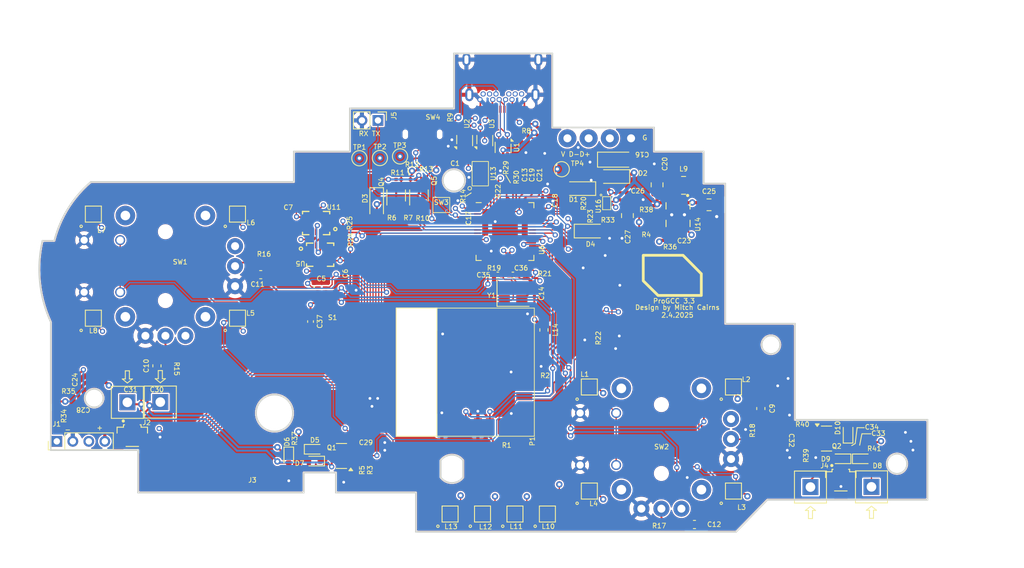
<source format=kicad_pcb>
(kicad_pcb (version 20240108) (generator "pcbnew") (generator_version "8.0")
  (title_block (title "ProGCC 3.1 Main Logic Board") (date "2023-04-15") (rev "1") (company "HHL"))
  (layers (0 "F.Cu" signal) (1 "In1.Cu" signal) (2 "In2.Cu" signal) (31 "B.Cu" signal) (34 "B.Paste" user) (35 "F.Paste" user) (36 "B.SilkS" user "B.Silkscreen") (37 "F.SilkS" user "F.Silkscreen") (38 "B.Mask" user) (39 "F.Mask" user) (44 "Edge.Cuts" user))
  (net 0 "")
  (net 1 "+3V3")
  (net 2 "GND")
  (net 3 "BUTTON_RGB")
  (net 4 "SHARED_PU")
  (net 5 "+3.3V_PRE")
  (net 6 "+1V1")
  (net 7 "XTAL_OUT")
  (net 8 "N_DATA")
  (net 9 "N_CLOCK")
  (net 10 "/CC1")
  (net 11 "D+")
  (net 14 "VBUS_SYS")
  (net 15 "BATTERY_POS")
  (net 16 "XTAL_IN")
  (net 17 "/SWCLK")
  (net 18 "/SWD")
  (net 19 "/RUN")
  (net 20 "Push_A")
  (net 21 "Scan_C")
  (net 22 "Push_B")
  (net 23 "Scan_D")
  (net 24 "Scan_B")
  (net 25 "Push_C")
  (net 26 "Push_D")
  (net 27 "Scan_A")
  (net 28 "NFC")
  (net 29 "D-")
  (net 30 "N_LATCH")
  (net 31 "/CC2")
  (net 32 "SL_RGB")
  (net 33 "Net-(L1-DOUT)")
  (net 34 "Net-(L2-DOUT)")
  (net 35 "N_LATCH_3.3")
  (net 36 "N_CLOCK_3.3")
  (net 37 "N_DATA_3.3")
  (net 38 "RGB_OUT")
  (net 39 "LX")
  (net 40 "LY")
  (net 41 "RX")
  (net 42 "RY")
  (net 43 "Net-(L3-DOUT)")
  (net 44 "Net-(L5-DOUT)")
  (net 45 "LS_BUTTON")
  (net 46 "Net-(L6-DOUT)")
  (net 47 "SR_RGB")
  (net 48 "Net-(U6-USB_DP)")
  (net 49 "Net-(U6-USB_DM)")
  (net 54 "MODE_BUTTON")
  (net 55 "BTN_PWR")
  (net 56 "UART0_TX")
  (net 61 "Net-(D4-A)")
  (net 62 "VBUS_PRE")
  (net 63 "BATTERY_TS_TIEDOWN")
  (net 64 "BATTERY_TS_SENSE")
  (net 65 "ADC_ADDR_1")
  (net 66 "ADC_ADDR_0")
  (net 67 "ADC_MUX_OUT")
  (net 68 "USB_BOOT")
  (net 69 "Net-(U13-{slash}CS)")
  (net 70 "SIO3")
  (net 71 "SCLK")
  (net 72 "SIO0")
  (net 73 "SIO2")
  (net 74 "SIO1")
  (net 78 "VDDBAT")
  (net 79 "WL_D")
  (net 80 "WL_GP1")
  (net 81 "Net-(P1B-IRQ)")
  (net 82 "Net-(P1A-DO)")
  (net 83 "WL_GP0")
  (net 84 "WL_CS")
  (net 85 "WL_GP2")
  (net 86 "WL_CLK")
  (net 87 "WL_ON")
  (net 88 "unconnected-(U16-{slash}INT-PadA1)")
  (net 89 "I2C0_SCL")
  (net 90 "BAT_LVL")
  (net 91 "Net-(U14-EN)")
  (net 92 "Net-(U14-L1)")
  (net 93 "Net-(U14-L2)")
  (net 94 "VBUS")
  (net 95 "PLAYER_RGB")
  (net 96 "Net-(L10-DOUT)")
  (net 97 "Net-(L11-DOUT)")
  (net 100 "Net-(L7-DOUT)")
  (net 101 "Net-(L12-DOUT)")
  (net 102 "Net-(SW1-X_OUT)")
  (net 103 "Net-(SW1-Y_OUT)")
  (net 104 "Net-(SW2-X_OUT)")
  (net 105 "Net-(SW2-Y_OUT)")
  (net 106 "LRA_L")
  (net 107 "LRA_OUT_L+")
  (net 108 "LRA_OUT_L-")
  (net 109 "LRA_R")
  (net 110 "LRA_OUT_R+")
  (net 111 "LRA_OUT_R-")
  (net 112 "Net-(Q1-B)")
  (net 113 "Net-(Q2-B)")
  (net 114 "Net-(C36-Pad1)")
  (net 115 "I2C0_SDA")
  (net 116 "I2C1_SCL")
  (net 117 "I2C1_SDA")
  (net 118 "N_LATCH_SAFE")
  (net 119 "N_DATA_SAFE")
  (net 120 "N_CLOCK_SAFE")
  (net 121 "SAFE_D+")
  (net 122 "SAFE_D-")
  (footprint "Capacitor_SMD:C_0201_0603Metric" (layer "F.Cu") (at 85.68 137.28)
    (property "Reference" "C28")
    (property "Value" "1uF")
  )
  (footprint "Capacitor_SMD:C_0805_2012Metric" (layer "F.Cu") (at 164.27 110.77)
    (property "Reference" "C25")
    (property "Value" "10uF")
  )
  (footprint "hhl:TS35CA" (layer "F.Cu") (at 128.483519 101.89)
    (property "Reference" "SW4")
    (property "Value" "TS35CA" (hide yes))
  )
  (footprint "Resistor_SMD:R_0201_0603Metric" (layer "F.Cu") (at 139.6111 108.863094 -90)
    (property "Reference" "R29")
    (property "Value" "27R")
  )
  (footprint "Diode_SMD:D_SOD-523" (layer "F.Cu") (at 180.721 142.494 180)
    (property "Reference" "D9")
    (property "Value" "M7C")
  )
  (footprint "hhl:SK6805-EC-10" (layer "F.Cu") (at 167.3202 133.522)
    (property "Reference" "L2")
    (property "Value" "SK6805-EC-10" (hide yes))
  )
  (footprint "Capacitor_SMD:C_0201_0603Metric" (layer "F.Cu") (at 118.9 118.05 90)
    (property "Reference" "C6")
    (property "Value" "100nF")
  )
  (footprint "Resistor_SMD:R_0201_0603Metric" (layer "F.Cu") (at 156.44 113.67)
    (property "Reference" "R4")
    (property "Value" "0R")
  )
  (footprint "Capacitor_SMD:C_0805_2012Metric" (layer "F.Cu") (at 154.08 112.12 90)
    (property "Reference" "C27")
    (property "Value" "10uF")
  )
  (footprint "Resistor_SMD:R_0201_0603Metric" (layer "F.Cu") (at 170.739623 138.968477 90)
    (property "Reference" "R18")
    (property "Value" "1k")
  )
  (footprint "Capacitor_SMD:C_0603_1608Metric" (layer "F.Cu") (at 95.317457 130.880391 -90)
    (property "Reference" "C10")
    (property "Value" "47nF")
  )
  (footprint "Package_TO_SOT_SMD:SOT-363_SC-70-6" (layer "F.Cu") (at 125.1966 109.6061 90)
    (property "Reference" "Q4")
    (property "Value" "BSS138DW")
  )
  (footprint "Resistor_SMD:R_0201_0603Metric" (layer "F.Cu") (at 150.4188 125.7808 90)
    (property "Reference" "R22")
    (property "Value" "330R")
  )
  (footprint "Diode_SMD:D_SOD-523" (layer "F.Cu") (at 114.9858 142.7734 180)
    (property "Reference" "D7")
    (property "Value" "M7C")
  )
  (footprint "Capacitor_SMD:C_0201_0603Metric" (layer "F.Cu") (at 121.158 141.224)
    (property "Reference" "C29")
    (property "Value" "100nF")
  )
  (footprint "Capacitor_SMD:C_0603_1608Metric" (layer "F.Cu") (at 162.450004 150.698757 180)
    (property "Reference" "C12")
    (property "Value" "47nF")
  )
  (footprint "hhl:SK6805-EC-10" (layer "F.Cu") (at 87.377 111.9326)
    (property "Reference" "L7")
    (property "Value" "SK6805-EC-10" (hide yes))
  )
  (footprint "Diode_SMD:D_SOD-323_HandSoldering" (layer "F.Cu") (at 148.102626 108.74693 180)
    (property "Reference" "D1")
    (property "Value" "CUS08F30,H3F ")
  )
  (footprint "Resistor_SMD:R_0201_0603Metric" (layer "F.Cu") (at 127.3408 111.6127 180)
    (property "Reference" "R7")
    (property "Value" "1k")
  )
  (footprint "Resistor_SMD:R_0201_0603Metric" (layer "F.Cu") (at 184.2516 140.4112)
    (property "Reference" "R41")
    (property "Value" "0R")
  )
  (footprint "Capacitor_SMD:C_0201_0603Metric" (layer "F.Cu") (at 133.9 105.55 180)
    (property "Reference" "C1")
    (property "Value" "100nF")
  )
  (footprint "hhl:KS_8730" (layer "F.Cu") (at 176.9364 146.0213)
    (property "Reference" "T1" (hide yes))
    (property "Value" "36-8730" (hide yes))
  )
  (footprint "Resistor_SMD:R_0201_0603Metric" (layer "F.Cu") (at 113.0554 141.5288 90)
    (property "Reference" "R37")
    (property "Value" "0R")
  )
  (footprint "Package_DFN_QFN:QFN-56-1EP_7x7mm_P0.4mm_EP3.2x3.2mm" (layer "F.Cu") (at 138.7857 114.108094)
    (property "Reference" "U6")
    (property "Value" "RP2040" (hide yes))
  )
  (footprint "hhl:HHL_Logo" (layer "F.Cu") (at 159.000711 120.023612)
    (property "Reference" "REF**" (hide yes))
    (property "Value" "HHL_Logo")
  )
  (footprint "Package_TO_SOT_SMD:SOT-666" (layer "F.Cu") (at 138.55 103.6 -90)
    (property "Reference" "U1")
    (property "Value" "USBLC6-2P6")
  )
  (footprint "hhl:SK6805-EC-10" (layer "F.Cu") (at 105.377 124.9326)
    (property "Reference" "L5")
    (property "Value" "SK6805-EC-10" (hide yes))
  )
  (footprint "TestPoint:TestPoint_Pad_D1.5mm" (layer "F.Cu") (at 145.8722 106.3244)
    (property "Reference" "TP4")
    (property "Value" "TestPoint")
  )
  (footprint "Capacitor_SMD:C_0201_0603Metric" (layer "F.Cu") (at 142.1511 108.657294 90)
    (property "Reference" "C19")
    (property "Value" "1uF")
  )
  (footprint "Resistor_SMD:R_0201_0603Metric" (layer "F.Cu") (at 125.5268 111.6127)
    (property "Reference" "R6")
    (property "Value" "1k")
  )
  (footprint "Diode_SMD:D_SOD-323_HandSoldering" (layer "F.Cu") (at 149.45 114.05)
    (property "Reference" "D4")
    (property "Value" "CUS08F30,H3F " (hide yes))
  )
  (footprint "progcc_v3:KS_8730" (layer "F.Cu") (at 91.623896 135.44 180)
    (property "Reference" "T3" (hide yes))
    (property "Value" "36-8730" (hide yes))
  )
  (footprint "Capacitor_SMD:C_0201_0603Metric" (layer "F.Cu") (at 175.4124 140.2588 -90)
    (property "Reference" "C32")
    (property "Value" "100nF")
  )
  (footprint "Package_TO_SOT_SMD:SOT-666" (layer "F.Cu") (at 136.2625 102.75 90)
    (property "Reference" "U3")
    (property "Value" "USBLC6-2P6" (hide yes))
  )
  (footprint "hhl:SK6805-EC-10" (layer "F.Cu") (at 144.081226 149.389357)
    (property "Reference" "L10")
    (property "Value" "SK6805-EC-10" (hide yes))
  )
  (footprint "Diode_SMD:D_SOD-323_HandSoldering" (layer "F.Cu") (at 152.3492 107.2388 180)
    (property "Reference" "D2")
    (property "Value" "CUS08F30,H3F " (hide yes))
  )
  (footprint "Diode_SMD:D_SOD-523" (layer "F.Cu") (at 183.4388 142.494)
    (property "Reference" "D8")
    (property "Value" "M7C")
  )
  (footprint "Capacitor_SMD:C_0402_1005Metric" (layer "F.Cu") (at 114.5 125.35 -90)
    (property "Reference" "C37")
    (property "Value" "100nF")
  )
  (footprint "Capacitor_SMD:C_0201_0603Metric" (layer "F.Cu") (at 134.2517 110.844294 90)
    (property "Reference" "C17")
    (property "Value" "100nF")
  )
  (footprint "Package_TO_SOT_SMD:SOT-23" (layer "F.Cu") (at 178.943 139.9653)
    (property "Reference" "Q2")
    (property "Value" "MMBT2222A")
  )
  (footprint "TestPoint:TestPoint_Pad_D1.5mm" (layer "F.Cu") (at 123.1646 104.9274)
    (property "Reference" "TP2")
    (property "Value" "TestPoint")
  )
  (footprint "Resistor_SMD:R_0201_0603Metric" (layer "F.Cu") (at 125.5014 107.5995)
    (property "Reference" "R11")
    (property "Value" "1k")
  )
  (footprint "Resistor_SMD:R_0201_0603Metric" (layer "F.Cu") (at 176.3268 140.4874 90)
    (property "Reference" "R39")
    (property "Value" "10k")
  )
  (footprint "Capacitor_SMD:C_0201_0603Metric" (layer "F.Cu") (at 93.2688 134.4422 90)
    (property "Reference" "C31")
    (property "Value" "1uF")
  )
  (footprint "Resistor_SMD:R_0201_0603Metric" (layer "F.Cu") (at 120.8532 142.5956 -90)
    (property "Reference" "R5")
    (property "Value" "100R")
  )
  (footprint "hhl:VREG_V62_16624-01YE" (layer "F.Cu") (at 160.4 112 -90)
    (property "Reference" "U14")
    (property "Value" "TPS63001DRCR" (hide yes))
  )
  (footprint "Resistor_SMD:R_0201_0603Metric" (layer "F.Cu") (at 156.44 112.14)
    (property "Reference" "R38")
    (property "Value" "0R")
  )
  (footprint "Capacitor_SMD:C_0201_0603Metric" (layer "F.Cu") (at 115.246855 119.144024 180)
    (property "Reference" "C5")
    (property "Value" "100nF")
  )
  (footprint "Resistor_SMD:R_0201_0603Metric" (layer "F.Cu") (at 140.3223 108.863094 -90)
    (property "Reference" "R30")
    (property "Value" "27R")
  )
  (footprint "Capacitor_SMD:C_0201_0603Metric" (layer "F.Cu") (at 94.0562 134.4422 -90)
    (property "Reference" "C30")
    (property "Value" "1uF")
  )
  (footprint "hhl:DSBGA" (layer "F.Cu") (at 151.4888 110.5694)
    (property "Reference" "U16")
    (property "Value" "BQ25180" (hide yes))
  )
  (footprint "hhl:JST_SM02B-SURS-TF_LF__SN_" (layer "F.Cu") (at 92.24 138.495)
    (property "Reference" "J2")
    (property "Value" "SM02B-SURS-TF_LF__SN_" (hide yes))
  )
  (footprint "hhl:USON-8-EP(2x3)" (layer "F.Cu") (at 135.6995 106.881894 90)
    (property "Reference" "U13")
    (property "Value" "GD25Q80EEIGR")
  )
  (footprint "Capacitor_SMD:C_0603_1608Metric" (layer "F.Cu") (at 108.281309 119.497056)
    (property "Reference" "C11")
    (property "Value" "47nF")
  )
  (footprint "hhl:JST_SM02B-SURS-TF_LF__SN_" (layer "F.Cu") (at 180.73 144.055)
    (property "Reference" "J4")
    (property "Value" "SM02B-SURS-TF_LF__SN_")
  )
  (footprint "Capacitor_Tantalum_SMD:CP_EIA-3216-18_Kemet-A" (layer "F.Cu") (at 152.654 105.1306)
    (property "Reference" "C16")
    (property "Value" "47uF")
  )
  (footprint "hhl:SK6805-EC-10" (layer "F.Cu") (at 149.3202 146.522)
    (property "Reference" "L4")
    (property "Value" "SK6805-EC-10" (hide yes))
  )
  (footprint "Capacitor_SMD:C_0201_0603Metric" (layer "F.Cu") (at 142.46 121.93 -90)
    (property "Reference" "C14")
    (property "Value" "100nF")
  )
  (footprint "Connector_PinHeader_2.00mm:PinHeader_1x04_P2.00mm_Vertical" (layer "F.Cu") (at 82.81 140.31 90)
    (property "Reference" "J1")
    (property "Value" "Conn_01x04_Pin" (hide yes))
  )
  (footprint "Resistor_SMD:R_0201_0603Metric" (layer "F.Cu") (at 134.9756 109.244094 90)
    (property "Reference" "R14")
    (property "Value" "1k")
  )
  (footprint "Crystal:Crystal_SMD_3225-4Pin_3.2x2.5mm" (layer "F.Cu") (at 139.79 121.8)
    (property "Reference" "Y1")
    (property "Value" "ABM8-272-T3")
  )
  (footprint "Resistor_SMD:R_0201_0603Metric" (layer "F.Cu") (at 143.8 133.15)
    (property "Reference" "R2")
    (property "Value" "10k")
  )
  (footprint "Capacitor_SMD:C_0201_0603Metric" (layer "F.Cu") (at 143.4719 110.717294 90)
    (property "Reference" "C18")
    (property "Value" "100nF")
  )
  (footprint "hhl:SK6805-EC-10" (layer "F.Cu") (at 105.377 111.9326)
    (property "Reference" "L6")
    (property "Value" "SK6805-EC-10" (hide yes))
  )
  (footprint "Capacitor_SMD:C_0603_1608Metric" (layer "F.Cu") (at 170.738456 136.214581 -90)
    (property "Reference" "C9")
    (property "Value" "47nF")
  )
  (footprint "Capacitor_SMD:C_0402_1005Metric" (layer "F.Cu") (at 137.89 119.54 180)
    (property "Reference" "C35")
    (property "Value" "15pF")
  )
  (footprint "Capacitor_SMD:C_0201_0603Metric" (layer "F.Cu") (at 84.1756 132.6494 -90)
    (property "Reference" "C24")
    (property "Value" "100nF")
  )
  (footprint "hhl:SK6805-EC-10" (layer "F.Cu") (at 167.3202 146.522)
    (property "Reference" "L3")
    (property "Value" "SK6805-EC-10" (hide yes))
  )
  (footprint "Package_TO_SOT_SMD:SOT-363_SC-70-6" (layer "F.Cu") (at 128.0414 109.6061 90)
    (property "Reference" "Q5")
    (property "Value" "BSS138DW")
  )
  (footprint "Resistor_SMD:R_0201_0603Metric" (layer "F.Cu") (at 159.645629 150.847756)
    (property "Reference" "R17")
    (property "Value" "1k")
  )
  (footprint "Resistor_SMD:R_0201_0603Metric" (layer "F.Cu") (at 118.55 115.4 90)
    (property "Reference" "R24")
    (property "Value" "1k")
  )
  (footprint "hhl:GL1807SYAE" (layer "F.Cu") (at 158.3202 140.022)
    (property "Reference" "SW2")
    (property "Value" "GL1807SYAE-002")
  )
  (footprint "Resistor_SMD:R_0201_0603Metric" (layer "F.Cu") (at 137.6 140.8)
    (property "Reference" "R1")
    (property "Value" "470R")
  )
  (footprint "Resistor_SMD:R_0201_0603Metric" (layer "F.Cu") (at 148.570432 112.373571 -90)
    (property "Reference" "R23")
    (property "Value" "1k")
  )
  (footprint "hhl:1TS026A-1000-0550" (layer "F.Cu") (at 130.8354 110.7948 180)
    (property "Reference" "SW3")
    (property "Value" "1TS026A-1000-0550" (hide yes))
  )
  (footprint "Capacitor_SMD:C_0201_0603Metric" (layer "F.Cu") (at 181.6354 141.3002)
    (property "Reference" "C34")
    (property "Value" "1uF")
  )
  (footprint "Resistor_SMD:R_0201_0603Metric" (layer "F.Cu") (at 108.685401 117.977059)
    (property "Reference" "R16")
    (property "Value" "1k")
  )
  (footprint "Capacitor_SMD:C_0201_0603Metric" (layer "F.Cu") (at 113.05 111.1 180)
    (property "Reference" "C7")
    (property "Value" "100nF")
  )
  (footprint "Capacitor_SMD:C_0201_0603Metric" (layer "F.Cu") (at 143.0655 108.657294 -90)
    (property "Reference" "C21")
    (property "Value" "100nF")
  )
  (footprint "Capacitor_SMD:C_0201_0603Metric" (layer "F.Cu") (at 153.6732 109.274)
    (property "Reference" "C26")
    (property "Value" "1uF")
  )
  (footprint "Resistor_SMD:R_0201_0603Metric" (layer "F.Cu") (at 141.52 119.42 180)
    (property "Reference" "R21")
    (property "Value" "10k")
  )
  (footprint "hhl:TMUX1204DQAR" (layer "F.Cu") (at 115.9 122.05)
    (property "Reference" "S1")
    (property "Value" "TMUX1204DQAR" (hide yes))
  )
  (footprint "Package_TO_SOT_SMD:SOT-23" (layer "F.Cu") (at 118.364 142.1384 180)
    (property "Reference" "Q1")
    (property "Value" "MMBT2222A")
  )
  (footprint "Capacitor_SMD:C_0201_0603Metric" (layer "F.Cu") (at 183.1086 141.3002)
    (property "Reference" "C33")
    (property "Value" "1uF")
  )
  (footprint "Capacitor_SMD:C_0201_0603Metric" (layer "F.Cu") (at 138.7475 108.659894 -90)
    (property "Reference" "C22")
    (property "Value" "100nF")
  )
  (footprint "Connector_PinHeader_2.00mm:PinHeader_1x02_P2.00mm_Vertical" (layer "F.Cu") (at 122.92 100.2284 -90)
    (property "Reference" "J5")
    (property "Value" "Conn_01x02_Pin" (hide yes))
  )
  (footprint "hhl:SK6805-EC-10" (layer "F.Cu") (at 135.981226 149.389357)
    (property "Reference" "L12")
    (property "Value" "SK6805-EC-10" (hide yes))
  )
  (footprint "Resistor_SMD:R_0201_0603Metric" (layer "F.Cu") (at 118.55 113.9 90)
    (property "Reference" "R25")
    (property "Value" "1k")
  )
  (footprint "hhl:RPI_RM2" (layer "F.Cu") (at 133.45 131.675 90)
    (property "Reference" "P1")
    (property "Value" "RPI-RM2")
  )
  (footprint "Capacitor_SMD:C_0402_1005Metric" (layer "F.Cu") (at 139.77 119.54)
    (property "Reference" "C36")
    (property "Value" "15pF")
  )
  (footprint "TestPoint:TestPoint_Pad_D1.5mm" (layer "F.Cu") (at 120.5992 104.9528)
    (property "Reference" "TP1")
    (property "Value" "TestPoint")
  )
  (footprint "Capacitor_SMD:C_0201_0603Metric" (layer "F.Cu") (at 141.2367 108.659894 -90)
    (property "Reference" "C13")
    (property "Value" "100nF")
  )
  (footprint "progcc_v3:molex_5051101492_14P" (layer "F.Cu") (at 99.79 144.78)
    (property "Reference" "J3")
    (property "Value" "To Button Board")
  )
  (footprint "TestPoint:TestPoint_Pad_D1.5mm" (layer "F.Cu") (at 125.6792 104.7242)
    (property "Reference" "TP3")
    (property "Value" "TestPoint")
  )
  (footprint "Resistor_SMD:R_0201_0603Metric" (layer "F.Cu") (at 83.075375 133.549089 -90)
    (property "Reference" "R35")
    (property "Value" "75k")
  )
  (footprint "Resistor_SMD:R_0201_0603Metric" (layer "F.Cu") (at 127.3048 107.5995 180)
    (property "Reference" "R12")
    (property "Value" "1k")
  )
  (footprint "progcc_v3:Shou Han Type-C 24P QCHT" (layer "F.Cu") (at 138.46 90.775 180)
    (property "Reference" "J9" (hide yes))
    (property "Value" "USB_C_Receptacle" (hide yes))
  )
  (footprint "Diode_SMD:D_SOD-523" (layer "F.Cu") (at 181.6354 139.2682 90)
    (property "Reference" "D10")
    (property "Value" "M7C")
  )
  (footprint "Diode_SMD:D_SOD-523" (layer "F.Cu") (at 114.9858 141.3002)
    (property "Reference" "D5")
    (property "Value" "M7C")
  )
  (footprint "Resistor_SMD:R_0201_0603Metric" (layer "F.Cu") (at 128.7526 107.5995)
    (property "Reference" "R13")
    (property "Value" "1k")
  )
  (footprint "Resistor_SMD:R_0201_0603Metric" (layer "F.Cu") (at 139.03 118.63)
    (property "Reference" "R19")
    (property "Value" "1k")
  )
  (footprint "Resistor_SMD:R_0201_0603Metric" (layer "F.Cu") (at 96.933652 131.252363 -90)
    (property "Reference" "R15")
    (property "Value" "1k")
  )
  (footprint "hhl:SK6805-EC-10" (layer "F.Cu") (at 87.377 124.9326)
    (property "Reference" "L8")
    (property "Value" "SK6805-EC-10" (hide yes))
  )
  (footprint "hhl:LGA14" (layer "F.Cu") (at 115.198 113.05)
    (property "Reference" "U11")
    (property "Value" "ST_LSM6" (hide yes))
  )
  (footprint "Diode_SMD:D_SOD-523" (layer "F.Cu") (at 111.7854 142.2908 -90)
    (property "Reference" "D6")
    (property "Value" "M7C")
  )
  (footprint "Resistor_SMD:R_0201_0603Metric" (layer "F.Cu") (at 128.7632 111.6127)
    (property "Reference" "R10")
    (property "Value" "1k")
  )
  (footprint "Resistor_SMD:R_0201_0603Metric" (layer "F.Cu") (at 151.4634 111.8648)
    (property "Reference" "R33")
    (property "Value" "10k")
  )
  (footprint "Package_TO_SOT_SMD:SOT-666" (layer "F.Cu") (at 133.75 102.75 90)
    (property "Reference" "U2")
    (property "Value" "USBLC6-2P6" (hide yes))
  )
  (footprint "hhl:SK6805-EC-10" (layer "F.Cu") (at 131.931226 149.389357)
    (property "Reference" "L13")
    (property "Value" "SK6805-EC-10" (hide yes))
  )
  (footprint "hhl:LGA14" (layer "F.Cu") (at 115.7 117 180)
    (property "Reference" "U5")
    (property "Value" "ST_LSM6" (hide yes))
  )
  (footprint "Inductor_SMD:L_1008_2520Metric" (layer "F.Cu") (at 161.09 108.34)
    (property "Reference" "L9")
    (property "Value" "1.3A 2.2uH ±20% 80mΩ")
  )
  (footprint "Resistor_SMD:R_0201_0603Metric" (layer "F.Cu") (at 132.25 101.15 -90)
    (property "Reference" "R9")
    (property "Value" "5.1k")
  )
  (footprint "hhl:GL1807SYAE" (layer "F.Cu") (at 96.377 118.4326)
    (property "Reference" "SW1")
    (property "Value" "GL1807SYAE-002")
  )
  (footprint "Capacitor_SMD:C_0201_0603Metric" (layer "F.Cu") (at 160.218077 114.40295 180)
    (property "Reference" "C23")
    (property "Value" "100nF")
  )
  (footprint "Diode_SMD:D_SOD-323_HandSoldering" (layer "F.Cu") (at 122.7582 110.6424 -90)
    (property "Reference" "D3")
    (property "Value" "CUS08F30,H3F ")
  )
  (footprint "Resistor_SMD:R_0201_0603Metric" (layer "F.Cu") (at 83.003941 135.759076 90)
    (property "Reference" "R34")
    (property "Value" "75k")
  )
  (footprint "Resistor_SMD:R_0201_0603Metric" (layer "F.Cu") (at 159.578348 115.214226)
    (property "Reference" "R36")
    (property "Value" "100R")
  )
  (footprint "hhl:SK6805-EC-10" (layer "F.Cu") (at 149.3202 133.522)
    (property "Reference" "L1")
    (property "Value" "SK6805-EC-10" (hide yes))
  )
  (footprint "hhl:SK6805-EC-10" (layer "F.Cu") (at 140.031226 149.389357)
    (property "Reference" "L11")
    (property "Value" "SK6805-EC-10" (hide yes))
  )
  (footprint "Resistor_SMD:R_0201_0603Metric" (layer "F.Cu") (at 121.8946 142.5956 90)
    (property "Reference" "R3")
    (property "Value" "10k")
  )
  (footprint "progcc_v3:KS_8730" (layer "F.Cu") (at 95.74 135.41 180)
    (property "Reference" "T2" (hide yes))
    (property "Value" "36-8730" (hide yes))
  )
  (footprint "progcc_v3:KS_8730" (layer "F.Cu") (at 184.5564 145.9959)
    (property "Reference" "T4" (hide yes))
    (property "Value" "36-8730" (hide yes))
  )
  (footprint "Resistor_SMD:R_0201_0603Metric" (layer "F.Cu") (at 175.9966 138.9888)
    (property "Reference" "R40")
    (property "Value" "100R")
  )
  (footprint "Capacitor_SMD:C_0805_2012Metric" (layer "F.Cu") (at 157.782026 108.27467 -90)
    (property "Reference" "C20")
    (property "Value" "10uF")
  )
  (footprint "Resistor_SMD:R_0201_0603Metric" (layer "F.Cu") (at 141.3764 102.3112)
    (property "Reference" "R8")
    (property "Value" "5.1k")
  )
  (footprint "Inductor_SMD:L_0603_1608Metric" (layer "F.Cu") (at 143.65 126.4 -90)
    (property "Reference" "L14")
    (property "Value" "BLM18AG601SN1D")
  )
  (footprint "Resistor_SMD:R_0201_0603Metric" (layer "F.Cu") (at 147.815723 111.128301 -90)
    (property "Reference" "R20")
    (property "Value" "1k")
  )
  (gr_line (start 182.5244 140.589) (end 182.7657 138.6078) (stroke (width 0.12)) (layer "F.SilkS"))
  (gr_line (start 182.0926 140.843) (end 182.5244 140.589) (stroke (width 0.12)) (layer "F.SilkS"))
  (gr_line (start 183.3626 139.3698) (end 183.0832 140.7922) (stroke (width 0.12)) (layer "F.SilkS"))
  (gr_line (start 138.895885 107.049113) (end 139.462891 108.017935) (stroke (width 0.12)) (layer "F.SilkS"))
  (gr_line (start 182.7657 138.6078) (end 183.6547 138.6078) (stroke (width 0.12)) (layer "F.SilkS"))
  (gr_line (start 183.3626 139.3698) (end 184.4802 139.3698) (stroke (width 0.12)) (layer "F.SilkS"))
  (gr_line (start 133.956221 109.678889) (end 134.55448 109.290467) (stroke (width 0.12)) (layer "F.SilkS"))
  (gr_line (start 126.640299 106.173564) (end 126.823348 107.079882) (stroke (width 0.12)) (layer "F.SilkS"))
  (gr_line (start 163.606225 108.114358) (end 166.306225 108.114358) (stroke (width 0.2)) (layer "Edge.Cuts"))
  (gr_line (start 171.556225 147.614357) (end 167.656225 151.614357) (stroke (width 0.2)) (layer "Edge.Cuts"))
  (gr_line (start 127.656226 151.614357) (end 127.656226 146.714357) (stroke (width 0.2)) (layer "Edge.Cuts"))
  (gr_circle (center 132.406226 107.714358) (end 132.406226 109.089358) (stroke (width 0.2)) (fill none) (layer "Edge.Cuts"))
  (gr_line (start 191.556225 137.614357) (end 191.556225 147.614357) (stroke (width 0.2)) (layer "Edge.Cuts"))
  (gr_arc (start 130.756226 142.7) (mid 132.156226 142) (end 133.556226 142.7) (stroke (width 0.2)) (layer "Edge.Cuts"))
  (gr_line (start 166.306225 125.614358) (end 175.006225 125.614358) (stroke (width 0.2)) (layer "Edge.Cuts"))
  (gr_line (start 163.606225 104.114358) (end 163.606225 108.114358) (stroke (width 0.2)) (layer "Edge.Cuts"))
  (gr_line (start 132.406226 98.714358) (end 132.406226 91.864358) (stroke (width 0.2)) (layer "Edge.Cuts"))
  (gr_line (start 117.656226 144.214357) (end 113.656226 144.214357) (stroke (width 0.2)) (layer "Edge.Cuts"))
  (gr_line (start 92.956226 141.414357) (end 82.056226 141.414357) (stroke (width 0.2)) (layer "Edge.Cuts"))
  (gr_line (start 175.006225 125.614358) (end 175.006225 137.614357) (stroke (width 0.2)) (layer "Edge.Cuts"))
  (gr_line (start 127.656226 146.714357) (end 117.656226 146.714357) (stroke (width 0.2)) (layer "Edge.Cuts"))
  (gr_line (start 87.056226 107.914358) (end 112.406226 107.914358) (stroke (width 0.2)) (layer "Edge.Cuts"))
  (gr_circle (center 187.75 143.11) (end 189 143.11) (stroke (width 0.2)) (fill none) (layer "Edge.Cuts"))
  (gr_line (start 144.706225 91.864358) (end 144.706225 101.114358) (stroke (width 0.2)) (layer "Edge.Cuts"))
  (gr_line (start 92.956226 146.714357) (end 92.956226 141.414357) (stroke (width 0.2)) (layer "Edge.Cuts"))
  (gr_line (start 119.406226 98.714358) (end 132.406226 98.714358) (stroke (width 0.2)) (layer "Edge.Cuts"))
  (gr_line (start 157.406225 101.114358) (end 157.406225 104.114358) (stroke (width 0.2)) (layer "Edge.Cuts"))
  (gr_line (start 113.656226 146.714357) (end 92.956226 146.714357) (stroke (width 0.2)) (layer "Edge.Cuts"))
  (gr_line (start 167.656225 151.614357) (end 127.656226 151.614357) (stroke (width 0.2)) (layer "Edge.Cuts"))
  (gr_line (start 81.016754 115.258145) (end 82.492713 115.258145) (stroke (width 0.2)) (layer "Edge.Cuts"))
  (gr_line (start 82.056226 141.414357) (end 82.056226 125.414358) (stroke (width 0.2)) (layer "Edge.Cuts"))
  (gr_line (start 157.406225 104.114358) (end 163.606225 104.114358) (stroke (width 0.2)) (layer "Edge.Cuts"))
  (gr_circle (center 87.475 134.914358) (end 87.475 136.064358) (stroke (width 0.2)) (fill none) (layer "Edge.Cuts"))
  (gr_line (start 112.406226 104.114358) (end 119.406226 104.114358) (stroke (width 0.2)) (layer "Edge.Cuts"))
  (gr_line (start 117.656226 146.714357) (end 117.656226 144.214357) (stroke (width 0.2)) (layer "Edge.Cuts"))
  (gr_circle (center 110 136.775) (end 110 139.075) (stroke (width 0.2)) (fill none) (layer "Edge.Cuts"))
  (gr_line (start 112.406226 107.914358) (end 112.406226 104.114358) (stroke (width 0.2)) (layer "Edge.Cuts"))
  (gr_line (start 132.406226 91.864358) (end 144.706225 91.864358) (stroke (width 0.2)) (layer "Edge.Cuts"))
  (gr_line (start 113.656226 144.214357) (end 113.656226 146.714357) (stroke (width 0.2)) (layer "Edge.Cuts"))
  (gr_line (start 175.006225 137.614357) (end 191.556225 137.614357) (stroke (width 0.2)) (layer "Edge.Cuts"))
  (gr_line (start 191.556225 147.614357) (end 171.556225 147.614357) (stroke (width 0.2)) (layer "Edge.Cuts"))
  (gr_line (start 119.406226 104.114358) (end 119.406226 98.714358) (stroke (width 0.2)) (layer "Edge.Cuts"))
  (gr_arc (start 82.056226 125.414358) (mid 80.693295 120.422551) (end 81.016754 115.258145) (stroke (width 0.2)) (layer "Edge.Cuts"))
  (gr_arc (start 82.492713 115.258144) (mid 84.208662 111.234652) (end 87.056226 107.914358) (stroke (width 0.2)) (layer "Edge.Cuts"))
  (gr_circle (center 172 128.25) (end 172 129.4) (stroke (width 0.2)) (fill none) (layer "Edge.Cuts"))
  (gr_line (start 166.306225 108.114358) (end 166.306225 125.614358) (stroke (width 0.2)) (layer "Edge.Cuts"))
  (gr_arc (start 133.556226 144.8) (mid 132.156226 145.5) (end 130.756226 144.8) (stroke (width 0.2)) (layer "Edge.Cuts"))
  (gr_line (start 144.706225 101.114358) (end 157.406225 101.114358) (stroke (width 0.2)) (layer "Edge.Cuts"))
  (gr_line (start 130.756226 144.8) (end 130.756226 142.7) (stroke (width 0.2)) (layer "Edge.Cuts"))
  (gr_line (start 133.556226 142.7) (end 133.556226 144.8) (stroke (width 0.2)) (layer "Edge.Cuts"))
  (gr_text "RX TX" (at 121.8692 101.8794 0) (layer "F.SilkS") (effects (font (size 0.6 0.6) (thickness 0.1))))
  (gr_text "G" (at 155.8798 102.743 0) (layer "F.SilkS") (effects (font (size 0.6 0.6) (thickness 0.1)) (justify left bottom)))
  (gr_text "+" (at 87.7316 138.9634 0) (layer "F.SilkS") (effects (font (size 0.6 0.6) (thickness 0.1) (bold yes)) (justify left bottom)))
  (gr_text "ProGCC 3.3" (at 159.893 122.7836 0) (layer "F.SilkS") (effects (font (size 0.6 0.6) (thickness 0.1))))
  (gr_text "V D-D+" (at 145.7198 104.8004 0) (layer "F.SilkS") (effects (font (size 0.6 0.6) (thickness 0.1)) (justify left bottom)))
  (gr_text "Design by Mitch Cairns\n2.4.2025" (at 160.32 124.07 0) (layer "F.SilkS") (effects (font (size 0.6 0.6) (thickness 0.1))))
  (gr_text "-" (at 83.7438 139.192 0) (layer "F.SilkS") (effects (font (size 0.6 0.6) (thickness 0.1) (bold yes)) (justify left bottom)))
  (segment (start 126.583519 100.84) (end 130.383519 100.84) (width 0.25) (layer "F.Cu") (net 0))
  (segment (start 124.1755 109.6061) (end 125.1966 109.6061) (width 0.25) (layer "F.Cu") (net 1))
  (segment (start 113.8 112.3) (end 112.8 112.3) (width 0.2) (layer "F.Cu") (net 1))
  (segment (start 133.684731 111.164294) (end 134.2517 111.164294) (width 0.15) (layer "F.Cu") (net 1))
  (segment (start 134.27 105.6) (end 134.867606 105.6) (width 0.2) (layer "F.Cu") (net 1))
  (segment (start 185.7502 140.2842) (end 185.6232 140.4112) (width 0.25) (layer "F.Cu") (net 1))
  (segment (start 142.34 119.92) (end 142.81 119.92) (width 0.25) (layer "F.Cu") (net 1))
  (segment (start 148.431317 112.832686) (end 146.982686 112.832686) (width 0.15) (layer "F.Cu") (net 1))
  (segment (start 116.317 123.05) (end 115.483 123.05) (width 0.2) (layer "F.Cu") (net 1))
  (segment (start 114.7 123.05) (end 114.5 123.25) (width 0.2) (layer "F.Cu") (net 1))
  (segment (start 128.0414 110.5561) (end 128.0414 111.2109) (width 0.25) (layer "F.Cu") (net 1))
  (segment (start 118.9 117.73) (end 118.22 117.73) (width 0.2) (layer "F.Cu") (net 1))
  (segment (start 127.8128 109.6061) (end 128.0414 109.3775) (width 0.25) (layer "F.Cu") (net 1))
  (segment (start 138.7475 109.139894) (end 138.9857 109.378094) (width 0.2) (layer "F.Cu") (net 1))
  (segment (start 162.3 110.502417) (end 161.487325 110.502417) (width 0.4) (layer "F.Cu") (net 1))
  (segment (start 144.229702 110.985392) (end 144.0178 111.197294) (width 0.15) (layer "F.Cu") (net 1))
  (segment (start 105.712 125.2676) (end 105.712 126.159) (width 0.15) (layer "F.Cu") (net 1))
  (segment (start 142.1511 109.137294) (end 143.0655 109.137294) (width 0.2) (layer "F.Cu") (net 1))
  (segment (start 141.84 119.42) (end 142.34 119.92) (width 0.25) (layer "F.Cu") (net 1))
  (segment (start 147.443392 110.656608) (end 146.805034 111.294966) (width 0.15) (layer "F.Cu") (net 1))
  (segment (start 117.9 113.6) (end 117.7 113.8) (width 0.2) (layer "F.Cu") (net 1))
  (segment (start 128.0414 111.2109) (end 128.4432 111.6127) (width 0.25) (layer "F.Cu") (net 1))
  (segment (start 87.712 125.2676) (end 87.712 125.7612) (width 0.15) (layer "F.Cu") (net 1))
  (segment (start 117.098 117.75) (end 118.2 117.75) (width 0.2) (layer "F.Cu") (net 1))
  (segment (start 128.0414 109.3775) (end 128.0414 108.6561) (width 0.25) (layer "F.Cu") (net 1))
  (segment (start 149.6552 146.857) (end 150.3622 146.857) (width 0.2) (layer "F.Cu") (net 1))
  (segment (start 135.3482 115.108094) (end 136.444094 115.108094) (width 0.15) (layer "F.Cu") (net 1))
  (segment (start 162.752417 110.502417) (end 162.3 110.502417) (width 0.4) (layer "F.Cu") (net 1))
  (segment (start 161.4 113.83) (end 161.4 113.4) (width 0.2) (layer "F.Cu") (net 1))
  (segment (start 140.366226 149.724357) (end 141.175643 149.724357) (width 0.15) (layer "F.Cu") (net 1))
  (segment (start 139.3857 110.670594) (end 139.3857 110.075894) (width 0.2) (layer "F.Cu") (net 1))
  (segment (start 136.316226 149.724357) (end 137.175643 149.724357) (width 0.15) (layer "F.Cu") (net 1))
  (segment (start 118.2 117.3) (end 118.2 117.75) (width 0.2) (layer "F.Cu") (net 1))
  (segment (start 162.08 114.51) (end 161.4 113.83) (width 0.2) (layer "F.Cu") (net 1))
  (segment (start 115.698 111.202) (end 115.698 111.902) (width 0.2) (layer "F.Cu") (net 1))
  (segment (start 123.0884 110.6932) (end 124.1755 109.6061) (width 0.25) (layer "F.Cu") (net 1))
  (segment (start 141.8717 109.752094) (end 142.1511 109.472694) (width 0.2) (layer "F.Cu") (net 1))
  (segment (start 143.0655 109.137294) (end 143.0655 109.523494) (width 0.2) (layer "F.Cu") (net 1))
  (segment (start 140.9857 110.670594) (end 140.9857 110.206294) (width 0.2) (layer "F.Cu") (net 1))
  (segment (start 127.8128 109.6061) (end 128.0414 109.8347) (width 0.25) (layer "F.Cu") (net 1))
  (segment (start 114 119.05) (end 114.8 119.05) (width 0.2) (layer "F.Cu") (net 1))
  (segment (start 118.55 112.8) (end 118.55 113.58) (width 0.2) (layer "F.Cu") (net 1))
  (segment (start 116.2 117.25602) (end 116.69398 117.75) (width 0.2) (layer "F.Cu") (net 1))
  (segment (start 97.04 140.16) (end 97.04 142.03) (width 0.15) (layer "F.Cu") (net 1))
  (segment (start 116.2 115.852) (end 116.2 117.25602) (width 0.2) (layer "F.Cu") (net 1))
  (segment (start 114.698 114.752) (end 114.5 114.95) (width 0.2) (layer "F.Cu") (net 1))
  (segment (start 117.7 113.8) (end 116.596 113.8) (width 0.2) (layer "F.Cu") (net 1))
  (segment (start 87.712 112.2676) (end 87.712 112.9342) (width 0.15) (layer "F.Cu") (net 1))
  (segment (start 143.0655 109.523494) (end 142.8369 109.752094) (width 0.2) (layer "F.Cu") (net 1))
  (segment (start 135.3482 111.508094) (end 134.9409 111.508094) (width 0.15) (layer "F.Cu") (net 1))
  (segment (start 144.416226 149.724357) (end 145.185643 149.724357) (width 0.15) (layer "F.Cu") (net 1))
  (segment (start 162.199722 110.502417) (end 162.175896 110.478591) (width 0.4) (layer "F.Cu") (net 1))
  (segment (start 146.805034 111.294966) (end 145.224182 111.294966) (width 0.15) (layer "F.Cu") (net 1))
  (segment (start 116.317 123.05) (end 117.05 123.05) (width 0.2) (layer "F.Cu") (net 1))
  (segment (start 112.73 111.1) (end 112.73 112.23) (width 0.15) (layer "F.Cu") (net 1))
  (segment (start 105.712 113.2304) (end 106.0704 113.5888) (width 0.15) (layer "F.Cu") (net 1))
  (segment (start 116.1 110.8) (end 115.698 111.202) (width 0.2) (layer "F.Cu") (net 1))
  (segment (start 141.3857 110.670594) (end 141.3857 109.806294) (width 0.2) (layer "F.Cu") (net 1))
  (segment (start 137.9675 107.693212) (end 138.20869 107.452022) (width 0.2) (layer "F.Cu") (net 1))
  (segment (start 118.55 113.58) (end 118.53 113.6) (width 0.2) (layer "F.Cu") (net 1))
  (segment (start 134.867606 105.6) (end 134.9495 105.681894) (width 0.2) (layer "F.Cu") (net 1))
  (segment (start 116.69398 117.75) (end 117.098 117.75) (width 0.2) (layer "F.Cu") (net 1))
  (segment (start 138.9857 109.675894) (end 138.9857 110.670594) (width 0.2) (layer "F.Cu") (net 1))
  (segment (start 125.1966 111.6025) (end 125.2068 111.6127) (width 0.25) (layer "F.Cu") (net 1))
  (segment (start 144.914608 110.985392) (end 144.229702 110.985392) (width 0.15) (layer "F.Cu") (net 1))
  (segment (start 114.698 114.198) (end 114.698 114.752) (width 0.2) (layer "F.Cu") (net 1))
  (segment (start 145.185643 149.724357) (end 145.57 149.34) (width 0.15) (layer "F.Cu") (net 1))
  (segment (start 143.274156 115.11) (end 142.225106 115.11) (width 0.2) (layer "F.Cu") (net 1))
  (segment (start 168.7518 146.857) (end 169.0624 147.1676) (width 0.2) (layer "F.Cu") (net 1))
  (segment (start 150.621 133.857) (end 151.0538 134.2898) (width 0.2) (layer "F.Cu") (net 1))
  (segment (start 143.0115 125.6125) (end 142.494 125.095) (width 0.4) (layer "F.Cu") (net 1))
  (segment (start 136.444094 115.108094) (end 136.4488 115.1128) (width 0.15) (layer "F.Cu") (net 1))
  (segment (start 138.7475 109.139894) (end 138.4401 109.139894) (width 0.2) (layer "F.Cu") (net 1))
  (segment (start 167.6552 146.857) (end 168.7518 146.857) (width 0.2) (layer "F.Cu") (net 1))
  (segment (start 150.3622 146.857) (end 151.0538 147.5486) (width 0.2) (layer "F.Cu") (net 1))
  (segment (start 133.450622 110.930185) (end 133.684731 111.164294) (width 0.15) (layer "F.Cu") (net 1))
  (segment (start 125.1966 108.6561) (end 125.1966 109.6061) (width 0.25) (layer "F.Cu") (net 1))
  (segment (start 185.6232 140.4112) (end 184.7616 140.4112) (width 0.25) (layer "F.Cu") (net 1))
  (segment (start 128.0414 111.2321) (end 127.6608 111.6127) (width 0.25) (layer "F.Cu") (net 1))
  (segment (start 145.224182 111.294966) (end 144.914608 110.985392) (width 0.15) (layer "F.Cu") (net 1))
  (segment (start 142.8369 109.752094) (end 141.8717 109.752094) (width 0.2) (layer "F.Cu") (net 1))
  (segment (start 113.0554 139.1666) (end 113.0046 139.1158) (width 0.25) (layer "F.Cu") (net 1))
  (segment (start 118.55 115.72) (end 118.55 116.95) (width 0.2) (layer "F.Cu") (net 1))
  (segment (start 105.712 112.2676) (end 105.712 113.2304) (width 0.15) (layer "F.Cu") (net 1))
  (segment (start 162.3 110.502417) (end 162.199722 110.502417) (width 0.4) (layer "F.Cu") (net 1))
  (segment (start 118.55 116.95) (end 118.2 117.3) (width 0.2) (layer "F.Cu") (net 1))
  (segment (start 132.266226 149.724357) (end 133.075643 149.724357) (width 0.15) (layer "F.Cu") (net 1))
  (segment (start 138.4401 109.139894) (end 137.9675 108.667294) (width 0.2) (layer "F.Cu") (net 1))
  (segment (start 122.7836 110.6932) (end 122.7836 111.867) (width 0.25) (layer "F.Cu") (net 1))
  (segment (start 147.784276 110.656608) (end 147.443392 110.656608) (width 0.15) (layer "F.Cu") (net 1))
  (segment (start 118.22 117.73) (end 118.2 117.75) (width 0.2) (layer "F.Cu") (net 1))
  (segment (start 115.483 123.05) (end 114.7 123.05) (width 0.2) (layer "F.Cu") (net 1))
  (segment (start 134.5971 111.164294) (end 134.2517 111.164294) (width 0.15) (layer "F.Cu") (net 1))
  (segment (start 125.1966 110.5561) (end 125.1966 111.6025) (width 0.25) (layer "F.Cu") (net 1))
  (segment (start 114.5 124.87) (end 114.5 123.25) (width 0.25) (layer "F.Cu") (net 1))
  (segment (start 115.2 118.65) (end 115.2 118.148) (width 0.2) (layer "F.Cu") (net 1))
  (segment (start 114.5 114.95) (end 114.35 115.1) (width 0.2) (layer "F.Cu") (net 1))
  (segment (start 142.225106 115.11) (end 142.2232 115.108094) (width 0.2) (layer "F.Cu") (net 1))
  (segment (start 114.8 119.05) (end 115.2 118.65) (width 0.2) (layer "F.Cu") (net 1))
  (segment (start 112.73 112.23) (end 112.75 112.25) (width 0.15) (layer "F.Cu") (net 1))
  (segment (start 141.4399 109.752094) (end 141.8717 109.752094) (width 0.2) (layer "F.Cu") (net 1))
  (segment (start 134.2136 106.2228) (end 134.2136 105.5564) (width 0.2) (layer "F.Cu") (net 1))
  (segment (start 143.5066 115.342444) (end 143.274156 115.11) (width 0.2) (layer "F.Cu") (net 1))
  (segment (start 142.7319 111.508094) (end 142.2232 111.508094) (width 0.15) (layer "F.Cu") (net 1))
  (segment (start 139.3857 110.075894) (end 138.9857 109.675894) (width 0.2) (layer "F.Cu") (net 1))
  (segment (start 141.175643 149.724357) (end 141.51 149.39) (width 0.15) (layer "F.Cu") (net 1))
  (segment (start 149.6552 133.857) (end 150.621 133.857) (width 0.2) (layer "F.Cu") (net 1))
  (segment (start 133.075643 149.724357) (end 133.24 149.56) (width 0.15) (layer "F.Cu") (net 1))
  (segment (start 167.6552 134.813) (end 167.6552 133.857) (width 0.2) (layer "F.Cu") (net 1))
  (segment (start 138.9857 116.848294) (end 138.6205 116.483094) (width 0.2) (layer "F.Cu") (net 1))
  (segment (start 95.59 138.71) (end 97.04 140.16) (width 0.15) (layer "F.Cu") (net 1))
  (segment (start 105.712 126.159) (end 106.0958 126.5428) (width 0.15) (layer "F.Cu") (net 1))
  (segment (start 146.982686 112.832686) (end 146.65 112.5) (width 0.15) (layer "F.Cu") (net 1))
  (segment (start 141.51 149.39) (end 141.51 147.19) (width 0.15) (layer "F.Cu") (net 1))
  (segment (start 163.2 110.95) (end 162.752417 110.502417) (width 0.4) (layer "F.Cu") (net 1))
  (segment (start 128.0414 109.8347) (end 128.0414 110.5561) (width 0.25) (layer "F.Cu") (net 1))
  (segment (start 140.9857 110.206294) (end 141.4399 109.752094) (width 0.2) (layer "F.Cu") (net 1))
  (segment (start 134.9409 111.508094) (end 134.5971 111.164294) (width 0.15) (layer "F.Cu") (net 1))
  (segment (start 143.65 125.6125) (end 143.0115 125.6125) (width 0.4) (layer "F.Cu") (net 1))
  (segment (start 144.0178 111.197294) (end 143.0427 111.197294) (width 0.15) (layer "F.Cu") (net 1))
  (segment (start 147.853458 110.72579) (end 147.784276 110.656608) (width 0.15) (layer "F.Cu") (net 1))
  (segment (start 133.24 149.56) (end 133.24 147.07) (width 0.15) (layer "F.Cu") (net 1))
  (segment (start 125.1966 109.6061) (end 127.8128 109.6061) (width 0.25) (layer "F.Cu") (net 1))
  (segment (start 128.0414 110.5561) (end 128.0414 111.2321) (width 0.25) (layer "F.Cu") (net 1))
  (segment (start 134.22 105.55) (end 134.27 105.6) (width 0.2) (layer "F.Cu") (net 1))
  (segment (start 142.81 119.92) (end 143.15 120.26) (width 0.25) (layer "F.Cu") (net 1))
  (segment (start 137.9675 108.667294) (end 137.9675 107.693212) (width 0.2) (layer "F.Cu") (net 1))
  (segment (start 134.2136 105.5564) (end 134.22 105.55) (width 0.2) (layer "F.Cu") (net 1))
  (segment (start 137.54 149.36) (end 137.54 147.19) (width 0.15) (layer "F.Cu") (net 1))
  (segment (start 143.795906 109.137294) (end 143.891 109.0422) (width 0.2) (layer "F.Cu") (net 1))
  (segment (start 142.46 122.25) (end 142.46 125.061) (width 0.25) (layer "F.Cu") (net 1))
  (segment (start 148.570432 112.693571) (end 148.431317 112.832686) (width 0.15) (layer "F.Cu") (net 1))
  (segment (start 112.8 112.3) (end 112.75 112.25) (width 0.2) (layer "F.Cu") (net 1))
  (segment (start 143.0427 111.197294) (end 142.7319 111.508094) (width 0.15) (layer "F.Cu") (net 1))
  (segment (start 87.712 125.7612) (end 88.519 126.5682) (width 0.15) (layer "F.Cu") (net 1))
  (segment (start 118.53 113.6) (end 117.9 113.6) (width 0.2) (layer "F.Cu") (net 1))
  (segment (start 142.46 125.061) (end 142.494 125.095) (width 0.25) (layer "F.Cu") (net 1))
  (segment (start 143.0655 109.137294) (end 143.795906 109.137294) (width 0.2) (layer "F.Cu") (net 1))
  (segment (start 114.35 115.1) (end 113.3 115.1) (width 0.2) (layer "F.Cu") (net 1))
  (segment (start 122.7836 111.867) (end 122.7582 111.8924) (width 0.25) (layer "F.Cu") (net 1))
  (segment (start 167.8432 135.001) (end 167.6552 134.813) (width 0.2) (layer "F.Cu") (net 1))
  (segment (start 142.1511 109.472694) (end 142.1511 109.137294) (width 0.2) (layer "F.Cu") (net 1))
  (segment (start 138.9857 117.545594) (end 138.9857 116.848294) (width 0.2) (layer "F.Cu") (net 1))
  (segment (start 122.7836 110.6932) (end 123.0884 110.6932) (width 0.25) (layer "F.Cu") (net 1))
  (segment (start 141.3857 109.806294) (end 141.4399 109.752094) (width 0.2) (layer "F.Cu") (net 1))
  (segment (start 113.0554 141.0188) (end 113.0554 139.1666) (width 0.25) (layer "F.Cu") (net 1))
  (segment (start 87.712 112.9342) (end 88.392 113.6142) (width 0.15) (layer "F.Cu") (net 1))
  (segment (start 125.1966 109.6061) (end 125.1966 110.5561) (width 0.25) (layer "F.Cu") (net 1))
  (segment (start 145.57 149.34) (end 145.57 145.69) (width 0.15) (layer "F.Cu") (net 1))
  (segment (start 137.175643 149.724357) (end 137.54 149.36) (width 0.15) (layer "F.Cu") (net 1))
  (segment (start 138.9857 109.378094) (end 138.9857 109.675894) (width 0.2) (layer "F.Cu") (net 1))
  (via (at 133.24 147.07) (size 0.8) (drill 0.4) (layers "F.Cu" "B.Cu") (net 1))
  (via (at 145.57 145.69) (size 0.8) (drill 0.4) (layers "F.Cu" "B.Cu") (net 1))
  (via (at 142.494 125.095) (size 0.65) (drill 0.35) (layers "F.Cu" "B.Cu") (net 1))
  (via (at 113.0046 139.1158) (size 0.8) (drill 0.4) (layers "F.Cu" "B.Cu") (net 1))
  (via (at 167.8432 135.001) (size 0.8) (drill 0.4) (layers "F.Cu" "B.Cu") (net 1))
  (via (at 146.65 112.5) (size 0.65) (drill 0.35) (layers "F.Cu" "B.Cu") (net 1))
  (via (at 143.15 120.26) (size 0.65) (drill 0.35) (layers "F.Cu" "B.Cu") (net 1))
  (via (at 112.75 112.25) (size 0.65) (drill 0.35) (layers "F.Cu" "B.Cu") (net 1))
  (via (at 169.0624 147.1676) (size 0.8) (drill 0.4) (layers "F.Cu" "B.Cu") (net 1))
  (via (at 116.1 110.8) (size 0.65) (drill 0.35) (layers "F.Cu" "B.Cu") (net 1))
  (via (at 136.4488 115.1128) (size 0.65) (drill 0.35) (layers "F.Cu" "B.Cu") (net 1))
  (via (at 141.51 147.19) (size 0.8) (drill 0.4) (layers "F.Cu" "B.Cu") (net 1))
  (via (at 113.3 115.1) (size 0.65) (drill 0.35) (layers "F.Cu" "B.Cu") (net 1))
  (via (at 106.0958 126.5428) (size 0.65) (drill 0.35) (layers "F.Cu" "B.Cu") (net 1))
  (via (at 138.20869 107.452022) (size 0.65) (drill 0.35) (layers "F.Cu" "B.Cu") (net 1))
  (via (at 138.6205 116.483094) (size 0.65) (drill 0.35) (layers "F.Cu" "B.Cu") (net 1))
  (via (at 122.7836 110.6932) (size 0.8) (drill 0.4) (layers "F.Cu" "B.Cu") (net 1))
  (via (at 185.7502 140.2842) (size 0.8) (drill 0.4) (layers "F.Cu" "B.Cu") (net 1))
  (via (at 144.229702 110.985392) (size 0.65) (drill 0.35) (layers "F.Cu" "B.Cu") (net 1))
  (via (at 151.0538 147.5486) (size 0.8) (drill 0.4) (layers "F.Cu" "B.Cu") (net 1))
  (via (at 118.55 112.8) (size 0.65) (drill 0.35) (layers "F.Cu" "B.Cu") (net 1))
  (via (at 88.519 126.5682) (size 0.65) (drill 0.35) (layers "F.Cu" "B.Cu") (net 1))
  (via (at 114 119.05) (size 0.65) (drill 0.35) (layers "F.Cu" "B.Cu") (net 1))
  (via (at 106.0704 113.5888) (size 0.65) (drill 0.35) (layers "F.Cu" "B.Cu") (net 1))
  (via (at 134.2136 106.2228) (size 0.65) (drill 0.35) (layers "F.Cu" "B.Cu") (net 1))
  (via (at 88.392 113.6142) (size 0.65) (drill 0.35) (layers "F.Cu" "B.Cu") (net 1))
  (via (at 133.450622 110.930185) (size 0.65) (drill 0.35) (layers "F.Cu" "B.Cu") (net 1))
  (via (at 162.08 114.51) (size 0.8) (drill 0.4) (layers "F.Cu" "B.Cu") (net 1))
  (via (at 143.5066 115.342444) (size 0.65) (drill 0.35) (layers "F.Cu" "B.Cu") (net 1))
  (via (at 162.175896 110.478591) (size 0.8) (drill 0.4) (layers "F.Cu" "B.Cu") (net 1))
  (via (at 95.59 138.71) (size 0.65) (drill 0.35) (layers "F.Cu" "B.Cu") (net 1))
  (via (at 137.54 147.19) (size 0.8) (drill 0.4) (layers "F.Cu" "B.Cu") (net 1))
  (via (at 114.5 123.25) (size 0.65) (drill 0.35) (layers "F.Cu" "B.Cu") (net 1))
  (via (at 143.891 109.0422) (size 0.65) (drill 0.35) (layers "F.Cu" "B.Cu") (net 1))
  (via (at 151.0538 134.2898) (size 0.8) (drill 0.4) (layers "F.Cu" "B.Cu") (net 1))
  (via (at 118.2 117.75) (size 0.65) (drill 0.35) (layers "F.Cu" "B.Cu") (net 1))
  (segment (start 141.085415 122.77) (end 140.89 122.77) (width 0.15) (layer "F.Cu") (net 2))
  (segment (start 156.042093 110.125535) (end 154.321535 110.125535) (width 0.25) (layer "F.Cu") (net 2))
  (segment (start 160.4 112) (end 160.147542 112.252458) (width 0.2) (layer "F.Cu") (net 2))
  (segment (start 136.2625 104.1625) (end 136.4 104.3) (width 0.25) (layer "F.Cu") (net 2))
  (segment (start 160.4 112) (end 160.643298 112.243298) (width 0.2) (layer "F.Cu") (net 2))
  (segment (start 154.321535 110.125535) (end 153.9932 109.7972) (width 0.25) (layer "F.Cu") (net 2))
  (segment (start 160.4 110.6) (end 160.4 110.133501) (width 0.2) (layer "F.Cu") (net 2))
  (segment (start 96.54 140.61) (end 96.54 142.03) (width 0.15) (layer "F.Cu") (net 2))
  (segment (start 139.9 138.425) (end 139.9 140.1) (width 0.4) (layer "F.Cu") (net 2))
  (segment (start 141.2 131.675) (end 142.975 131.675) (width 0.4) (layer "F.Cu") (net 2))
  (segment (start 133.75 103.282798) (end 134.119146 102.913652) (width 0.2) (layer "F.Cu") (net 2))
  (segment (start 130.9 138.425) (end 130.9 140.6) (width 0.4) (layer "F.Cu") (net 2))
  (segment (start 140.25 119.54) (end 140.72 120.01) (width 0.2) (layer "F.Cu") (net 2))
  (segment (start 141.2 131.675) (end 139.575 131.675) (width 0.4) (layer "F.Cu") (net 2))
  (segment (start 95.71 139.78) (end 96.54 140.61) (width 0.15) (layer "F.Cu") (net 2))
  (segment (start 141.599874 124.390657) (end 141.599874 123.284459) (width 0.15) (layer "F.Cu") (net 2))
  (segment (start 139.574267 136.833488) (end 139.9 137.159221) (width 0.4) (layer "F.Cu") (net 2))
  (segment (start 141.391731 124.5988) (end 141.599874 124.390657) (width 0.15) (layer "F.Cu") (net 2))
  (segment (start 139.137864 103.6) (end 139.85 103.6) (width 0.25) (layer "F.Cu") (net 2))
  (segment (start 135.4 140.15) (end 135.35 140.2) (width 0.4) (layer "F.Cu") (net 2))
  (segment (start 139.575 131.675) (end 139.55 131.65) (width 0.4) (layer "F.Cu") (net 2))
  (segment (start 132.9 110.25) (end 133.026731 110.376731) (width 0.15) (layer "F.Cu") (net 2))
  (segment (start 160.649553 111.750447) (end 162.310447 111.750447) (width 0.2) (layer "F.Cu") (net 2))
  (segment (start 114.698 111.902) (end 114.652 111.902) (width 0.15) (layer "F.Cu") (net 2))
  (segment (start 158.28 111.99) (end 158.28 112.45) (width 0.2) (layer "F.Cu") (net 2))
  (segment (start 138.55 102.998393) (end 138.55 103.012136) (width 0.25) (layer "F.Cu") (net 2))
  (segment (start 105.477 120.3868) (end 105.7656 120.6754) (width 0.2) (layer "F.Cu") (net 2))
  (segment (start 131.2354 111.1646) (end 131.2354 112.196) (width 0.2) (layer "F.Cu") (net 2))
  (segment (start 160.9 112.5) (end 160.4 112) (width 0.15) (layer "F.Cu") (net 2))
  (segment (start 141.6964 101.9214) (end 141.5 101.725) (width 0.25) (layer "F.Cu") (net 2))
  (segment (start 142.558773 102.706173) (end 142.558773 103.169657) (width 0.15) (layer "F.Cu") (net 2))
  (segment (start 141.6964 102.3112) (end 141.6964 101.9214) (width 0.25) (layer "F.Cu") (net 2))
  (segment (start 141.21 97.675) (end 141.26 97.625) (width 0.2) (layer "F.Cu") (net 2))
  (segment (start 158.477542 112.252458) (end 158.28 112.45) (width 0.2) (layer "F.Cu") (net 2))
  (segment (start 141.599874 123.284459) (end 141.085415 122.77) (width 0.15) (layer "F.Cu") (net 2))
  (segment (start 139.9 140.1) (end 139.85 140.15) (width 0.4) (layer "F.Cu") (net 2))
  (segment (start 151.7834 111.264) (end 151.6888 111.1694) (width 0.15) (layer "F.Cu") (net 2))
  (segment (start 137.7857 118.6243) (end 137.7857 117.545594) (width 0.15) (layer "F.Cu") (net 2))
  (segment (start 136.4 104.3) (end 137.260912 104.3) (width 0.25) (layer "F.Cu") (net 2))
  (segment (start 134.104137 110.376731) (end 134.2517 110.524294) (width 0.15) (layer "F.Cu") (net 2))
  (segment (start 141.655581 102.437658) (end 142.290258 102.437658) (width 0.15) (layer "F.Cu") (net 2))
  (segment (start 135.4455 107.491494) (end 134.4295 107.491494) (width 0.25) (layer "F.Cu") (net 2))
  (segment (start 139.9 137.159221) (end 139.9 138.425) (width 0.4) (layer "F.Cu") (net 2))
  (segment (start 137.41 119) (end 137.7857 118.6243) (width 0.15) (layer "F.Cu") (net 2))
  (segment (start 139.9 124.440565) (end 140.775784 123.564781) (width 0.4) (layer "F.Cu") (net 2))
  (segment (start 160.4 110.133501) (end 160.794431 109.73907) (width 0.2) (layer "F.Cu") (net 2))
  (segment (start 143.164734 103.0732) (end 143.51271 103.421176) (width 0.15) (layer "F.Cu") (net 2))
  (segment (start 160.147542 112.252458) (end 158.477542 112.252458) (width 0.2) (layer "F.Cu") (net 2))
  (segment (start 142.044373 121.61) (end 142.46 121.61) (width 0.25) (layer "F.Cu") (net 2))
  (segment (start 130.9 138.425) (end 130.9 136.75) (width 0.4) (layer "F.Cu") (net 2))
  (segment (start 141.21 98.835) (end 141.21 97.675) (width 0.2) (layer "F.Cu") (net 2))
  (segment (start 116.596 113.3) (end 117.35 113.3) (width 0.15) (layer "F.Cu") (net 2))
  (segment (start 141.425 101.65) (end 140.775 101.65) (width 0.25) (layer "F.Cu") (net 2))
  (segment (start 131.2354 112.196) (end 130.4354 112.196) (width 0.2) (layer "F.Cu") (net 2))
  (segment (start 139.9 124.925) (end 139.9 124.440565) (width 0.4) (layer "F.Cu") (net 2))
  (segment (start 162.310447 111.750447) (end 162.5486 111.9886) (width 0.2) (layer "F.Cu") (net 2))
  (segment (start 140.89 122.77) (end 140.89 122.764373) (width 0.25) (layer "F.Cu") (net 2))
  (segment (start 138.85869 108.068704) (end 138.85869 107.170896) (width 0.25) (layer "F.Cu") (net 2))
  (segment (start 135.4 138.425) (end 135.4 140.15) (width 0.4) (layer "F.Cu") (net 2))
  (segment (start 141.5 101.725) (end 141.425 101.65) (width 0.25) (layer "F.Cu") (net 2))
  (segment (start 130.9 124.925) (end 130.9 126.8) (width 0.4) (layer "F.Cu") (net 2))
  (segment (start 142.1511 108.177294) (end 143.0655 108.177294) (width 0.15) (layer "F.Cu") (net 2))
  (segment (start 140.89 122.764373) (end 142.044373 121.61) (width 0.25) (layer "F.Cu") (net 2))
  (segment (start 162.5486 111.9886) (end 162.8394 111.9886) (width 0.2) (layer "F.Cu") (net 2))
  (segment (start 135.4 138.425) (end 135.4 136.55) (width 0.4) (layer "F.Cu") (net 2))
  (segment (start 141.0942 124.5988) (end 141.391731 124.5988) (width 0.15) (layer "F.Cu") (net 2))
  (segment (start 160.4 112) (end 160.384853 112.015147) (width 0.15) (layer "F.Cu") (net 2))
  (segment (start 160.4 112) (end 160.649553 111.750447) (width 0.2) (layer "F.Cu") (net 2))
  (segment (start 144.11 108.17) (end 142.158394 108.17) (width 0.15) (layer "F.Cu") (net 2))
  (segment (start 138.7475 108.179894) (end 138.85869 108.068704) (width 0.25) (layer "F.Cu") (net 2))
  (segment (start 132.9 110.25) (end 132.15 110.25) (width 0.2) (layer "F.Cu") (net 2))
  (segment (start 138.55 103.012136) (end 139.137864 103.6) (width 0.25) (layer "F.Cu") (net 2))
  (segment (start 116.2 118.148) (end 116.2 119.05) (width 0.25) (layer "F.Cu") (net 2))
  (segment (start 137.41 119.54) (end 137.41 119) (width 0.15) (layer "F.Cu") (net 2))
  (segment (start 142.158394 108.17) (end 142.1511 108.177294) (width 0.15) (layer "F.Cu") (net 2))
  (segment (start 133.75 103.25) (end 133.45 102.95) (width 0.2) (layer "F.Cu") (net 2))
  (segment (start 151.7834 111.8648) (end 151.7834 111.264) (width 0.15) (layer "F.Cu") (net 2))
  (segment (start 114.652 111.902) (end 114 111.25) (width 0.15) (layer "F.Cu") (net 2))
  (segment (start 160.151505 111.751505) (end 158.518495 111.751505) (width 0.2) (layer "F.Cu") (net 2))
  (segment (start 94.2856 127.5326) (end 94.1578 127.6604) (width 0.2) (layer "F.Cu") (net 2))
  (segment (start 148.427 133.187) (end 148.336 133.096) (width 0.25) (layer "F.Cu") (net 2))
  (segment (start 160.643298 112.243298) (end 162.849219 112.243298) (width 0.2) (layer "F.Cu") (net 2))
  (segment (start 133.75 103.675) (end 133.75 103.282798) (width 0.2) (layer "F.Cu") (net 2))
  (segment (start 158.518495 111.751505) (end 158.28 111.99) (width 0.2) (layer "F.Cu") (net 2))
  (segment (start 143.51271 103.421176) (end 143.51271 103.551754) (width 0.15) (layer "F.Cu") (net 2))
  (segment (start 138.55 103.010912) (end 138.55 102.998393) (width 0.25) (layer "F.Cu") (net 2))
  (segment (start 136.4495 108.081894) (end 136.4495 107.708094) (width 0.25) (layer "F.Cu") (net 2))
  (segment (start 133.026731 110.376731) (end 134.104137 110.376731) (width 0.15) (layer "F.Cu") (net 2))
  (segment (start 136.3345 107.593094) (end 136.2329 107.491494) (width 0.25) (layer "F.Cu") (net 2))
  (segment (start 180.803 146.005) (end 180.7464 145.9484) (width 0.15) (layer "F.Cu") (net 2))
  (segment (start 182.43 146.005) (end 180.803 146.005) (width 0.15) (layer "F.Cu") (net 2))
  (segment (start 130.9 126.8) (end 131 126.9) (width 0.4) (layer "F.Cu") (net 2))
  (segment (start 132.15 110.25) (end 131.2354 111.1646) (width 0.2) (layer "F.Cu") (net 2))
  (segment (start 156.0322 149.3266) (end 156.2368 149.122) (width 0.2) (layer "F.Cu") (net 2))
  (segment (start 142.975 131.675) (end 143 131.7) (width 0.4) (layer "F.Cu") (net 2))
  (segment (start 142.1485 108.179894) (end 142.1511 108.177294) (width 0.15) (layer "F.Cu") (net 2))
  (segment (start 160.409786 112.009786) (end 161.199272 112.009786) (width 0.15) (layer "F.Cu") (net 2))
  (segment (start 137.260912 104.3) (end 138.55 103.010912) (width 0.25) (layer "F.Cu") (net 2))
  (segment (start 134.4295 107.491494) (end 134.2771 107.339094) (width 0.25) (layer "F.Cu") (net 2))
  (segment (start 160.9 113.4) (end 160.9 112.5) (width 0.15) (layer "F.Cu") (net 2))
  (segment (start 160.4 110.6) (end 160.4 112) (width 0.2) (layer "F.Cu") (net 2))
  (segment (start 144.687294 110.237294) (end 143.4719 110.237294) (width 0.15) (layer "F.Cu") (net 2))
  (segment (start 144.75 110.3) (end 144.687294 110.237294) (width 0.15) (layer "F.Cu") (net 2))
  (segment (start 142.7124 103.0732) (end 143.164734 103.0732) (width 0.15) (layer "F.Cu") (net 2))
  (segment (start 136.4495 107.708094) (end 136.3345 107.593094) (width 0.25) (layer "F.Cu") (net 2))
  (segment (start 153.9932 109.7972) (end 153.9932 109.274) (width 0.25) (layer "F.Cu") (net 2))
  (segment (start 160.4 112) (end 160.151505 111.751505) (width 0.2) (layer "F.Cu") (net 2))
  (segment (start 117.35 113.3) (end 117.55 113.1) (width 0.15) (layer "F.Cu") (net 2))
  (segment (start 133.75 103.675) (end 133.75 103.25) (width 0.2) (layer "F.Cu") (net 2))
  (segment (start 148.9852 133.187) (end 148.427 133.187) (width 0.25) (layer "F.Cu") (net 2))
  (segment (start 141.2367 108.179894) (end 142.1485 108.179894) (width 0.15) (layer "F.Cu") (net 2))
  (segment (start 142.290258 102.437658) (end 142.558773 102.706173) (width 0.15) (layer "F.Cu") (net 2))
  (segment (start 138.55 102.998393) (end 138.55 102.675) (width 0.25) (layer "F.Cu") (net 2))
  (segment (start 135.71 98.835) (end 135.71 97.675) (width 0.2) (layer "F.Cu") (net 2))
  (segment (start 160.384853 112.015147) (end 159.607099 112.015147) (width 0.15) (layer "F.Cu") (net 2))
  (segment (start 140.72 120.01) (end 141.28 120.01) (width 0.2) (layer "F.Cu") (net 2))
  (segment (start 136.2329 107.491494) (end 135.4455 107.491494) (width 0.25) (layer "F.Cu") (net 2))
  (segment (start 138.85869 107.170896) (end 138.214403 106.526609) (width 0.25) (layer "F.Cu") (net 2))
  (segment (start 136.2625 103.675) (end 136.2625 104.1625) (width 0.25) (layer "F.Cu") (net 2))
  (segment (start 148.336 133.096) (end 148.336 132.08) (width 0.25) (layer "F.Cu") (net 2))
  (segment (start 138.69 121.07) (end 138.665296 121.07) (width 0.15) (layer "F.Cu") (net 2))
  (segment (start 135.71 97.675) (end 135.66 97.625) (width 0.2) (layer "F.Cu") (net 2))
  (segment (start 160.4 112) (end 160.409786 112.009786) (width 0.15) (layer "F.Cu") (net 2))
  (segment (start 138.665296 121.07) (end 137.41 119.814704) (width 0.15) (layer "F.Cu") (net 2))
  (segment (start 130.9 124.925) (end 130.9 123.15) (width 0.4) (layer "F.Cu") (net 2))
  (segment (start 140.89 122.77) (end 141.019919 122.77) (width 0.15) (layer "F.Cu") (net 2))
  (segment (start 158.28 112.45) (end 158.28 112.87) (width 0.2) (layer "F.Cu") (net 2))
  (segment (start 137.41 119.814704) (end 137.41 119.54) (width 0.15) (layer "F.Cu") (net 2))
  (via (at 149.5552 107.696) (size 0.65) (drill 0.35) (layers "F.Cu" "B.Cu") (net 2))
  (via (at 152.6032 128.7272) (size 0.65) (drill 0.35) (layers "F.Cu" "B.Cu") (net 2))
  (via (at 118.6434 145.415) (size 0.65) (drill 0.35) (layers "F.Cu" "B.Cu") (net 2))
  (via (at 180.7464 145.9484) (size 0.65) (drill 0.35) (layers "F.Cu" "B.Cu") (net 2))
  (via (at 161.544 144.8308) (size 0.65) (drill 0.35) (layers "F.Cu" "B.Cu") (net 2))
  (via (at 189.738 141.4018) (size 0.65) (drill 0.35) (layers "F.Cu" "B.Cu") (net 2))
  (via (at 131 126.9) (size 0.65) (drill 0.35) (layers "F.Cu" "B.Cu") (net 2))
  (via (at 149.4028 105.4354) (size 0.65) (drill 0.35) (layers "F.Cu" "B.Cu") (net 2))
  (via (at 137.563694 112.86888) (size 0.65) (drill 0.35) (layers "F.Cu" "B.Cu") (net 2))
  (via (at 121.92 134.9502) (size 0.65) (drill 0.35) (layers "F.Cu" "B.Cu") (net 2))
  (via (at 159.607099 112.015147) (size 0.8) (drill 0.4) (layers "F.Cu" "B.Cu") (net 2))
  (via (at 130.9 136.75) (size 0.65) (drill 0.35) (layers "F.Cu" "B.Cu") (net 2))
  (via (at 123.7742 140.462) (size 0.65) (drill 0.35) (layers "F.Cu" "B.Cu") (net 2))
  (via (at 161.199272 112.009786) (size 0.8) (drill 0.4) (layers "F.Cu" "B.Cu") (net 2))
  (via (at 143.3 130.95) (size 0.65) (drill 0.35) (layers "F.Cu" "B.Cu") (net 2))
  (via (at 168.8338 138.8364) (size 0.65) (drill 0.35) (layers "F.Cu" "B.Cu") (net 2))
  (via (at 95.71 139.78) (size 0.65) (drill 0.35) (layers "F.Cu" "B.Cu") (net 2))
  (via (at 154.5334 102.4636) (size 2.25) (drill 1) (layers "F.Cu" "B.Cu") (net 2))
  (via (at 134.2771 107.339094) (size 0.65) (drill 0.35) (layers "F.Cu" "B.Cu") (net 2))
  (via (at 153.129243 120.820743) (size 0.65) (drill 0.35) (layers "F.Cu" "B.Cu") (net 2))
  (via (at 122.174 135.9408) (size 0.65) (drill 0.35) (layers "F.Cu" "B.Cu") (net 2))
  (via (at 148.75 127.65) (size 0.65) (drill 0.35) (layers "F.Cu" "B.Cu") (net 2))
  (via (at 143.75 104.35) (size 0.65) (drill 0.35) (layers "F.Cu" "B.Cu") (net 2))
  (via (at 151.3 117.1) (size 0.65) (drill 0.35) (layers "F.Cu" "B.Cu") (net 2))
  (via (at 132.9 110.25) (size 0.65) (drill 0.35) (layers "F.Cu" "B.Cu") (net 2))
  (via (at 156.042093 110.125535) (size 0.65) (drill 0.35) (layers "F.Cu" "B.Cu") (net 2))
  (via (at 172.847 133.3754) (size 0.65) (drill 0.35) (layers "F.Cu" "B.Cu") (net 2))
  (via (at 131.7 103.45) (size 0.65) (drill 0.35) (layers "F.Cu" "B.Cu") (net 2))
  (via (at 189.484 140.3096) (size 0.65) (drill 0.35) (layers "F.Cu" "B.Cu") (net 2))
  (via (at 120.1928 121.4374) (size 0.65) (drill 0.35) (layers "F.Cu" "B.Cu") (net 2))
  (via (at 144.11 108.17) (size 0.65) (drill 0.35) (layers "F.Cu" "B.Cu") (net 2))
  (via (at 141.4 104.25) (size 0.65) (drill 0.35) (layers "F.Cu" "B.Cu") (net 2))
  (via (at 165.227 112.2426) (size 0.8) (drill 0.4) (layers "F.Cu" "B.Cu") (net 2))
  (via (at 132.15 102.65) (size 0.65) (drill 0.35) (layers "F.Cu" "B.Cu") (net 2))
  (via (at 139.574267 136.833488) (size 0.65) (drill 0.35) (layers "F.Cu" "B.Cu") (net 2))
  (via (at 157.43 105.66) (size 0.65) (drill 0.35) (layers "F.Cu" "B.Cu") (net 2))
  (via (at 137.07 116.55) (size 0.65) (drill 0.35) (layers "F.Cu" "B.Cu") (net 2))
  (via (at 174.3202 137.033) (size 0.65) (drill 0.35) (layers "F.Cu" "B.Cu") (net 2))
  (via (at 153.4 114.95) (size 0.65) (drill 0.35) (layers "F.Cu" "B.Cu") (net 2))
  (via (at 174.3456 142.3416) (size 0.65) (drill 0.35) (layers "F.Cu" "B.Cu") (net 2))
  (via (at 141.599874 124.390657) (size 0.65) (drill 0.35) (layers "F.Cu" "B.Cu") (net 2))
  (via (at 177.5968 142.3416) (size 0.65) (drill 0.35) (layers "F.Cu" "B.Cu") (net 2))
  (via (at 153.0604 127.1524) (size 0.65) (drill 0.35) (layers "F.Cu" "B.Cu") (net 2))
  (via (at 123.7742 141.4272) (size 0.65) (drill 0.35) (layers "F.Cu" "B.Cu") (net 2))
  (via (at 151.85 114.95) (size 0.65) (drill 0.35) (layers "F.Cu" "B.Cu") (net 2))
  (via (at 174.1424 132.461) (size 0.65) (drill 0.35) (layers "F.Cu" "B.Cu") (net 2))
  (via (at 122.8852 134.9502) (size 0.65) (drill 0.35) (layers "F.Cu" "B.Cu") (net 2))
  (via (at 144.75 110.3) (size 0.65) (drill 0.35) (layers "F.Cu" "B.Cu") (net 2))
  (via (at 139.55 131.65) (size 0.65) (drill 0.35) (layers "F.Cu" "B.Cu") (net 2))
  (via (at 111.7854 145.2372) (size 0.65) (drill 0.35) (layers "F.Cu" "B.Cu") (net 2))
  (via (at 148.55 118.65) (size 0.65) (drill 0.35) (layers "F.Cu" "B.Cu") (net 2))
  (via (at 135.4 136.55) (size 0.65) (drill 0.35) (layers "F.Cu" "B.Cu") (net 2))
  (via (at 138.214403 106.526609) (size 0.65) (drill 0.35) (layers "F.Cu" "B.Cu") (net 2))
  (via (at 147.9296 103.6066) (size 0.65) (drill 0.35) (layers "F.Cu" "B.Cu") (net 2))
  (via (at 188.7982 139.192) (size 0.65) (drill 0.35) (layers "F.Cu" "B.Cu") (net 2))
  (via (at 174.0408 141.4272) (size 0.65) (drill 0.35) (layers "F.Cu" "B.Cu") (net 2))
  (segment (start 88.9614 124.5976) (end 89.8398 125.476) (width 0.15) (layer "F.Cu") (net 3))
  (segment (start 89.8398 125.476) (end 89.8398 131.4704) (width 0.15) (layer "F.Cu") (net 3))
  (segment (start 89.8398 131.4704) (end 91.567 133.1976) (width 0.15) (layer "F.Cu") (net 3))
  (segment (start 87.712 124.5976) (end 88.9614 124.5976) (width 0.15) (layer "F.Cu") (net 3))
  (segment (start 97.54 134.0906) (end 97.54 142.03) (width 0.15) (layer "F.Cu") (net 3))
  (segment (start 91.567 133.1976) (end 96.647 133.1976) (width 0.15) (layer "F.Cu") (net 3))
  (segment (start 96.647 133.1976) (end 97.54 134.0906) (width 0.15) (layer "F.Cu") (net 3))
  (segment (start 128.4326 107.5081) (end 128.016 107.0915) (width 0.25) (layer "F.Cu") (net 4))
  (segment (start 124.2314 107.5995) (end 125.1814 107.5995) (width 0.25) (layer "F.Cu") (net 4))
  (segment (start 128.016 107.0915) (end 128.016 107.2083) (width 0.25) (layer "F.Cu") (net 4))
  (segment (start 123.4897 107.5995) (end 124.2314 107.5995) (width 0.25) (layer "F.Cu") (net 4))
  (segment (start 128.016 107.2083) (end 127.6248 107.5995) (width 0.25) (layer "F.Cu") (net 4))
  (segment (start 122.7582 108.331) (end 123.4897 107.5995) (width 0.25) (layer "F.Cu") (net 4))
  (segment (start 122.7582 109.3924) (end 122.7582 108.331) (width 0.25) (layer "F.Cu") (net 4))
  (segment (start 128.4326 107.5995) (end 128.4326 107.5081) (width 0.25) (layer "F.Cu") (net 4))
  (via (at 124.2314 107.5995) (size 0.65) (drill 0.35) (layers "F.Cu" "B.Cu") (net 4))
  (via (at 128.016 107.0915) (size 0.65) (drill 0.35) (layers "F.Cu" "B.Cu") (net 4))
  (segment (start 124.2314 107.5995) (end 127.508 107.5995) (width 0.25) (layer "B.Cu") (net 4))
  (segment (start 127.508 107.5995) (end 128.016 107.0915) (width 0.25) (layer "B.Cu") (net 4))
  (segment (start 147.3962 105.6386) (end 142.5702 100.8126) (width 0.4) (layer "F.Cu") (net 5))
  (segment (start 136.333058 101.768777) (end 136.333058 101.816942) (width 0.2) (layer "F.Cu") (net 5))
  (segment (start 147.3962 106.4006) (end 147.3962 105.6386) (width 0.4) (layer "F.Cu") (net 5))
  (segment (start 151.304 107.034) (end 151.0992 107.2388) (width 0.4) (layer "F.Cu") (net 5))
  (segment (start 136.2625 102.761578) (end 136.252872 102.771206) (width 0.15) (layer "F.Cu") (net 5))
  (segment (start 147.930171 106.934571) (end 147.3962 106.4006) (width 0.4) (layer "F.Cu") (net 5))
  (segment (start 151.304 105.1306) (end 151.304 107.034) (width 0.4) (layer "F.Cu") (net 5))
  (segment (start 141.6558 100.6602) (end 140.71 99.7144) (width 0.2) (layer "F.Cu") (net 5))
  (segment (start 151.0992 107.2388) (end 150.794971 106.934571) (width 0.4) (layer "F.Cu") (net 5))
  (segment (start 136.2625 101.825) (end 136.2625 102.761578) (width 0.15) (layer "F.Cu") (net 5))
  (segment (start 150.794971 106.934571) (end 147.930171 106.934571) (width 0.4) (layer "F.Cu") (net 5))
  (segment (start 140.71 99.7144) (end 140.71 98.835) (width 0.2) (layer "F.Cu") (net 5))
  (segment (start 142.5702 100.6602) (end 141.6558 100.6602) (width 0.2) (layer "F.Cu") (net 5))
  (segment (start 142.5702 100.8126) (end 142.5702 100.6602) (width 0.4) (layer "F.Cu") (net 5))
  (via (at 136.252872 102.771206) (size 0.65) (drill 0.35) (layers "F.Cu" "B.Cu") (net 5))
  (via (at 142.5702 100.6602) (size 0.8) (drill 0.4) (layers "F.Cu" "B.Cu") (net 5))
  (segment (start 138.5857 111.292094) (end 138.8999 111.606294) (width 0.15) (layer "F.Cu") (net 6))
  (segment (start 141.2367 109.167894) (end 141.2367 109.139894) (width 0.2) (layer "F.Cu") (net 6))
  (segment (start 140.5857 109.818894) (end 141.2367 109.167894) (width 0.2) (layer "F.Cu") (net 6))
  (segment (start 140.5857 111.317494) (end 140.5857 110.670594) (width 0.15) (layer "F.Cu") (net 6))
  (segment (start 140.4239 111.479294) (end 140.5857 111.317494) (width 0.15) (layer "F.Cu") (net 6))
  (segment (start 140.5857 110.670594) (end 140.5857 109.818894) (width 0.2) (layer "F.Cu") (net 6))
  (segment (start 139.3857 116.708494) (end 139.6619 116.432294) (width 0.2) (layer "F.Cu") (net 6))
  (segment (start 139.3857 117.545594) (end 139.3857 116.708494) (width 0.2) (layer "F.Cu") (net 6))
  (segment (start 140.552529 111.607923) (end 140.552529 111.680482) (width 0.15) (layer "F.Cu") (net 6))
  (segment (start 138.8999 111.606294) (end 140.2969 111.606294) (width 0.15) (layer "F.Cu") (net 6))
  (segment (start 140.2969 111.606294) (end 140.4239 111.479294) (width 0.15) (layer "F.Cu") (net 6))
  (segment (start 138.5857 110.670594) (end 138.5857 111.292094) (width 0.15) (layer "F.Cu") (net 6))
  (segment (start 140.4239 111.479294) (end 140.552529 111.607923) (width 0.15) (layer "F.Cu") (net 6))
  (via (at 139.6619 116.432294) (size 0.65) (drill 0.35) (layers "F.Cu" "B.Cu") (net 6))
  (via (at 140.552529 111.680482) (size 0.65) (drill 0.35) (layers "F.Cu" "B.Cu") (net 6))
  (segment (start 138.5857 118.703573) (end 138.5857 117.545594) (width 0.2) (layer "F.Cu") (net 7))
  (segment (start 135.7103 101.8853) (end 135.725 101.9) (width 0.15) (layer "F.Cu") (net 8))
  (segment (start 135.7103 101.147934) (end 135.7103 101.8853) (width 0.2) (layer "F.Cu") (net 8))
  (segment (start 136.21 99.39) (end 135.7103 99.8897) (width 0.2) (layer "F.Cu") (net 8))
  (segment (start 135.7103 99.8897) (end 135.7103 101.147934) (width 0.2) (layer "F.Cu") (net 8))
  (segment (start 136.21 98.835) (end 136.21 99.39) (width 0.2) (layer "F.Cu") (net 8))
  (via (at 135.7103 101.147934) (size 0.65) (drill 0.35) (layers "F.Cu" "B.Cu") (net 8))
  (segment (start 134.573905 100.826095) (end 134.915196 100.826095) (width 0.2) (layer "F.Cu") (net 9))
  (segment (start 140.21 100.1034) (end 140.21 98.835) (width 0.15) (layer "F.Cu") (net 9))
  (segment (start 134.2875 101.9) (end 134.2875 101.1125) (width 0.2) (layer "F.Cu") (net 9))
  (segment (start 134.2875 101.1125) (end 134.573905 100.826095) (width 0.2) (layer "F.Cu") (net 9))
  (segment (start 140.589 100.4824) (end 140.21 100.1034) (width 0.15) (layer "F.Cu") (net 9))
  (via (at 140.589 100.4824) (size 0.65) (drill 0.35) (layers "F.Cu" "B.Cu") (net 9))
  (via (at 134.915196 100.826095) (size 0.65) (drill 0.35) (layers "F.Cu" "B.Cu") (net 9))
  (segment (start 139.21 98.835) (end 139.21 100.96) (width 0.15) (layer "F.Cu") (net 10))
  (segment (start 140.5612 102.3112) (end 141.0564 102.3112) (width 0.15) (layer "F.Cu") (net 10))
  (segment (start 139.21 100.96) (end 140.5612 102.3112) (width 0.15) (layer "F.Cu") (net 10))
  (segment (start 138.0125 102.013098) (end 138.0125 102.75) (width 0.15) (layer "F.Cu") (net 11))
  (segment (start 138.06 97.625) (end 138.06 97.673529) (width 0.15) (layer "F.Cu") (net 11))
  (segment (start 138.71 98.323529) (end 138.71 98.835) (width 0.15) (layer "F.Cu") (net 11))
  (segment (start 138.004743 102.005341) (end 138.0125 102.013098) (width 0.15) (layer "F.Cu") (net 11))
  (segment (start 138.06 97.673529) (end 138.71 98.323529) (width 0.15) (layer "F.Cu") (net 11))
  (via (at 138.004743 102.005341) (size 0.65) (drill 0.35) (layers "F.Cu" "B.Cu") (net 11))
  (via (at 151.8834 102.4636) (size 2.25) (drill 1) (layers "F.Cu" "B.Cu") (net 11))
  (segment (start 138.2014 97.7664) (end 138.06 97.625) (width 0.15) (layer "B.Cu") (net 11))
  (segment (start 138.004743 102.005341) (end 138.2014 101.808684) (width 0.15) (layer "B.Cu") (net 11))
  (segment (start 138.06 97.625) (end 138.06 97.525) (width 0.15) (layer "B.Cu") (net 11))
  (segment (start 138.2014 101.808684) (end 138.2014 97.7664) (width 0.15) (layer "B.Cu") (net 11))
  (segment (start 156.972 110.875) (end 157.597452 110.875) (width 0.4) (layer "F.Cu") (net 14))
  (segment (start 157.597452 110.875) (end 153.8518 110.875) (width 0.4) (layer "F.Cu") (net 14))
  (segment (start 156.791182 111.055818) (end 156.972 110.875) (width 0.4) (layer "F.Cu") (net 14))
  (segment (start 153.256143 110.163) (end 153.554264 110.461121) (width 0.4) (layer "F.Cu") (net 14))
  (segment (start 153.894066 106.943934) (end 153.5992 107.2388) (width 0.4) (layer "F.Cu") (net 14))
  (segment (start 157.782026 110.690426) (end 157.597452 110.875) (width 0.4) (layer "F.Cu") (net 14))
  (segment (start 153.554264 110.461121) (end 153.554264 111.296005) (width 0.4) (layer "F.Cu") (net 14))
  (segment (start 151.6888 110.3694) (end 152.4508 110.3694) (width 0.2) (layer "F.Cu") (net 14))
  (segment (start 156.791182 113.638818) (end 156.791182 111.055818) (width 0.4) (layer "F.Cu") (net 14))
  (segment (start 157.782026 110.690426) (end 157.969827 110.502625) (width 0.4) (layer "F.Cu") (net 14))
  (segment (start 152.6572 110.163) (end 153.256143 110.163) (width 0.4) (layer "F.Cu") (net 14))
  (segment (start 158.258936 115.1636) (end 158.055736 115.3668) (width 0.25) (layer "F.Cu") (net 14))
  (segment (start 154.91 106.75) (end 154.716066 106.943934) (width 0.4) (layer "F.Cu") (net 14))
  (segment (start 157.969827 110.502625) (end 159.319303 110.502625) (width 0.4) (layer "F.Cu") (net 14))
  (segment (start 157.782026 110.690426) (end 157.782026 109.22467) (width 0.4) (layer "F.Cu") (net 14))
  (segment (start 158.20831 115.214226) (end 158.055736 115.3668) (width 0.4) (layer "F.Cu") (net 14))
  (segment (start 152.4508 110.3694) (end 152.6572 110.163) (width 0.2) (layer "F.Cu") (net 14))
  (segment (start 156.76 113.67) (end 156.791182 113.638818) (width 0.4) (layer "F.Cu") (net 14))
  (segment (start 154.716066 106.943934) (end 153.894066 106.943934) (width 0.4) (layer "F.Cu") (net 14))
  (segment (start 159.258348 115.214226) (end 158.20831 115.214226) (width 0.4) (layer "F.Cu") (net 14))
  (via (at 157.782026 110.690426) (size 0.8) (drill 0.4) (layers "F.Cu" "B.Cu") (net 14))
  (via (at 152.6572 110.163) (size 0.8) (drill 0.4) (layers "F.Cu" "B.Cu") (net 14))
  (via (at 154.91 106.75) (size 0.8) (drill 0.4) (layers "F.Cu" "B.Cu") (net 14))
  (via (at 158.055736 115.3668) (size 0.8) (drill 0.4) (layers "F.Cu" "B.Cu") (net 14))
  (segment (start 154.91 107.8184) (end 157.782026 110.690426) (width 0.4) (layer "B.Cu") (net 14))
  (segment (start 154.91 107.9102) (end 152.6572 110.163) (width 0.4) (layer "B.Cu") (net 14))
  (segment (start 154.91 106.75) (end 154.91 107.9102) (width 0.4) (layer "B.Cu") (net 14))
  (segment (start 154.91 106.75) (end 154.91 107.8184) (width 0.4) (layer "B.Cu") (net 14))
  (segment (start 152.305746 110.7694) (end 151.6888 110.7694) (width 0.2) (layer "F.Cu") (net 15))
  (segment (start 87.02 137.28) (end 86 137.28) (width 0.4) (layer "F.Cu") (net 15))
  (segment (start 86 136.83) (end 85.55 136.38) (width 0.4) (layer "F.Cu") (net 15))
  (segment (start 86 137.28) (end 86 136.83) (width 0.4) (layer "F.Cu") (net 15))
  (segment (start 88.92 132.94) (end 89.31 133.33) (width 0.4) (layer "F.Cu") (net 15))
  (segment (start 85.55 136.38) (end 85.55 133.83) (width 0.4) (layer "F.Cu") (net 15))
  (segment (start 88.81 140.31) (end 88.81 139.07) (width 0.4) (layer "F.Cu") (net 15))
  (segment (start 83.0072 133.9718) (end 85.0018 133.9718) (width 0.25) (layer "F.Cu") (net 15))
  (segment (start 88.81 139.07) (end 87.02 137.28) (width 0.4) (layer "F.Cu") (net 15))
  (segment (start 86.44 132.94) (end 88.92 132.94) (width 0.4) (layer "F.Cu") (net 15))
  (segment (start 152.618203 111.081857) (end 152.305746 110.7694) (width 0.2) (layer "F.Cu") (net 15))
  (segment (start 85.0018 133.9718) (end 85.55 134.52) (width 0.25) (layer "F.Cu") (net 15))
  (segment (start 85.55 133.83) (end 86.44 132.94) (width 0.4) (layer "F.Cu") (net 15))
  (via (at 89.31 133.33) (size 0.8) (drill 0.4) (layers "F.Cu" "B.Cu") (net 15))
  (via (at 152.618203 111.081857) (size 0.65) (drill 0.35) (layers "F.Cu" "B.Cu") (net 15))
  (segment (start 139.500633 120.097179) (end 138.767179 120.097179) (width 0.15) (layer "F.Cu") (net 16))
  (segment (start 138.1857 119.703959) (end 138.1857 117.545594) (width 0.2) (layer "F.Cu") (net 16))
  (segment (start 139.82 120.416546) (end 139.500633 120.097179) (width 0.15) (layer "F.Cu") (net 16))
  (segment (start 139.82 122.457029) (end 139.82 120.416546) (width 0.15) (layer "F.Cu") (net 16))
  (segment (start 138.69 122.71) (end 139.567029 122.71) (width 0.15) (layer "F.Cu") (net 16))
  (segment (start 139.567029 122.71) (end 139.82 122.457029) (width 0.15) (layer "F.Cu") (net 16))
  (segment (start 138.767179 120.097179) (end 138.5746 119.9046) (width 0.15) (layer "F.Cu") (net 16))
  (segment (start 138.5746 119.9046) (end 138.5746 119.454455) (width 0.15) (layer "F.Cu") (net 16))
  (segment (start 140.5857 118.499094) (end 140.5857 117.545594) (width 0.15) (layer "F.Cu") (net 19))
  (segment (start 141.2 119.113394) (end 140.5857 118.499094) (width 0.15) (layer "F.Cu") (net 19))
  (segment (start 141.2 119.42) (end 141.2 119.113394) (width 0.15) (layer "F.Cu") (net 19))
  (segment (start 118.199226 131.1402) (end 107.2134 131.1402) (width 0.15) (layer "F.Cu") (net 20))
  (segment (start 135.3482 114.308094) (end 123.410506 114.308094) (width 0.15) (layer "F.Cu") (net 20))
  (segment (start 120.8786 128.460826) (end 118.199226 131.1402) (width 0.15) (layer "F.Cu") (net 20))
  (segment (start 123.410506 114.308094) (end 120.8786 116.84) (width 0.15) (layer "F.Cu") (net 20))
  (segment (start 98.04 140.3136) (end 98.04 142.03) (width 0.15) (layer "F.Cu") (net 20))
  (segment (start 107.2134 131.1402) (end 98.04 140.3136) (width 0.15) (layer "F.Cu") (net 20))
  (segment (start 120.8786 116.84) (end 120.8786 128.460826) (width 0.15) (layer "F.Cu") (net 20))
  (segment (start 118.3386 131.4958) (end 107.3658 131.4958) (width 0.15) (layer "F.Cu") (net 21))
  (segment (start 135.3482 114.708094) (end 123.518506 114.708094) (width 0.15) (layer "F.Cu") (net 21))
  (segment (start 123.518506 114.708094) (end 121.2342 116.9924) (width 0.15) (layer "F.Cu") (net 21))
  (segment (start 98.54 140.3216) (end 98.54 142.03) (width 0.15) (layer "F.Cu") (net 21))
  (segment (start 121.2342 128.6002) (end 118.3386 131.4958) (width 0.15) (layer "F.Cu") (net 21))
  (segment (start 121.2342 116.9924) (end 121.2342 128.6002) (width 0.15) (layer "F.Cu") (net 21))
  (segment (start 107.3658 131.4958) (end 98.54 140.3216) (width 0.15) (layer "F.Cu") (net 21))
  (segment (start 123.226506 115.508094) (end 121.5898 117.1448) (width 0.15) (layer "F.Cu") (net 22))
  (segment (start 107.5182 131.8514) (end 99.04 140.3296) (width 0.15) (layer "F.Cu") (net 22))
  (segment (start 118.479278 131.8514) (end 107.5182 131.8514) (width 0.15) (layer "F.Cu") (net 22))
  (segment (start 135.3482 115.508094) (end 123.226506 115.508094) (width 0.15) (layer "F.Cu") (net 22))
  (segment (start 99.04 140.3296) (end 99.04 142.03) (width 0.15) (layer "F.Cu") (net 22))
  (segment (start 121.5898 117.1448) (end 121.5898 128.740878) (width 0.15) (layer "F.Cu") (net 22))
  (segment (start 121.5898 128.740878) (end 118.479278 131.8514) (width 0.15) (layer "F.Cu") (net 22))
  (segment (start 123.334506 115.908094) (end 121.9566 117.286) (width 0.15) (layer "F.Cu") (net 23))
  (segment (start 121.9566 117.286) (end 121.9566 128.869052) (width 0.15) (layer "F.Cu") (net 23))
  (segment (start 107.6706 132.207) (end 99.54 140.3376) (width 0.15) (layer "F.Cu") (net 23))
  (segment (start 135.3482 115.908094) (end 123.334506 115.908094) (width 0.15) (layer "F.Cu") (net 23))
  (segment (start 121.9566 128.869052) (end 118.618652 132.207) (width 0.15) (layer "F.Cu") (net 23))
  (segment (start 118.618652 132.207) (end 107.6706 132.207) (width 0.15) (layer "F.Cu") (net 23))
  (segment (start 99.54 140.3376) (end 99.54 142.03) (width 0.15) (layer "F.Cu") (net 23))
  (segment (start 107.823 132.5626) (end 100.04 140.3456) (width 0.15) (layer "F.Cu") (net 24))
  (segment (start 118.758026 132.5626) (end 107.823 132.5626) (width 0.15) (layer "F.Cu") (net 24))
  (segment (start 123.442506 116.308094) (end 122.3066 117.444) (width 0.15) (layer "F.Cu") (net 24))
  (segment (start 122.3066 129.014026) (end 118.758026 132.5626) (width 0.15) (layer "F.Cu") (net 24))
  (segment (start 135.3482 116.308094) (end 123.442506 116.308094) (width 0.15) (layer "F.Cu") (net 24))
  (segment (start 122.3066 117.444) (end 122.3066 129.014026) (width 0.15) (layer "F.Cu") (net 24))
  (segment (start 100.04 140.3456) (end 100.04 142.03) (width 0.15) (layer "F.Cu") (net 24))
  (segment (start 122.6566 117.589626) (end 122.6566 129.159) (width 0.15) (layer "F.Cu") (net 25))
  (segment (start 107.9754 132.9182) (end 100.54 140.3536) (width 0.15) (layer "F.Cu") (net 25))
  (segment (start 118.8974 132.9182) (end 107.9754 132.9182) (width 0.15) (layer "F.Cu") (net 25))
  (segment (start 122.6566 129.159) (end 118.8974 132.9182) (width 0.15) (layer "F.Cu") (net 25))
  (segment (start 123.538132 116.708094) (end 122.6566 117.589626) (width 0.15) (layer "F.Cu") (net 25))
  (segment (start 100.54 140.3536) (end 100.54 142.03) (width 0.15) (layer "F.Cu") (net 25))
  (segment (start 135.3482 116.708094) (end 123.538132 116.708094) (width 0.15) (layer "F.Cu") (net 25))
  (segment (start 123.0178 117.7234) (end 123.0178 129.293426) (width 0.15) (layer "F.Cu") (net 26))
  (segment (start 136.1857 117.545594) (end 136.1857 118.105094) (width 0.15) (layer "F.Cu") (net 26))
  (segment (start 133.0452 117.0686) (end 123.6726 117.0686) (width 0.15) (layer "F.Cu") (net 26))
  (segment (start 119.037426 133.2738) (end 108.1278 133.2738) (width 0.15) (layer "F.Cu") (net 26))
  (segment (start 123.6726 117.0686) (end 123.0178 117.7234) (width 0.15) (layer "F.Cu") (net 26))
  (segment (start 108.1278 133.2738) (end 101.04 140.3616) (width 0.15) (layer "F.Cu") (net 26))
  (segment (start 123.0178 129.293426) (end 119.037426 133.2738) (width 0.15) (layer "F.Cu") (net 26))
  (segment (start 135.748994 118.5418) (end 134.5184 118.5418) (width 0.15) (layer "F.Cu") (net 26))
  (segment (start 101.04 140.3616) (end 101.04 142.03) (width 0.15) (layer "F.Cu") (net 26))
  (segment (start 136.1857 118.105094) (end 135.748994 118.5418) (width 0.15) (layer "F.Cu") (net 26))
  (segment (start 134.5184 118.5418) (end 133.0452 117.0686) (width 0.15) (layer "F.Cu") (net 26))
  (segment (start 132.900226 117.4186) (end 123.8306 117.4186) (width 0.15) (layer "F.Cu") (net 27))
  (segment (start 119.1768 133.6294) (end 108.2802 133.6294) (width 0.15) (layer "F.Cu") (net 27))
  (segment (start 123.3678 117.8814) (end 123.3678 129.4384) (width 0.15) (layer "F.Cu") (net 27))
  (segment (start 135.898599 118.8918) (end 134.373426 118.8918) (width 0.15) (layer "F.Cu") (net 27))
  (segment (start 108.2802 133.6294) (end 101.54 140.3696) (width 0.15) (layer "F.Cu") (net 27))
  (segment (start 101.54 140.3696) (end 101.54 142.03) (width 0.15) (layer "F.Cu") (net 27))
  (segment (start 136.5857 118.204699) (end 135.898599 118.8918) (width 0.15) (layer "F.Cu") (net 27))
  (segment (start 134.373426 118.8918) (end 132.900226 117.4186) (width 0.15) (layer "F.Cu") (net 27))
  (segment (start 123.3678 129.4384) (end 119.1768 133.6294) (width 0.15) (layer "F.Cu") (net 27))
  (segment (start 123.8306 117.4186) (end 123.3678 117.8814) (width 0.15) (layer "F.Cu") (net 27))
  (segment (start 136.5857 117.545594) (end 136.5857 118.204699) (width 0.15) (layer "F.Cu") (net 27))
  (segment (start 138.21 101.16) (end 138.21 98.835) (width 0.15) (layer "F.Cu") (net 29))
  (segment (start 139.081388 102.756112) (end 139.0875 102.75) (width 0.15) (layer "F.Cu") (net 29))
  (segment (start 139.081388 101.992822) (end 139.081388 102.756112) (width 0.15) (layer "F.Cu") (net 29))
  (segment (start 139.042822 101.992822) (end 138.21 101.16) (width 0.15) (layer "F.Cu") (net 29))
  (segment (start 139.081388 101.992822) (end 139.042822 101.992822) (width 0.15) (layer "F.Cu") (net 29))
  (segment (start 138.86 97.625) (end 138.86 97.3818) (width 0.15) (layer "F.Cu") (net 29))
  (segment (start 139.068869 102.005341) (end 139.019864 102.005341) (width 0.15) (layer "F.Cu") (net 29))
  (segment (start 139.081388 101.992822) (end 139.068869 102.005341) (width 0.15) (layer "F.Cu") (net 29))
  (via (at 139.081388 101.992822) (size 0.65) (drill 0.35) (layers "F.Cu" "B.Cu") (net 29))
  (via (at 149.2334 102.4636) (size 2.25) (drill 1) (layers "F.Cu" "B.Cu") (net 29))
  (segment (start 138.7094 101.620834) (end 138.7094 97.7756) (width 0.15) (layer "B.Cu") (net 29))
  (segment (start 138.7094 97.7756) (end 138.86 97.625) (width 0.15) (layer "B.Cu") (net 29))
  (segment (start 139.081388 101.992822) (end 138.7094 101.620834) (width 0.15) (layer "B.Cu") (net 29))
  (segment (start 136.71 98.835) (end 136.71 99.807477) (width 0.2) (layer "F.Cu") (net 30))
  (segment (start 136.71 99.807477) (end 136.286041 100.231436) (width 0.2) (layer "F.Cu") (net 30))
  (segment (start 135.065426 99.962275) (end 134.137725 99.962275) (width 0.2) (layer "F.Cu") (net 30))
  (segment (start 133.2125 100.8875) (end 133.2125 101.9) (width 0.2) (layer "F.Cu") (net 30))
  (segment (start 134.137725 99.962275) (end 133.2125 100.8875) (width 0.2) (layer "F.Cu") (net 30))
  (via (at 135.065426 99.962275) (size 0.65) (drill 0.35) (layers "F.Cu" "B.Cu") (net 30))
  (via (at 136.286041 100.231436) (size 0.65) (drill 0.35) (layers "F.Cu" "B.Cu") (net 30))
  (segment (start 132.969 99.8728) (end 132.25 100.5918) (width 0.15) (layer "F.Cu") (net 31))
  (segment (start 132.25 100.5918) (end 132.25 100.83) (width 0.15) (layer "F.Cu") (net 31))
  (via (at 132.969 99.8728) (size 0.8) (drill 0.4) (layers "F.Cu" "B.Cu") (net 31))
  (segment (start 133.8326 95.9358) (end 133.3246 96.4438) (width 0.15) (layer "B.Cu") (net 31))
  (segment (start 137.66 96.3088) (end 137.287 95.9358) (width 0.15) (layer "B.Cu") (net 31))
  (segment (start 133.3246 99.5172) (end 132.969 99.8728) (width 0.15) (layer "B.Cu") (net 31))
  (segment (start 137.66 96.925) (end 137.66 96.3088) (width 0.15) (layer "B.Cu") (net 31))
  (segment (start 137.287 95.9358) (end 133.8326 95.9358) (width 0.15) (layer "B.Cu") (net 31))
  (segment (start 133.3246 96.4438) (end 133.3246 99.5172) (width 0.15) (layer "B.Cu") (net 31))
  (segment (start 149.6568 129.2352) (end 150.4188 128.4732) (width 0.15) (layer "F.Cu") (net 32))
  (segment (start 147.79 133.39) (end 147.79 130.34) (width 0.15) (layer "F.Cu") (net 32))
  (segment (start 147.79 130.34) (end 148.8948 129.2352) (width 0.15) (layer "F.Cu") (net 32))
  (segment (start 148.257 133.857) (end 147.79 133.39) (width 0.15) (layer "F.Cu") (net 32))
  (segment (start 148.9852 133.857) (end 148.257 133.857) (width 0.15) (layer "F.Cu") (net 32))
  (segment (start 150.4188 128.4732) (end 150.4188 126.1008) (width 0.15) (layer "F.Cu") (net 32))
  (segment (start 148.8948 129.2352) (end 149.6568 129.2352) (width 0.15) (layer "F.Cu") (net 32))
  (segment (start 149.6552 133.187) (end 149.6552 132.2848) (width 0.15) (layer "F.Cu") (net 33))
  (segment (start 164.1602 131.2418) (end 165.1 132.1816) (width 0.15) (layer "F.Cu") (net 33))
  (segment (start 165.1 132.1816) (end 165.1 133.6294) (width 0.15) (layer "F.Cu") (net 33))
  (segment (start 150.6982 131.2418) (end 164.1602 131.2418) (width 0.15) (layer "F.Cu") (net 33))
  (segment (start 165.3276 133.857) (end 166.9852 133.857) (width 0.15) (layer "F.Cu") (net 33))
  (segment (start 149.6552 132.2848) (end 150.6982 131.2418) (width 0.15) (layer "F.Cu") (net 33))
  (segment (start 165.1 133.6294) (end 165.3276 133.857) (width 0.15) (layer "F.Cu") (net 33))
  (segment (start 165.1254 146.177) (end 165.8054 146.857) (width 0.15) (layer "F.Cu") (net 34))
  (segment (start 168.275 135.6614) (end 163.8554 135.6614) (width 0.15) (layer "F.Cu") (net 34))
  (segment (start 168.8232 133.187) (end 168.91 133.2738) (width 0.15) (layer "F.Cu") (net 34))
  (segment (start 168.91 133.2738) (end 168.91 135.0264) (width 0.15) (layer "F.Cu") (net 34))
  (segment (start 167.6552 133.187) (end 168.8232 133.187) (width 0.15) (layer "F.Cu") (net 34))
  (segment (start 165.1254 144.8816) (end 165.1254 146.177) (width 0.15) (layer "F.Cu") (net 34))
  (segment (start 168.91 135.0264) (end 168.275 135.6614) (width 0.15) (layer "F.Cu") (net 34))
  (segment (start 162.9918 142.748) (end 165.1254 144.8816) (width 0.15) (layer "F.Cu") (net 34))
  (segment (start 165.8054 146.857) (end 166.9852 146.857) (width 0.15) (layer "F.Cu") (net 34))
  (segment (start 162.9918 136.525) (end 162.9918 142.748) (width 0.15) (layer "F.Cu") (net 34))
  (segment (start 163.8554 135.6614) (end 162.9918 136.525) (width 0.15) (layer "F.Cu") (net 34))
  (segment (start 127.9906 113.0808) (end 128.817894 113.908094) (width 0.15) (layer "F.Cu") (net 35))
  (segment (start 128.817894 113.908094) (end 135.3482 113.908094) (width 0.15) (layer "F.Cu") (net 35))
  (segment (start 125.8468 110.5563) (end 125.8466 110.5561) (width 0.2) (layer "F.Cu") (net 35))
  (segment (start 125.8468 111.6127) (end 125.8468 112.1054) (width 0.15) (layer "F.Cu") (net 35))
  (segment (start 126.8222 113.0808) (end 127.9906 113.0808) (width 0.15) (layer "F.Cu") (net 35))
  (segment (start 125.8468 112.1054) (end 126.8222 113.0808) (width 0.15) (layer "F.Cu") (net 35))
  (segment (start 125.8468 111.6127) (end 125.8468 110.5563) (width 0.2) (layer "F.Cu") (net 35))
  (segment (start 127.2794 112.268) (end 127.0208 112.0094) (width 0.15) (layer "F.Cu") (net 36))
  (segment (start 127.0208 111.6127) (end 127.0208 110.9267) (width 0.2) (layer "F.Cu") (net 36))
  (segment (start 128.925894 113.508094) (end 127.6858 112.268) (width 0.15) (layer "F.Cu") (net 36))
  (segment (start 135.3482 113.508094) (end 128.925894 113.508094) (width 0.15) (layer "F.Cu") (net 36))
  (segment (start 127.0208 112.0094) (end 127.0208 111.6127) (width 0.15) (layer "F.Cu") (net 36))
  (segment (start 127.0208 110.9267) (end 127.3914 110.5561) (width 0.2) (layer "F.Cu") (net 36))
  (segment (start 127.6858 112.268) (end 127.2794 112.268) (width 0.15) (layer "F.Cu") (net 36))
  (segment (start 129.0832 112.7764) (end 129.414894 113.108094) (width 0.15) (layer "F.Cu") (net 37))
  (segment (start 129.414894 113.108094) (end 135.3482 113.108094) (width 0.15) (layer "F.Cu") (net 37))
  (segment (start 129.0832 110.9479) (end 128.6914 110.5561) (width 0.2) (layer "F.Cu") (net 37))
  (segment (start 129.0832 111.6127) (end 129.0832 110.9479) (width 0.2) (layer "F.Cu") (net 37))
  (segment (start 129.0832 111.6127) (end 129.0832 112.7764) (width 0.15) (layer "F.Cu") (net 37))
  (segment (start 145.758094 113.508094) (end 142.2232 113.508094) (width 0.15) (layer "F.Cu") (net 38))
  (segment (start 150.4188 124.6812) (end 150.4188 125.4608) (width 0.15) (layer "F.Cu") (net 38))
  (segment (start 151.25 123.85) (end 150.4188 124.6812) (width 0.15) (layer "F.Cu") (net 38))
  (segment (start 152.95 124.15) (end 152.458492 123.658492) (width 0.15) (layer "F.Cu") (net 38))
  (segment (start 152.458492 120.208492) (end 145.758094 113.508094) (width 0.15) (layer "F.Cu") (net 38))
  (segment (start 152.458492 123.658492) (end 152.458492 120.208492) (width 0.15) (layer "F.Cu") (net 38))
  (segment (start 151.45 123.85) (end 151.25 123.85) (width 0.15) (layer "F.Cu") (net 38))
  (via (at 152.95 124.15) (size 0.65) (drill 0.35) (layers "F.Cu" "B.Cu") (net 38))
  (via (at 151.45 123.85) (size 0.65) (drill 0.35) (layers "F.Cu" "B.Cu") (net 38))
  (segment (start 151.45 123.85) (end 151.75 124.15) (width 0.15) (layer "B.Cu") (net 38))
  (segment (start 151.75 124.15) (end 152.95 124.15) (width 0.15) (layer "B.Cu") (net 38))
  (segment (start 106.1 128.5) (end 103.55 128.5) (width 0.2) (layer "F.Cu") (net 39))
  (segment (start 107.45 125.5) (end 107.45 127.15) (width 0.2) (layer "F.Cu") (net 39))
  (segment (start 100.477637 131.572363) (end 96.933652 131.572363) (width 0.2) (layer "F.Cu") (net 39))
  (segment (start 115.483 122.55) (end 110.4 122.55) (width 0.2) (layer "F.Cu") (net 39))
  (segment (start 103.55 128.5) (end 100.477637 131.572363) (width 0.2) (layer "F.Cu") (net 39))
  (segment (start 96.933652 131.572363) (end 95.487985 131.572363) (width 0.2) (layer "F.Cu") (net 39))
  (segment (start 110.4 122.55) (end 107.45 125.5) (width 0.2) (layer "F.Cu") (net 39))
  (segment (start 95.487985 131.572363) (end 95.317457 131.742891) (width 0.15) (layer "F.Cu") (net 39))
  (segment (start 107.45 127.15) (end 106.1 128.5) (width 0.2) (layer "F.Cu") (net 39))
  (segment (start 109.056309 120.206309) (end 110.4 121.55) (width 0.2) (layer "F.Cu") (net 40))
  (segment (start 109.005401 117.977059) (end 109.005401 119.358648) (width 0.2) (layer "F.Cu") (net 40))
  (segment (start 109.056309 119.497056) (end 109.056309 120.206309) (width 0.2) (layer "F.Cu") (net 40))
  (segment (start 110.4 121.55) (end 115.483 121.55) (width 0.2) (layer "F.Cu") (net 40))
  (segment (start 162.8648 149.4536) (end 162.8648 148.4122) (width 0.2) (layer "F.Cu") (net 41))
  (segment (start 162.8648 148.4122) (end 160.2486 145.796) (width 0.2) (layer "F.Cu") (net 41))
  (segment (start 161.619643 150.698757) (end 162.8648 149.4536) (width 0.2) (layer "F.Cu") (net 41))
  (segment (start 160.4264 143.764) (end 160.2486 143.5862) (width 0.2) (layer "F.Cu") (net 41))
  (segment (start 146.3548 138.9888) (end 146.9898 139.6238) (width 0.2) (layer "F.Cu") (net 41))
  (segment (start 161.587504 150.698757) (end 161.619643 150.698757) (width 0.2) (layer "F.Cu") (net 41))
  (segment (start 159.965629 150.847756) (end 161.438505 150.847756) (width 0.2) (layer "F.Cu") (net 41))
  (segment (start 116.317 122.55) (end 117.95 122.55) (width 0.2) (layer "F.Cu") (net 41))
  (segment (start 161.438505 150.847756) (end 161.587504 150.698757) (width 0.2) (layer "F.Cu") (net 41))
  (segment (start 146.327805 131.800023) (end 146.3548 131.827018) (width 0.2) (layer "F.Cu") (net 41))
  (segment (start 117.95 122.55) (end 118.35 122.95) (width 0.2) (layer "F.Cu") (net 41))
  (segment (start 146.3548 131.827018) (end 146.3548 138.9888) (width 0.2) (layer "F.Cu") (net 41))
  (segment (start 160.2486 145.796) (end 160.2486 143.5862) (width 0.2) (layer "F.Cu") (net 41))
  (via (at 146.327805 131.800023) (size 0.65) (drill 0.35) (layers "F.Cu" "B.Cu") (net 41))
  (via (at 146.9898 139.6238) (size 0.65) (drill 0.35) (layers "F.Cu" "B.Cu") (net 41))
  (via (at 160.2486 143.5862) (size 0.65) (drill 0.35) (layers "F.Cu" "B.Cu") (net 41))
  (via (at 118.35 122.95) (size 0.65) (drill 0.35) (layers "F.Cu" "B.Cu") (net 41))
  (segment (start 147.4724 139.1412) (end 146.9898 139.6238) (width 0.2) (layer "B.Cu") (net 41))
  (segment (start 146.327805 131.800023) (end 146 131.472218) (width 0.2) (layer "B.Cu") (net 41))
  (segment (start 159.4358 140.208) (end 158.369 139.1412) (width 0.2) (layer "B.Cu") (net 41))
  (segment (start 142.705026 122.65) (end 118.65 122.65) (width 0.2) (layer "B.Cu") (net 41))
  (segment (start 144.6 129.463735) (end 144.6 124.544974) (width 0.2) (layer "B.Cu") (net 41))
  (segment (start 158.369 139.1412) (end 157.8356 139.1412) (width 0.2) (layer "B.Cu") (net 41))
  (segment (start 160.2486 141.0208) (end 159.4358 140.208) (width 0.2) (layer "B.Cu") (net 41))
  (segment (start 146 131.472218) (end 146 130.863735) (width 0.2) (layer "B.Cu") (net 41))
  (segment (start 144.6 124.544974) (end 142.705026 122.65) (width 0.2) (layer "B.Cu") (net 41))
  (segment (start 160.2486 143.5862) (end 160.2486 141.0208) (width 0.2) (layer "B.Cu") (net 41))
  (segment (start 146 130.863735) (end 144.6 129.463735) (width 0.2) (layer "B.Cu") (net 41))
  (segment (start 118.65 122.65) (end 118.35 122.95) (width 0.2) (layer "B.Cu") (net 41))
  (segment (start 157.8356 139.1412) (end 147.4724 139.1412) (width 0.2) (layer "B.Cu") (net 41))
  (segment (start 163.6268 136.5758) (end 163.6268 137.8458) (width 0.2) (layer "F.Cu") (net 42))
  (segment (start 164.211 135.9916) (end 163.6268 136.5758) (width 0.2) (layer "F.Cu") (net 42))
  (segment (start 169.652975 135.9916) (end 164.211 135.9916) (width 0.2) (layer "F.Cu") (net 42))
  (segment (start 146.964591 131.314591) (end 146.964591 138.684191) (width 0.2) (layer "F.Cu") (net 42))
  (segment (start 170.739623 138.648477) (end 170.739623 137.078248) (width 0.2) (layer "F.Cu") (net 42))
  (segment (start 170.738456 137.077081) (end 169.652975 135.9916) (width 0.2) (layer "F.Cu") (net 42))
  (segment (start 116.317 121.55) (end 117.95 121.55) (width 0.2) (layer "F.Cu") (net 42))
  (segment (start 146.75 131.1) (end 146.964591 131.314591) (width 0.2) (layer "F.Cu") (net 42))
  (segment (start 117.95 121.55) (end 118.35 121.15) (width 0.2) (layer "F.Cu") (net 42))
  (segment (start 146.964591 138.684191) (end 146.9898 138.7094) (width 0.2) (layer "F.Cu") (net 42))
  (segment (start 170.739623 137.078248) (end 170.738456 137.077081) (width 0.2) (layer "F.Cu") (net 42))
  (via (at 146.9898 138.7094) (size 0.65) (drill 0.35) (layers "F.Cu" "B.Cu") (net 42))
  (via (at 163.6268 137.8458) (size 0.65) (drill 0.35) (layers "F.Cu" "B.Cu") (net 42))
  (via (at 118.35 121.15) (size 0.65) (drill 0.35) (layers "F.Cu" "B.Cu") (net 42))
  (via (at 146.75 131.1) (size 0.65) (drill 0.35) (layers "F.Cu" "B.Cu") (net 42))
  (segment (start 142.85 122.3) (end 119.5 122.3) (width 0.2) (layer "B.Cu") (net 42))
  (segment (start 163.6268 137.8458) (end 162.7632 138.7094) (width 0.2) (layer "B.Cu") (net 42))
  (segment (start 144.95 129.3) (end 144.95 124.4) (width 0.2) (layer "B.Cu") (net 42))
  (segment (start 144.95 124.4) (end 142.85 122.3) (width 0.2) (layer "B.Cu") (net 42))
  (segment (start 119.5 122.3) (end 118.35 121.15) (width 0.2) (layer "B.Cu") (net 42))
  (segment (start 146.75 131.1) (end 144.95 129.3) (width 0.2) (layer "B.Cu") (net 42))
  (segment (start 162.7632 138.7094) (end 146.9898 138.7094) (width 0.2) (layer "B.Cu") (net 42))
  (segment (start 153.7208 148.59) (end 149.4536 148.59) (width 0.15) (layer "F.Cu") (net 43))
  (segment (start 160.0962 142.5448) (end 156.8958 142.5448) (width 0.15) (layer "F.Cu") (net 43))
  (segment (start 149.4536 148.59) (end 148.9852 148.1216) (width 0.15) (layer "F.Cu") (net 43))
  (segment (start 148.9852 148.1216) (end 148.9852 146.857) (width 0.15) (layer "F.Cu") (net 43))
  (segment (start 167.6552 144.7698) (end 167.6552 146.187) (width 0.15) (layer "F.Cu") (net 43))
  (segment (start 162.7886 143.4846) (end 161.036 143.4846) (width 0.15) (layer "F.Cu") (net 43))
  (segment (start 161.036 143.4846) (end 160.0962 142.5448) (width 0.15) (layer "F.Cu") (net 43))
  (segment (start 155.0162 147.2946) (end 153.7208 148.59) (width 0.15) (layer "F.Cu") (net 43))
  (segment (start 155.0162 144.4244) (end 155.0162 147.2946) (width 0.15) (layer "F.Cu") (net 43))
  (segment (start 167.5892 144.7038) (end 167.6552 144.7698) (width 0.15) (layer "F.Cu") (net 43))
  (segment (start 156.8958 142.5448) (end 155.0162 144.4244) (width 0.15) (layer "F.Cu") (net 43))
  (via (at 167.5892 144.7038) (size 0.65) (drill 0.35) (layers "F.Cu" "B.Cu") (net 43))
  (via (at 162.7886 143.4846) (size 0.65) (drill 0.35) (layers "F.Cu" "B.Cu") (net 43))
  (segment (start 167.5892 144.7038) (end 167.2336 144.3482) (width 0.15) (layer "B.Cu") (net 43))
  (segment (start 163.6522 144.3482) (end 162.7886 143.4846) (width 0.15) (layer "B.Cu") (net 43))
  (segment (start 167.2336 144.3482) (end 163.6522 144.3482) (width 0.15) (layer "B.Cu") (net 43))
  (segment (start 105.712 124.5976) (end 105.712 123.2634) (width 0.15) (layer "F.Cu") (net 44))
  (segment (start 105.3592 122.9106) (end 102.489 122.9106) (width 0.15) (layer "F.Cu") (net 44))
  (segment (start 104.0642 112.2676) (end 105.042 112.2676) (width 0.15) (layer "F.Cu") (net 44))
  (segment (start 101.1682 121.5898) (end 101.1682 115.1636) (width 0.15) (layer "F.Cu") (net 44))
  (segment (start 105.712 123.2634) (end 105.3592 122.9106) (width 0.15) (layer "F.Cu") (net 44))
  (segment (start 101.1682 115.1636) (end 104.0642 112.2676) (width 0.15) (layer "F.Cu") (net 44))
  (segment (start 102.489 122.9106) (end 101.1682 121.5898) (width 0.15) (layer "F.Cu") (net 44))
  (segment (start 124.027355 117.772645) (end 132.732994 117.772645) (width 0.15) (layer "F.Cu") (net 45))
  (segment (start 132.732994 117.772645) (end 134.164121 119.203772) (width 0.15) (layer "F.Cu") (net 45))
  (segment (start 123.721711 118.078289) (end 124.027355 117.772645) (width 0.15) (layer "F.Cu") (net 45))
  (segment (start 123.992924 121.68821) (end 123.721711 121.416997) (width 0.15) (layer "F.Cu") (net 45))
  (segment (start 136.9857 118.2643) (end 136.9857 117.545594) (width 0.15) (layer "F.Cu") (net 45))
  (segment (start 136.046228 119.203772) (end 136.9857 118.2643) (width 0.15) (layer "F.Cu") (net 45))
  (segment (start 123.721711 121.416997) (end 123.721711 118.078289) (width 0.15) (layer "F.Cu") (net 45))
  (segment (start 134.164121 119.203772) (end 136.046228 119.203772) (width 0.15) (layer "F.Cu") (net 45))
  (segment (start 90.727 115.1826) (end 90.727 121.6826) (width 0.15) (layer "F.Cu") (net 45))
  (via (at 123.992924 121.68821) (size 0.65) (drill 0.35) (layers "F.Cu" "B.Cu") (net 45))
  (segment (start 117.2044 121.2) (end 108.5176 121.2) (width 0.15) (layer "B.Cu") (net 45))
  (segment (start 121.48821 121.68821) (end 120.25 120.45) (width 0.15) (layer "B.Cu") (net 45))
  (segment (start 120.25 120.45) (end 117.9544 120.45) (width 0.15) (layer "B.Cu") (net 45))
  (segment (start 107.0356 122.682) (end 99.695 122.682) (width 0.15) (layer "B.Cu") (net 45))
  (segment (start 97.5106 120.4976) (end 91.912 120.4976) (width 0.15) (layer "B.Cu") (net 45))
  (segment (start 99.695 122.682) (end 97.5106 120.4976) (width 0.15) (layer "B.Cu") (net 45))
  (segment (start 91.912 120.4976) (end 90.727 121.6826) (width 0.15) (layer "B.Cu") (net 45))
  (segment (start 117.9544 120.45) (end 117.2044 121.2) (width 0.15) (layer "B.Cu") (net 45))
  (segment (start 123.992924 121.68821) (end 121.48821 121.68821) (width 0.15) (layer "B.Cu") (net 45))
  (segment (start 108.5176 121.2) (end 107.0356 122.682) (width 0.15) (layer "B.Cu") (net 45))
  (segment (start 105.3592 109.982) (end 90.678 109.982) (width 0.15) (layer "F.Cu") (net 46))
  (segment (start 87.042 113.9152) (end 87.042 112.2676) (width 0.15) (layer "F.Cu") (net 46))
  (segment (start 88.9508 114.3) (end 87.4268 114.3) (width 0.15) (layer "F.Cu") (net 46))
  (segment (start 90.678 109.982) (end 89.535 111.125) (width 0.15) (layer "F.Cu") (net 46))
  (segment (start 105.712 111.5976) (end 105.712 110.3348) (width 0.15) (layer "F.Cu") (net 46))
  (segment (start 105.712 110.3348) (end 105.3592 109.982) (width 0.15) (layer "F.Cu") (net 46))
  (segment (start 87.4268 114.3) (end 87.042 113.9152) (width 0.15) (layer "F.Cu") (net 46))
  (segment (start 89.535 111.125) (end 89.535 113.7158) (width 0.15) (layer "F.Cu") (net 46))
  (segment (start 89.535 113.7158) (end 88.9508 114.3) (width 0.15) (layer "F.Cu") (net 46))
  (segment (start 119.2022 139.065) (end 123.715 139.065) (width 0.15) (layer "F.Cu") (net 47))
  (segment (start 132.266226 147.656226) (end 132.266226 149.054357) (width 0.15) (layer "F.Cu") (net 47))
  (segment (start 131.16 146.55) (end 132.266226 147.656226) (width 0.15) (layer "F.Cu") (net 47))
  (segment (start 103.8658 125.2676) (end 103.6574 125.476) (width 0.15) (layer "F.Cu") (net 47))
  (segment (start 124.8 140.15) (end 124.8 142.02) (width 0.15) (layer "F.Cu") (net 47))
  (segment (start 123.715 139.065) (end 124.8 140.15) (width 0.15) (layer "F.Cu") (net 47))
  (segment (start 129.33 146.55) (end 131.16 146.55) (width 0.15) (layer "F.Cu") (net 47))
  (segment (start 124.8 142.02) (end 129.33 146.55) (width 0.15) (layer "F.Cu") (net 47))
  (segment (start 118.8212 138.684) (end 119.2022 139.065) (width 0.15) (layer "F.Cu") (net 47))
  (segment (start 105.042 125.2676) (end 103.8658 125.2676) (width 0.15) (layer "F.Cu") (net 47))
  (via (at 103.6574 125.476) (size 0.65) (drill 0.35) (layers "F.Cu" "B.Cu") (net 47))
  (via (at 118.8212 138.684) (size 0.65) (drill 0.35) (layers "F.Cu" "B.Cu") (net 47))
  (segment (start 117.348 137.16) (end 117.348 133.2738) (width 0.15) (layer "B.Cu") (net 47))
  (segment (start 116.1034 132.0292) (end 107.061 132.0292) (width 0.15) (layer "B.Cu") (net 47))
  (segment (start 107.061 132.0292) (end 103.6574 128.6256) (width 0.15) (layer "B.Cu") (net 47))
  (segment (start 103.6574 128.6256) (end 103.6574 125.476) (width 0.15) (layer "B.Cu") (net 47))
  (segment (start 118.8212 138.684) (end 118.8212 138.6332) (width 0.15) (layer "B.Cu") (net 47))
  (segment (start 117.348 133.2738) (end 116.1034 132.0292) (width 0.15) (layer "B.Cu") (net 47))
  (segment (start 118.8212 138.6332) (end 117.348 137.16) (width 0.15) (layer "B.Cu") (net 47))
  (segment (start 139.7857 109.357694) (end 139.6111 109.183094) (width 0.2) (layer "F.Cu") (net 48))
  (segment (start 139.7857 110.670594) (end 139.7857 109.357694) (width 0.2) (layer "F.Cu") (net 48))
  (segment (start 140.1857 110.670594) (end 140.1857 109.319694) (width 0.2) (layer "F.Cu") (net 49))
  (segment (start 140.1857 109.319694) (end 140.3223 109.183094) (width 0.2) (layer "F.Cu") (net 49))
  (segment (start 132.841131 112.308094) (end 135.3482 112.308094) (width 0.15) (layer "F.Cu") (net 54))
  (segment (start 132.585851 112.052814) (end 132.841131 112.308094) (width 0.15) (layer "F.Cu") (net 54))
  (segment (start 127.641468 104.273468) (end 128.483519 103.431417) (width 0.15) (layer "F.Cu") (net 54))
  (segment (start 128.483519 103.431417) (end 128.483519 102.74) (width 0.15) (layer "F.Cu") (net 54))
  (via (at 132.585851 112.052814) (size 0.65) (drill 0.35) (layers "F.Cu" "B.Cu") (net 54))
  (via (at 127.641468 104.273468) (size 0.65) (drill 0.35) (layers "F.Cu" "B.Cu") (net 54))
  (segment (start 129.7686 107.569) (end 127.641468 105.441868) (width 0.15) (layer "B.Cu") (net 54))
  (segment (start 129.75 109.748942) (end 129.75 108.8068) (width 0.15) (layer "B.Cu") (net 54))
  (segment (start 129.794 108.7628) (end 129.7686 108.7374) (width 0.15) (layer "B.Cu") (net 54))
  (segment (start 132.585851 112.052814) (end 132.053872 112.052814) (width 0.15) (layer "B.Cu") (net 54))
  (segment (start 129.7686 108.7374) (end 129.7686 107.569) (width 0.15) (layer "B.Cu") (net 54))
  (segment (start 132.053872 112.052814) (end 129.75 109.748942) (width 0.15) (layer "B.Cu") (net 54))
  (segment (start 129.75 108.8068) (end 129.794 108.7628) (width 0.15) (layer "B.Cu") (net 54))
  (segment (start 127.641468 105.441868) (end 127.641468 104.273468) (width 0.15) (layer "B.Cu") (net 54))
  (segment (start 151.8 120.5) (end 151.8 122.4438) (width 0.15) (layer "F.Cu") (net 55))
  (segment (start 151.8 122.4438) (end 149.6568 124.587) (width 0.15) (layer "F.Cu") (net 55))
  (segment (start 132.592141 111.222634) (end 133.277601 111.908094) (width 0.15) (layer "F.Cu") (net 55))
  (segment (start 152.6702 143.272) (end 152.6702 136.772) (width 0.15) (layer "F.Cu") (net 55))
  (segment (start 147 113.45) (end 147.6 114.05) (width 0.15) (layer "F.Cu") (net 55))
  (segment (start 146.6 113.45) (end 147 113.45) (width 0.15) (layer "F.Cu") (net 55))
  (segment (start 147.44 134.5876) (end 148.2344 135.382) (width 0.15) (layer "F.Cu") (net 55))
  (segment (start 147.6 114.05) (end 148.2 114.05) (width 0.15) (layer "F.Cu") (net 55))
  (segment (start 148.2344 135.382) (end 151.2802 135.382) (width 0.15) (layer "F.Cu") (net 55))
  (segment (start 149.6568 128.7272) (end 149.5044 128.8796) (width 0.15) (layer "F.Cu") (net 55))
  (segment (start 151.2802 135.382) (end 152.6702 136.772) (width 0.15) (layer "F.Cu") (net 55))
  (segment (start 149.6568 124.587) (end 149.6568 128.7272) (width 0.15) (layer "F.Cu") (net 55))
  (segment (start 133.277601 111.908094) (end 135.3482 111.908094) (width 0.15) (layer "F.Cu") (net 55))
  (segment (start 147.6 116.3) (end 151.8 120.5) (width 0.15) (layer "F.Cu") (net 55))
  (segment (start 148.755426 128.8796) (end 147.44 130.195026) (width 0.15) (layer "F.Cu") (net 55))
  (segment (start 147.44 130.195026) (end 147.44 134.5876) (width 0.15) (layer "F.Cu") (net 55))
  (segment (start 146.7 116.3) (end 147.6 116.3) (width 0.15) (layer "F.Cu") (net 55))
  (segment (start 149.5044 128.8796) (end 148.755426 128.8796) (width 0.15) (layer "F.Cu") (net 55))
  (via (at 132.592141 111.222634) (size 0.65) (drill 0.35) (layers "F.Cu" "B.Cu") (net 55))
  (via (at 146.6 113.45) (size 0.65) (drill 0.35) (layers "F.Cu" "B.Cu") (net 55))
  (via (at 146.7 116.3) (size 0.65) (drill 0.35) (layers "F.Cu" "B.Cu") (net 55))
  (segment (start 133.281907 111.9124) (end 135.7376 111.9124) (width 0.15) (layer "B.Cu") (net 55))
  (segment (start 146.6 113.45) (end 146.3 113.75) (width 0.15) (layer "B.Cu") (net 55))
  (segment (start 132.592141 111.222634) (end 133.281907 111.9124) (width 0.15) (layer "B.Cu") (net 55))
  (segment (start 146.6 113.4) (end 146.6 113.45) (width 0.15) (layer "B.Cu") (net 55))
  (segment (start 145.3 112.1) (end 146.6 113.4) (width 0.15) (layer "B.Cu") (net 55))
  (segment (start 145.3 110) (end 145.3 112.1) (width 0.15) (layer "B.Cu") (net 55))
  (segment (start 145 109.7) (end 145.3 110) (width 0.15) (layer "B.Cu") (net 55))
  (segment (start 135.7376 111.9124) (end 137.95 109.7) (width 0.15) (layer "B.Cu") (net 55))
  (segment (start 146.3 113.75) (end 146.3 115.9) (width 0.15) (layer "B.Cu") (net 55))
  (segment (start 146.3 115.9) (end 146.7 116.3) (width 0.15) (layer "B.Cu") (net 55))
  (segment (start 137.95 109.7) (end 145 109.7) (width 0.15) (layer "B.Cu") (net 55))
  (segment (start 135.3482 112.708094) (end 129.858094 112.708094) (width 0.15) (layer "F.Cu") (net 56))
  (segment (start 129.858094 112.708094) (end 129.65 112.5) (width 0.15) (layer "F.Cu") (net 56))
  (via (at 129.65 112.5) (size 0.65) (drill 0.35) (layers "F.Cu" "B.Cu") (net 56))
  (segment (start 129.65 110.5) (end 129.65 112.5) (width 0.15) (layer "B.Cu") (net 56))
  (segment (start 122.92 102.78) (end 121.9 103.8) (width 0.15) (layer "B.Cu") (net 56))
  (segment (start 128.65 109.5) (end 129.65 110.5) (width 0.15) (layer "B.Cu") (net 56))
  (segment (start 121.9 103.8) (end 121.9 108.5) (width 0.15) (layer "B.Cu") (net 56))
  (segment (start 121.9 108.5) (end 122.9 109.5) (width 0.15) (layer "B.Cu") (net 56))
  (segment (start 122.92 100.2284) (end 122.92 102.78) (width 0.15) (layer "B.Cu") (net 56))
  (segment (start 122.9 109.5) (end 128.65 109.5) (width 0.15) (layer "B.Cu") (net 56))
  (segment (start 151.1434 111.3148) (end 151.2888 111.1694) (width 0.15) (layer "F.Cu") (net 61))
  (segment (start 151.1434 111.8648) (end 151.1434 111.3148) (width 0.15) (layer "F.Cu") (net 61))
  (segment (start 150.7 113.2) (end 151.1434 112.7566) (width 0.4) (layer "F.Cu") (net 61))
  (segment (start 151.1434 112.7566) (end 151.1434 111.8648) (width 0.4) (layer "F.Cu") (net 61))
  (segment (start 150.7 114.05) (end 150.7 113.2) (width 0.4) (layer "F.Cu") (net 61))
  (segment (start 139.71 98.835) (end 139.71 97.675) (width 0.2) (layer "F.Cu") (net 62))
  (segment (start 145.8722 106.3244) (end 145.0848 106.3244) (width 0.2) (layer "F.Cu") (net 62))
  (segment (start 142.440709 101.770594) (end 141.895115 101.225) (width 0.2) (layer "F.Cu") (net 62))
  (segment (start 140.225 101.225) (end 139.71 100.71) (width 0.2) (layer "F.Cu") (net 62))
  (segment (start 142.440709 101.770594) (end 142.512194 101.770594) (width 0.4) (layer "F.Cu") (net 62))
  (segment (start 138.54198 103.918305) (end 138.55 103.926325) (width 0.25) (layer "F.Cu") (net 62))
  (segment (start 145.0848 106.3244) (end 144.9324 106.172) (width 0.2) (layer "F.Cu") (net 62))
  (segment (start 139.71 100.71) (end 139.71 98.835) (width 0.2) (layer "F.Cu") (net 62))
  (segment (start 138.55 103.926325) (end 138.55 104.525) (width 0.25) (layer "F.Cu") (net 62))
  (segment (start 142.512194 101.770594) (end 144.9324 104.1908) (width 0.4) (layer "F.Cu") (net 62))
  (segment (start 144.9324 106.172) (end 144.9324 107.7524) (width 0.4) (layer "F.Cu") (net 62))
  (segment (start 137.21 98.835) (end 137.21 97.675) (width 0.2) (layer "F.Cu") (net 62))
  (segment (start 141.895115 101.225) (end 140.225 101.225) (width 0.2) (layer "F.Cu") (net 62))
  (segment (start 137.21 97.675) (end 137.26 97.625) (width 0.2) (layer "F.Cu") (net 62))
  (segment (start 144.9324 104.1908) (end 144.9324 106.172) (width 0.4) (layer "F.Cu") (net 62))
  (segment (start 139.71 97.675) (end 139.66 97.625) (width 0.2) (layer "F.Cu") (net 62))
  (segment (start 144.9324 107.7524) (end 145.92693 108.74693) (width 0.4) (layer "F.Cu") (net 62))
  (segment (start 145.92693 108.74693) (end 146.852626 108.74693) (width 0.4) (layer "F.Cu") (net 62))
  (via (at 142.440709 101.770594) (size 0.8) (drill 0.4) (layers "F.Cu" "B.Cu") (net 62))
  (via (at 146.5834 102.4636) (size 2.25) (drill 1) (layers "F.Cu" "B.Cu") (net 62))
  (via (at 138.54198 103.918305) (size 0.65) (drill 0.35) (layers "F.Cu" "B.Cu") (net 62))
  (via (at 145.326152 106.303738) (size 0.8) (drill 0.4) (layers "F.Cu" "B.Cu") (net 62))
  (segment (start 138.54198 103.918305) (end 138.573675 103.95) (width 0.4) (layer "B.Cu") (net 62))
  (segment (start 146.93 102.5562) (end 146.8374 102.4636) (width 0.2) (layer "B.Cu") (net 62))
  (segment (start 138.573675 103.95) (end 140.261303 103.95) (width 0.4) (layer "B.Cu") (net 62))
  (segment (start 140.261303 103.95) (end 142.440709 101.770594) (width 0.4) (layer "B.Cu") (net 62))
  (segment (start 146.8374 102.4636) (end 146.5834 102.4636) (width 0.2) (layer "B.Cu") (net 62))
  (segment (start 142.6 119.22) (end 142.31 118.93) (width 0.15) (layer "F.Cu") (net 65))
  (segment (start 117.2 120.725) (end 117.2 119.95) (width 0.15) (layer "F.Cu") (net 65))
  (segment (start 116.875 121.05) (end 117.2 120.725) (width 0.15) (layer "F.Cu") (net 65))
  (segment (start 142.31 118.93) (end 141.524606 118.93) (width 0.15) (layer "F.Cu") (net 65))
  (segment (start 117.2 119.95) (end 117.7 119.45) (width 0.15) (layer "F.Cu") (net 65))
  (segment (start 140.9857 118.391094) (end 140.9857 117.545594) (width 0.15) (layer "F.Cu") (net 65))
  (segment (start 116.317 121.05) (end 116.875 121.05) (width 0.15) (layer "F.Cu") (net 65))
  (segment (start 141.524606 118.93) (end 140.9857 118.391094) (width 0.15) (layer "F.Cu") (net 65))
  (via (at 142.6 119.22) (size 0.65) (drill 0.35) (layers "F.Cu" "B.Cu") (net 65))
  (via (at 117.7 119.45) (size 0.65) (drill 0.35) (layers "F.Cu" "B.Cu") (net 65))
  (segment (start 135.28184 121.56816) (end 135.965055 120.884945) (width 0.15) (layer "B.Cu") (net 65))
  (segment (start 118.05 119.8) (end 120.55 119.8) (width 0.15) (layer "B.Cu") (net 65))
  (segment (start 124.5 120.8) (end 125.26816 121.56816) (width 0.15) (layer "B.Cu") (net 65))
  (segment (start 117.7 119.45) (end 118.05 119.8) (width 0.15) (layer "B.Cu") (net 65))
  (segment (start 142.6 119.22) (end 142.5314 119.1514) (width 0.15) (layer "B.Cu") (net 65))
  (segment (start 135.965055 120.469827) (end 136.384882 120.05) (width 0.15) (layer "B.Cu") (net 65))
  (segment (start 120.55 119.8) (end 121.55 120.8) (width 0.15) (layer "B.Cu") (net 65))
  (segment (start 121.55 120.8) (end 124.5 120.8) (width 0.15) (layer "B.Cu") (net 65))
  (segment (start 135.965055 120.884945) (end 135.965055 120.469827) (width 0.15) (layer "B.Cu") (net 65))
  (segment (start 142.6 119.6) (end 142.6 119.22) (width 0.15) (layer "B.Cu") (net 65))
  (segment (start 136.384882 120.05) (end 142.15 120.05) (width 0.15) (layer "B.Cu") (net 65))
  (segment (start 142.15 120.05) (end 142.6 119.6) (width 0.15) (layer "B.Cu") (net 65))
  (segment (start 125.26816 121.56816) (end 135.28184 121.56816) (width 0.15) (layer "B.Cu") (net 65))
  (segment (start 114.187998 120.587998) (end 114.65 121.05) (width 0.15) (layer "F.Cu") (net 66))
  (segment (start 137.2 118.6) (end 136.65 119.15) (width 0.2) (layer "F.Cu") (net 66))
  (segment (start 114.138579 120.587998) (end 114.187998 120.587998) (width 0.15) (layer "F.Cu") (net 66))
  (segment (start 137.3857 118.4143) (end 137.2 118.6) (width 0.2) (layer "F.Cu") (net 66))
  (segment (start 136.65 119.15) (end 136.65 120.65) (width 0.2) (layer "F.Cu") (net 66))
  (segment (start 114.65 121.05) (end 115.483 121.05) (width 0.15) (layer "F.Cu") (net 66))
  (segment (start 137.3857 117.545594) (end 137.3857 118.4143) (width 0.2) (layer "F.Cu") (net 66))
  (via (at 114.138579 120.587998) (size 0.65) (drill 0.35) (layers "F.Cu" "B.Cu") (net 66))
  (via (at 136.65 120.65) (size 0.65) (drill 0.35) (layers "F.Cu" "B.Cu") (net 66))
  (segment (start 114.138579 120.587998) (end 114.626577 120.1) (width 0.15) (layer "B.Cu") (net 66))
  (segment (start 124.35 121.1) (end 125.13019 121.88019) (width 0.15) (layer "B.Cu") (net 66))
  (segment (start 136.65 120.709401) (end 136.65 120.65) (width 0.15) (layer "B.Cu") (net 66))
  (segment (start 125.13019 121.88019) (end 135.479211 121.88019) (width 0.15) (layer "B.Cu") (net 66))
  (segment (start 135.479211 121.88019) (end 136.65 120.709401) (width 0.15) (layer "B.Cu") (net 66))
  (segment (start 121.4 121.1) (end 124.35 121.1) (width 0.15) (layer "B.Cu") (net 66))
  (segment (start 120.4 120.1) (end 121.4 121.1) (width 0.15) (layer "B.Cu") (net 66))
  (segment (start 114.626577 120.1) (end 120.4 120.1) (width 0.15) (layer "B.Cu") (net 66))
  (segment (start 144.261406 112.708094) (end 144.482079 112.487421) (width 0.15) (layer "F.Cu") (net 67))
  (segment (start 119.45 116.35) (end 119.45 121.15) (width 0.2) (layer "F.Cu") (net 67))
  (segment (start 118.55 122.05) (end 116.317 122.05) (width 0.2) (layer "F.Cu") (net 67))
  (segment (start 142.2232 112.708094) (end 144.261406 112.708094) (width 0.15) (layer "F.Cu") (net 67))
  (segment (start 119.5 116.3) (end 119.45 116.35) (width 0.2) (layer "F.Cu") (net 67))
  (segment (start 119.45 121.15) (end 118.55 122.05) (width 0.2) (layer "F.Cu") (net 67))
  (via (at 144.482079 112.487421) (size 0.65) (drill 0.35) (layers "F.Cu" "B.Cu") (net 67))
  (via (at 119.5 116.3) (size 0.65) (drill 0.35) (layers "F.Cu" "B.Cu") (net 67))
  (segment (start 119.5 113.85) (end 119.85 113.5) (width 0.2) (layer "B.Cu") (net 67))
  (segment (start 143.4695 113.5) (end 144.482079 112.487421) (width 0.2) (layer "B.Cu") (net 67))
  (segment (start 119.5 116.3) (end 119.5 113.85) (width 0.2) (layer "B.Cu") (net 67))
  (segment (start 119.85 113.5) (end 143.4695 113.5) (width 0.2) (layer "B.Cu") (net 67))
  (segment (start 130.4354 109.546) (end 131.2354 109.546) (width 0.2) (layer "F.Cu") (net 68))
  (segment (start 135.1763 109.701294) (end 135.0137 109.538694) (width 0.15) (layer "F.Cu") (net 68))
  (segment (start 136.1857 110.060494) (end 135.8265 109.701294) (width 0.15) (layer "F.Cu") (net 68))
  (segment (start 135.8265 109.701294) (end 135.1763 109.701294) (width 0.15) (layer "F.Cu") (net 68))
  (segment (start 131.2354 109.546) (end 134.995606 109.546) (width 0.2) (layer "F.Cu") (net 68))
  (segment (start 136.1857 110.670594) (end 136.1857 110.060494) (width 0.15) (layer "F.Cu") (net 68))
  (segment (start 134.9495 108.834494) (end 135.0137 108.898694) (width 0.2) (layer "F.Cu") (net 69))
  (segment (start 134.9495 108.081894) (end 134.9495 108.834494) (width 0.2) (layer "F.Cu") (net 69))
  (segment (start 137.5925 108.851094) (end 138.1857 109.444294) (width 0.15) (layer "F.Cu") (net 70))
  (segment (start 136.864608 104.821202) (end 137.5925 105.549094) (width 0.15) (layer "F.Cu") (net 70))
  (segment (start 138.1857 109.444294) (end 138.1857 110.670594) (width 0.15) (layer "F.Cu") (net 70))
  (segment (start 136.040192 104.821202) (end 136.864608 104.821202) (width 0.15) (layer "F.Cu") (net 70))
  (segment (start 135.4495 105.411894) (end 136.040192 104.821202) (width 0.15) (layer "F.Cu") (net 70))
  (segment (start 135.4495 105.681894) (end 135.4495 105.411894) (width 0.15) (layer "F.Cu") (net 70))
  (segment (start 137.5925 105.549094) (end 137.5925 108.851094) (width 0.15) (layer "F.Cu") (net 70))
  (segment (start 135.9495 105.419894) (end 135.9495 105.681894) (width 0.15) (layer "F.Cu") (net 71))
  (segment (start 137.2313 105.695894) (end 136.7093 105.173894) (width 0.15) (layer "F.Cu") (net 71))
  (segment (start 136.1955 105.173894) (end 135.9495 105.419894) (width 0.15) (layer "F.Cu") (net 71))
  (segment (start 136.7093 105.173894) (end 136.1955 105.173894) (width 0.15) (layer "F.Cu") (net 71))
  (segment (start 137.2313 109.010594) (end 137.2313 105.695894) (width 0.15) (layer "F.Cu") (net 71))
  (segment (start 137.7857 109.564994) (end 137.2313 109.010594) (width 0.15) (layer "F.Cu") (net 71))
  (segment (start 137.7857 110.670594) (end 137.7857 109.564994) (width 0.15) (layer "F.Cu") (net 71))
  (segment (start 136.8813 106.469294) (end 136.4495 106.037494) (width 0.15) (layer "F.Cu") (net 72))
  (segment (start 137.3857 109.660294) (end 136.8813 109.155894) (width 0.15) (layer "F.Cu") (net 72))
  (segment (start 136.8813 109.155894) (end 136.8813 106.469294) (width 0.15) (layer "F.Cu") (net 72))
  (segment (start 137.3857 110.670594) (end 137.3857 109.660294) (width 0.15) (layer "F.Cu") (net 72))
  (segment (start 136.4495 106.037494) (end 136.4495 105.681894) (width 0.15) (layer "F.Cu") (net 72))
  (segment (start 136.206848 108.990094) (end 136.9857 109.768946) (width 0.15) (layer "F.Cu") (net 73))
  (segment (start 135.9495 108.909894) (end 136.0297 108.990094) (width 0.15) (layer "F.Cu") (net 73))
  (segment (start 135.9495 108.081894) (end 135.9495 108.909894) (width 0.15) (layer "F.Cu") (net 73))
  (segment (start 136.0297 108.990094) (end 136.206848 108.990094) (width 0.15) (layer "F.Cu") (net 73))
  (segment (start 136.9857 109.768946) (end 136.9857 110.670594) (width 0.15) (layer "F.Cu") (net 73))
  (segment (start 136.5857 109.901694) (end 136.0353 109.351294) (width 0.15) (layer "F.Cu") (net 74))
  (segment (start 136.0353 109.351294) (end 135.7051 109.351294) (width 0.15) (layer "F.Cu") (net 74))
  (segment (start 135.4495 109.095694) (end 135.4495 108.081894) (width 0.15) (layer "F.Cu") (net 74))
  (segment (start 136.5857 110.670594) (end 136.5857 109.901694) (width 0.15) (layer "F.Cu") (net 74))
  (segment (start 135.7051 109.351294) (end 135.4495 109.095694) (width 0.15) (layer "F.Cu") (net 74))
  (segment (start 138.4 126.2) (end 139.375 127.175) (width 0.4) (layer "F.Cu") (net 78))
  (segment (start 143.65 127.1875) (end 141.2125 127.1875) (width 0.4) (layer "F.Cu") (net 78))
  (segment (start 139.375 127.175) (end 141.2 127.175) (width 0.4) (layer "F.Cu") (net 78))
  (segment (start 138.4 124.925) (end 138.4 126.2) (width 0.4) (layer "F.Cu") (net 78))
  (segment (start 141.2125 127.1875) (end 141.2 127.175) (width 0.4) (layer "F.Cu") (net 78))
  (segment (start 136.9 138.425) (end 136.9 139.8) (width 0.2) (layer "F.Cu") (net 79))
  (segment (start 145.1 128.1) (end 145.1 122.95) (width 0.2) (layer "F.Cu") (net 79))
  (segment (start 143.95 116.908094) (end 143.75 116.708094) (width 0.2) (layer "F.Cu") (net 79))
  (segment (start 146 122.05) (end 146 120.4) (width 0.2) (layer "F.Cu") (net 79))
  (segment (start 136.9 136.6) (end 136.9 138.425) (width 0.2) (layer "F.Cu") (net 79))
  (segment (start 145.1 122.95) (end 146 122.05) (width 0.2) (layer "F.Cu") (net 79))
  (segment (start 143.95 118.35) (end 143.95 116.908094) (width 0.2) (layer "F.Cu") (net 79))
  (segment (start 136.9 139.8) (end 137.28 140.18) (width 0.2) (layer "F.Cu") (net 79))
  (segment (start 137.28 140.18) (end 137.28 140.8) (width 0.2) (layer "F.Cu") (net 79))
  (segment (start 144.12 133.15) (end 144.12 129.08) (width 0.2) (layer "F.Cu") (net 79))
  (segment (start 142.2232 116.708094) (end 143.75 116.708094) (width 0.15) (layer "F.Cu") (net 79))
  (segment (start 144.12 129.08) (end 145.1 128.1) (width 0.2) (layer "F.Cu") (net 79))
  (segment (start 144.1 133.17) (end 144.12 133.15) (width 0.2) (layer "F.Cu") (net 79))
  (segment (start 146 120.4) (end 143.95 118.35) (width 0.2) (layer "F.Cu") (net 79))
  (segment (start 144.1 134) (end 144.1 133.17) (width 0.2) (layer "F.Cu") (net 79))
  (via (at 144.1 134) (size 0.65) (drill 0.35) (layers "F.Cu" "B.Cu") (net 79))
  (via (at 136.9 136.6) (size 0.65) (drill 0.35) (layers "F.Cu" "B.Cu") (net 79))
  (segment (start 139.85 134.3) (end 143.8 134.3) (width 0.2) (layer "B.Cu") (net 79))
  (segment (start 137.55 136.6) (end 139.85 134.3) (width 0.2) (layer "B.Cu") (net 79))
  (segment (start 143.8 134.3) (end 144.1 134) (width 0.2) (layer "B.Cu") (net 79))
  (segment (start 136.9 136.6) (end 137.55 136.6) (width 0.2) (layer "B.Cu") (net 79))
  (segment (start 141.225 133.15) (end 143.48 133.15) (width 0.2) (layer "F.Cu") (net 81))
  (segment (start 141.2 133.175) (end 141.225 133.15) (width 0.2) (layer "F.Cu") (net 81))
  (segment (start 138.4 139.75) (end 137.95 140.2) (width 0.2) (layer "F.Cu") (net 82))
  (segment (start 138.4 138.425) (end 138.4 139.75) (width 0.2) (layer "F.Cu") (net 82))
  (segment (start 137.95 140.77) (end 137.92 140.8) (width 0.2) (layer "F.Cu") (net 82))
  (segment (start 137.95 140.2) (end 137.95 140.77) (width 0.2) (layer "F.Cu") (net 82))
  (segment (start 144.85 134.2) (end 144.85 133.05) (width 0.2) (layer "F.Cu") (net 84))
  (segment (start 146.75 120.05) (end 144.7 118) (width 0.2) (layer "F.Cu") (net 84))
  (segment (start 144.85 133.05) (end 145.35 132.55) (width 0.2) (layer "F.Cu") (net 84))
  (segment (start 144.7 118) (end 144.7 116.258094) (width 0.2) (layer "F.Cu") (net 84))
  (segment (start 145.85 129) (end 145.85 123.194974) (width 0.2) (layer "F.Cu") (net 84))
  (segment (start 145.35 129.5) (end 145.85 129) (width 0.2) (layer "F.Cu") (net 84))
  (segment (start 141.2 134.675) (end 144.375 134.675) (width 0.2) (layer "F.Cu") (net 84))
  (segment (start 142.2232 115.908094) (end 144.35 115.908094) (width 0.15) (layer "F.Cu") (net 84))
  (segment (start 144.7 116.258094) (end 144.35 115.908094) (width 0.2) (layer "F.Cu") (net 84))
  (segment (start 146.75 122.294974) (end 146.75 120.05) (width 0.2) (layer "F.Cu") (net 84))
  (segment (start 145.35 132.55) (end 145.35 129.5) (width 0.2) (layer "F.Cu") (net 84))
  (segment (start 144.375 134.675) (end 144.85 134.2) (width 0.2) (layer "F.Cu") (net 84))
  (segment (start 145.85 123.194974) (end 146.75 122.294974) (width 0.2) (layer "F.Cu") (net 84))
  (segment (start 146.4 121) (end 146.4 122.15) (width 0.2) (layer "F.Cu") (net 86))
  (segment (start 144 116.308094) (end 142.2232 116.308094) (width 0.15) (layer "F.Cu") (net 86))
  (segment (start 145.5 124.65) (end 145.5 128.25) (width 0.2) (layer "F.Cu") (net 86))
  (segment (start 146.1 122.45) (end 145.5 123.05) (width 0.2) (layer "F.Cu") (net 86))
  (segment (start 144.75 129) (end 144.75 131.2) (width 0.2) (layer "F.Cu") (net 86))
  (segment (start 133.9 136.6) (end 133.9 138.425) (width 0.2) (layer "F.Cu") (net 86))
  (segment (start 145.5 128.25) (end 145.15 128.6) (width 0.2) (layer "F.Cu") (net 86))
  (segment (start 146.4 122.15) (end 146.1 122.45) (width 0.2) (layer "F.Cu") (net 86))
  (segment (start 145.3 119.15) (end 146.4 120.25) (width 0.2) (layer "F.Cu") (net 86))
  (segment (start 145.15 128.6) (end 144.75 129) (width 0.2) (layer "F.Cu") (net 86))
  (segment (start 144.35 117.6) (end 144.35 118.2) (width 0.2) (layer "F.Cu") (net 86))
  (segment (start 144.35 118.2) (end 145.3 119.15) (width 0.2) (layer "F.Cu") (net 86))
  (segment (start 144.35 116.658094) (end 144.35 117.6) (width 0.2) (layer "F.Cu") (net 86))
  (segment (start 144 116.308094) (end 144.35 116.658094) (width 0.2) (layer "F.Cu") (net 86))
  (segment (start 145.5 123.05) (end 145.5 124.65) (width 0.2) (layer "F.Cu") (net 86))
  (segment (start 146.4 120.25) (end 146.4 121) (width 0.2) (layer "F.Cu") (net 86))
  (via (at 144.75 131.2) (size 0.65) (drill 0.35) (layers "F.Cu" "B.Cu") (net 86))
  (via (at 133.9 136.6) (size 0.65) (drill 0.35) (layers "F.Cu" "B.Cu") (net 86))
  (segment (start 137.45 137.25) (end 134.55 137.25) (width 0.2) (layer "B.Cu") (net 86))
  (segment (start 144.75 131.2) (end 144.75 134.25) (width 0.2) (layer "B.Cu") (net 86))
  (segment (start 144.35 134.65) (end 140.05 134.65) (width 0.2) (layer "B.Cu") (net 86))
  (segment (start 134.55 137.25) (end 133.9 136.6) (width 0.2) (layer "B.Cu") (net 86))
  (segment (start 144.75 134.25) (end 144.35 134.65) (width 0.2) (layer "B.Cu") (net 86))
  (segment (start 140.05 134.65) (end 137.45 137.25) (width 0.2) (layer "B.Cu") (net 86))
  (segment (start 142.95 129.95) (end 142.95 129.125) (width 0.2) (layer "F.Cu") (net 87))
  (segment (start 143.4 128.675) (end 143.975 128.675) (width 0.2) (layer "F.Cu") (net 87))
  (segment (start 143.4 128.675) (end 141.2 128.675) (width 0.2) (layer "F.Cu") (net 87))
  (segment (start 143.975 128.675) (end 144.75 127.9) (width 0.2) (layer "F.Cu") (net 87))
  (segment (start 144.75 122.8) (end 145.65 121.9) (width 0.2) (layer "F.Cu") (net 87))
  (segment (start 145.65 121.9) (end 145.65 120.55) (width 0.2) (layer "F.Cu") (net 87))
  (segment (start 141.3857 118.288211) (end 141.697489 118.6) (width 0.15) (layer "F.Cu") (net 87))
  (segment (start 141.3857 118.288211) (end 141.3857 117.545594) (width 0.15) (layer "F.Cu") (net 87))
  (segment (start 141.2 130.175) (end 142.725 130.175) (width 0.2) (layer "F.Cu") (net 87))
  (segment (start 141.697489 118.6) (end 142.6 118.6) (width 0.15) (layer "F.Cu") (net 87))
  (segment (start 142.725 130.175) (end 142.95 129.95) (width 0.2) (layer "F.Cu") (net 87))
  (segment (start 145.65 120.55) (end 143.7 118.6) (width 0.2) (layer "F.Cu") (net 87))
  (segment (start 144.75 127.9) (end 144.75 122.8) (width 0.2) (layer "F.Cu") (net 87))
  (segment (start 142.6 118.6) (end 143.7 118.6) (width 0.15) (layer "F.Cu") (net 87))
  (segment (start 142.95 129.125) (end 143.4 128.675) (width 0.2) (layer "F.Cu") (net 87))
  (segment (start 150.618222 109.458778) (end 150.7522 109.3248) (width 0.15) (layer "F.Cu") (net 88))
  (segment (start 150.7522 109.3248) (end 151.057 109.3248) (width 0.15) (layer "F.Cu") (net 88))
  (segment (start 150.855754 109.9694) (end 150.618222 109.731868) (width 0.15) (layer "F.Cu") (net 88))
  (segment (start 151.2888 109.5566) (end 151.2888 109.9694) (width 0.15) (layer "F.Cu") (net 88))
  (segment (start 151.2888 109.9694) (end 150.855754 109.9694) (width 0.15) (layer "F.Cu") (net 88))
  (segment (start 150.618222 109.731868) (end 150.618222 109.458778) (width 0.15) (layer "F.Cu") (net 88))
  (segment (start 151.057 109.3248) (end 151.2888 109.5566) (width 0.15) (layer "F.Cu") (net 88))
  (segment (start 149.5306 110.3694) (end 148.297162 111.602838) (width 0.15) (layer "F.Cu") (net 89))
  (segment (start 142.857553 111.908094) (end 142.2232 111.908094) (width 0.15) (layer "F.Cu") (net 89))
  (segment (start 151.2888 110.3694) (end 149.5306 110.3694) (width 0.15) (layer "F.Cu") (net 89))
  (segment (start 148.297162 111.602838) (end 143.162809 111.602838) (width 0.15) (layer "F.Cu") (net 89))
  (segment (start 143.162809 111.602838) (end 142.857553 111.908094) (width 0.15) (layer "F.Cu") (net 89))
  (segment (start 83.8708 135.3312) (end 83.0336 135.3312) (width 0.25) (layer "F.Cu") (net 90))
  (segment (start 83.0336 135.3312) (end 83.0072 135.3576) (width 0.25) (layer "F.Cu") (net 90))
  (segment (start 145.199031 112.916976) (end 145.007913 113.108094) (width 0.15) (layer "F.Cu") (net 90))
  (segment (start 83.075375 132.530225) (end 83.2838 132.3218) (width 0.25) (layer "F.Cu") (net 90))
  (segment (start 85.1682 132.3218) (end 86.13 131.36) (width 0.25) (layer "F.Cu") (net 90))
  (segment (start 83.075375 133.229089) (end 83.075375 132.530225) (width 0.25) (layer "F.Cu") (net 90))
  (segment (start 145.007913 113.108094) (end 142.2232 113.108094) (width 0.15) (layer "F.Cu") (net 90))
  (segment (start 83.2838 132.3218) (end 85.1682 132.3218) (width 0.25) (layer "F.Cu") (net 90))
  (via (at 86.13 131.36) (size 0.65) (drill 0.35) (layers "F.Cu" "B.Cu") (net 90))
  (via (at 83.8708 135.3312) (size 0.8) (drill 0.4) (layers "F.Cu" "B.Cu") (net 90))
  (via (at 145.199031 112.916976) (size 0.65) (drill 0.35) (layers "F.Cu" "B.Cu") (net 90))
  (segment (start 86.13 133.7832) (end 84.582 135.3312) (width 0.25) (layer "B.Cu") (net 90))
  (segment (start 86.13 131.36) (end 86.13 133.7832) (width 0.25) (layer "B.Cu") (net 90))
  (segment (start 84.582 135.3312) (end 83.8708 135.3312) (width 0.25) (layer "B.Cu") (net 90))
  (segment (start 159.976973 113.594056) (end 160.403459 113.594056) (width 0.2) (layer "F.Cu") (net 91))
  (segment (start 159.898077 113.401923) (end 159.9 113.4) (width 0.2) (layer "F.Cu") (net 91))
  (segment (start 159.893582 113.574996) (end 159.872139 113.596439) (width 0.2) (layer "F.Cu") (net 91))
  (segment (start 159.9 113.4) (end 159.893582 113.406418) (width 0.2) (layer "F.Cu") (net 91))
  (segment (start 159.9 113.4) (end 159.9 113.517083) (width 0.2) (layer "F.Cu") (net 91))
  (segment (start 159.872139 113.596439) (end 159.390853 113.596439) (width 0.2) (layer "F.Cu") (net 91))
  (segment (start 159.898348 114.403221) (end 159.898077 114.40295) (width 0.2) (layer "F.Cu") (net 91))
  (segment (start 159.898348 115.214226) (end 159.898348 114.403221) (width 0.2) (layer "F.Cu") (net 91))
  (segment (start 159.898077 114.40295) (end 159.898077 113.401923) (width 0.2) (layer "F.Cu") (net 91))
  (segment (start 159.893582 113.406418) (end 159.893582 113.574996) (width 0.2) (layer "F.Cu") (net 91))
  (segment (start 159.9 113.517083) (end 159.976973 113.594056) (width 0.2) (layer "F.Cu") (net 91))
  (segment (start 159.9 110.6) (end 159.9 108.455) (width 0.2) (layer "F.Cu") (net 92))
  (segment (start 159.9 108.455) (end 160.015 108.34) (width 0.2) (layer "F.Cu") (net 92))
  (segment (start 160.9 110.6) (end 160.9 110.17) (width 0.2) (layer "F.Cu") (net 93))
  (segment (start 161.88 109.8) (end 162.165 109.515) (width 0.2) (layer "F.Cu") (net 93))
  (segment (start 161.27 109.8) (end 161.88 109.8) (width 0.2) (layer "F.Cu") (net 93))
  (segment (start 162.165 109.515) (end 162.165 108.34) (width 0.2) (layer "F.Cu") (net 93))
  (segment (start 160.9 110.17) (end 161.27 109.8) (width 0.2) (layer "F.Cu") (net 93))
  (segment (start 151.6888 109.779449) (end 152.194249 109.274) (width 0.2) (layer "F.Cu") (net 94))
  (segment (start 152.194249 109.274) (end 153.3532 109.274) (width 0.2) (layer "F.Cu") (net 94))
  (segment (start 155.83 112.14) (end 155.528941 112.441059) (width 0.2) (layer "F.Cu") (net 94))
  (segment (start 151.607849 108.74693) (end 152.027395 109.166476) (width 0.4) (layer "F.Cu") (net 94))
  (segment (start 155.528941 112.441059) (end 155.528941 112.932354) (width 0.2) (layer "F.Cu") (net 94))
  (segment (start 149.352626 108.74693) (end 151.607849 108.74693) (width 0.4) (layer "F.Cu") (net 94))
  (segment (start 155.764614 113.67) (end 155.528941 113.434327) (width 0.2) (layer "F.Cu") (net 94))
  (segment (start 155.528941 113.434327) (end 155.528941 112.932354) (width 0.2) (layer "F.Cu") (net 94))
  (segment (start 151.6888 109.9694) (end 151.6888 109.779449) (width 0.2) (layer "F.Cu") (net 94))
  (segment (start 156.12 113.67) (end 155.764614 113.67) (width 0.2) (layer "F.Cu") (net 94))
  (segment (start 153.3532 109.274) (end 152.134919 109.274) (width 0.2) (layer "F.Cu") (net 94))
  (segment (start 156.12 112.14) (end 155.83 112.14) (width 0.2) (layer "F.Cu") (net 94))
  (segment (start 152.134919 109.274) (end 152.027395 109.166476) (width 0.2) (layer "F.Cu") (net 94))
  (via (at 155.528941 112.932354) (size 0.8) (drill 0.4) (layers "F.Cu" "B.Cu") (net 94))
  (via (at 152.027395 109.166476) (size 0.65) (drill 0.35) (layers "F.Cu" "B.Cu") (net 94))
  (segment (start 149.6552 145.2864) (end 149.6552 146.187) (width 0.15) (layer "F.Cu") (net 95))
  (segment (start 143.746226 149.724357) (end 143.746226 150.486226) (width 0.15) (layer "F.Cu") (net 95))
  (segment (start 143.746226 150.486226) (end 143.92 150.66) (width 0.15) (layer "F.Cu") (net 95))
  (segment (start 149.4028 145.034) (end 149.6552 145.2864) (width 0.15) (layer "F.Cu") (net 95))
  (segment (start 146.59 145.95) (end 147.506 145.034) (width 0.15) (layer "F.Cu") (net 95))
  (segment (start 146.26 150.66) (end 146.59 150.33) (width 0.15) (layer "F.Cu") (net 95))
  (segment (start 146.59 150.33) (end 146.59 145.95) (width 0.15) (layer "F.Cu") (net 95))
  (segment (start 143.92 150.66) (end 146.26 150.66) (width 0.15) (layer "F.Cu") (net 95))
  (segment (start 147.506 145.034) (end 149.4028 145.034) (width 0.15) (layer "F.Cu") (net 95))
  (segment (start 142.56 147.46) (end 144.26 147.46) (width 0.15) (layer "F.Cu") (net 96))
  (segment (start 139.696226 150.436226) (end 139.97 150.71) (width 0.15) (layer "F.Cu") (net 96))
  (segment (start 141.9 150.71) (end 142.09 150.52) (width 0.15) (layer "F.Cu") (net 96))
  (segment (start 142.09 150.52) (end 142.09 147.93) (width 0.15) (layer "F.Cu") (net 96))
  (segment (start 139.97 150.71) (end 141.9 150.71) (width 0.15) (layer "F.Cu") (net 96))
  (segment (start 142.09 147.93) (end 142.56 147.46) (width 0.15) (layer "F.Cu") (net 96))
  (segment (start 144.416226 147.616226) (end 144.416226 149.054357) (width 0.15) (layer "F.Cu") (net 96))
  (segment (start 139.696226 149.724357) (end 139.696226 150.436226) (width 0.15) (layer "F.Cu") (net 96))
  (segment (start 144.26 147.46) (end 144.416226 147.616226) (width 0.15) (layer "F.Cu") (net 96))
  (segment (start 138.21 150.32) (end 138.21 148.07) (width 0.15) (layer "F.Cu") (net 97))
  (segment (start 138.79 147.49) (end 140.13 147.49) (width 0.15) (layer "F.Cu") (net 97))
  (segment (start 135.9 150.78) (end 137.75 150.78) (width 0.15) (layer "F.Cu") (net 97))
  (segment (start 138.21 148.07) (end 138.79 147.49) (width 0.15) (layer "F.Cu") (net 97))
  (segment (start 135.646226 150.526226) (end 135.9 150.78) (width 0.15) (layer "F.Cu") (net 97))
  (segment (start 140.366226 147.726226) (end 140.366226 149.054357) (width 0.15) (layer "F.Cu") (net 97))
  (segment (start 140.13 147.49) (end 140.366226 147.726226) (width 0.15) (layer "F.Cu") (net 97))
  (segment (start 135.646226 149.724357) (end 135.646226 150.526226) (width 0.15) (layer "F.Cu") (net 97))
  (segment (start 137.75 150.78) (end 138.21 150.32) (width 0.15) (layer "F.Cu") (net 97))
  (segment (start 87.4152 110.1852) (end 87.712 110.482) (width 0.15) (layer "F.Cu") (net 100))
  (segment (start 85.0176 125.2676) (end 84.6328 124.8828) (width 0.15) (layer "F.Cu") (net 100))
  (segment (start 85.5472 112.0648) (end 85.5472 110.8456) (width 0.15) (layer "F.Cu") (net 100))
  (segment (start 85.5472 110.8456) (end 86.2076 110.1852) (width 0.15) (layer "F.Cu") (net 100))
  (segment (start 84.6328 124.8828) (end 84.6328 112.9792) (width 0.15) (layer "F.Cu") (net 100))
  (segment (start 87.042 125.2676) (end 85.0176 125.2676) (width 0.15) (layer "F.Cu") (net 100))
  (segment (start 86.2076 110.1852) (end 87.4152 110.1852) (width 0.15) (layer "F.Cu") (net 100))
  (segment (start 87.712 110.482) (end 87.712 111.5976) (width 0.15) (layer "F.Cu") (net 100))
  (segment (start 84.6328 112.9792) (end 85.5472 112.0648) (width 0.15) (layer "F.Cu") (net 100))
  (segment (start 131.596226 149.724357) (end 131.596226 150.346226) (width 0.15) (layer "F.Cu") (net 101))
  (segment (start 134.12 147.62) (end 134.48 147.26) (width 0.15) (layer "F.Cu") (net 101))
  (segment (start 136.316226 147.536226) (end 136.316226 149.054357) (width 0.15) (layer "F.Cu") (net 101))
  (segment (start 134.12 150.15) (end 134.12 147.62) (width 0.15) (layer "F.Cu") (net 101))
  (segment (start 133.69 150.58) (end 134.12 150.15) (width 0.15) (layer "F.Cu") (net 101))
  (segment (start 136.04 147.26) (end 136.316226 147.536226) (width 0.15) (layer "F.Cu") (net 101))
  (segment (start 134.48 147.26) (end 136.04 147.26) (width 0.15) (layer "F.Cu") (net 101))
  (segment (start 131.83 150.58) (end 133.69 150.58) (width 0.15) (layer "F.Cu") (net 101))
  (segment (start 131.596226 150.346226) (end 131.83 150.58) (width 0.15) (layer "F.Cu") (net 101))
  (segment (start 96.933652 130.932363) (end 96.933652 128.821548) (width 0.2) (layer "F.Cu") (net 102))
  (segment (start 96.377 128.264896) (end 96.377 127.1326) (width 0.2) (layer "F.Cu") (net 102))
  (segment (start 96.933652 128.821548) (end 96.377 128.264896) (width 0.2) (layer "F.Cu") (net 102))
  (segment (start 108.365401 117.977059) (end 108.35946 117.983) (width 0.2) (layer "F.Cu") (net 103))
  (segment (start 105.5266 117.983) (end 105.077 118.4326) (width 0.2) (layer "F.Cu") (net 103))
  (segment (start 108.35946 117.983) (end 105.5266 117.983) (width 0.2) (layer "F.Cu") (net 103))
  (segment (start 158.3202 149.842327) (end 159.325629 150.847756) (width 0.2) (layer "F.Cu") (net 104))
  (segment (start 158.3202 148.722) (end 158.3202 149.842327) (width 0.2) (layer "F.Cu") (net 104))
  (segment (start 167.0538 140.0556) (end 169.1132 140.0556) (width 0.2) (layer "F.Cu") (net 105))
  (segment (start 167.0202 140.022) (end 167.0538 140.0556) (width 0.2) (layer "F.Cu") (net 105))
  (segment (start 169.880323 139.288477) (end 170.739623 139.288477) (width 0.2) (layer "F.Cu") (net 105))
  (segment (start 169.1132 140.0556) (end 169.880323 139.288477) (width 0.2) (layer "F.Cu") (net 105))
  (segment (start 121.8946 142.0856) (end 120.8532 142.0856) (width 0.25) (layer "F.Cu") (net 106))
  (segment (start 142.2232 115.508094) (end 141.336706 115.508094) (width 0.15) (layer "F.Cu") (net 106))
  (segment (start 141.336706 115.508094) (end 141.1224 115.7224) (width 0.15) (layer "F.Cu") (net 106))
  (segment (start 121.8966 142.0876) (end 121.8946 142.0856) (width 0.15) (layer "F.Cu") (net 106))
  (segment (start 120.838 142.0704) (end 120.838 141.224) (width 0.25) (layer "F.Cu") (net 106))
  (segment (start 120.8532 142.0856) (end 120.838 142.0704) (width 0.25) (layer "F.Cu") (net 106))
  (segment (start 122.7836 142.0876) (end 121.8966 142.0876) (width 0.15) (layer "F.Cu") (net 106))
  (via (at 141.1224 115.7224) (size 0.65) (drill 0.35) (layers "F.Cu" "B.Cu") (net 106))
  (via (at 122.7836 142.0876) (size 0.65) (drill 0.35) (layers "F.Cu" "B.Cu") (net 106))
  (segment (start 137.75 137.65) (end 137.75 139.6) (width 0.15) (layer "B.Cu") (net 106))
  (segment (start 147.4 120.05) (end 147.4 132.2) (width 0.15) (layer "B.Cu") (net 106))
  (segment (start 137.25 140.1) (end 124.7 140.1) (width 0.15) (layer "B.Cu") (net 106))
  (segment (start 141.1224 115.7224) (end 143.0724 115.7224) (width 0.15) (layer "B.Cu") (net 106))
  (segment (start 144.55 135.05) (end 140.35 135.05) (width 0.15) (layer "B.Cu") (net 106))
  (segment (start 123.35 139.5) (end 122.7836 140.0664) (width 0.15) (layer "B.Cu") (net 106))
  (segment (start 140.35 135.05) (end 137.75 137.65) (width 0.15) (layer "B.Cu") (net 106))
  (segment (start 124.7 140.1) (end 124.1 139.5) (width 0.15) (layer "B.Cu") (net 106))
  (segment (start 143.0724 115.7224) (end 147.4 120.05) (width 0.15) (layer "B.Cu") (net 106))
  (segment (start 147.4 132.2) (end 144.55 135.05) (width 0.15) (layer "B.Cu") (net 106))
  (segment (start 124.1 139.5) (end 123.35 139.5) (width 0.15) (layer "B.Cu") (net 106))
  (segment (start 122.7836 140.0664) (end 122.7836 142.0876) (width 0.15) (layer "B.Cu") (net 106))
  (segment (start 137.75 139.6) (end 137.25 140.1) (width 0.15) (layer "B.Cu") (net 106))
  (segment (start 92.64 138.495) (end 92.64 137.8904) (width 0.25) (layer "F.Cu") (net 107))
  (segment (start 110.9076 141.5908) (end 110.363 141.0462) (width 0.25) (layer "F.Cu") (net 107))
  (segment (start 94.361 136.1694) (end 94.361 135.859) (width 0.25) (layer "F.Cu") (net 107))
  (segment (start 114.2858 141.3002) (end 114.2858 141.543) (width 0.25) (layer "F.Cu") (net 107))
  (segment (start 111.7854 141.5908) (end 110.9076 141.5908) (width 0.25) (layer "F.Cu") (net 107))
  (segment (start 114.2858 141.543) (end 113.79 142.0388) (width 0.25) (layer "F.Cu") (net 107))
  (segment (start 95.31 135.84) (end 95.74 135.41) (width 0.4) (layer "F.Cu") (net 107))
  (segment (start 113.0554 142.0388) (end 112.2334 142.0388) (width 0.25) (layer "F.Cu") (net 107))
  (segment (start 94.141005 134.847005) (end 94.141005 135.601005) (width 0.25) (layer "F.Cu") (net 107))
  (segment (start 112.2334 142.0388) (end 111.7854 141.5908) (width 0.25) (layer "F.Cu") (net 107))
  (segment (start 94.141005 135.601005) (end 94.38 135.84) (width 0.25) (layer "F.Cu") (net 107))
  (segment (start 113.79 142.0388) (end 113.0554 142.0388) (width 0.25) (layer "F.Cu") (net 107))
  (segment (start 92.64 137.8904) (end 94.361 136.1694) (width 0.25) (layer "F.Cu") (net 107))
  (segment (start 94.38 135.84) (end 95.31 135.84) (width 0.4) (layer "F.Cu") (net 107))
  (segment (start 94.0562 134.7622) (end 94.141005 134.847005) (width 0.25) (layer "F.Cu") (net 107))
  (segment (start 94.361 135.859) (end 94.38 135.84) (width 0.25) (layer "F.Cu") (net 107))
  (via (at 110.363 141.0462) (size 0.8) (drill 0.4) (layers "F.Cu" "B.Cu") (net 107))
  (via (at 94.38 135.84) (size 0.8) (drill 0.4) (layers "F.Cu" "B.Cu") (net 107))
  (segment (start 101.5492 137.0838) (end 94.869 137.0838) (width 0.25) (layer "B.Cu") (net 107))
  (segment (start 105.5116 141.0462) (end 101.5492 137.0838) (width 0.25) (layer "B.Cu") (net 107))
  (segment (start 94.38 136.5948) (end 94.38 135.84) (width 0.25) (layer "B.Cu") (net 107))
  (segment (start 94.869 137.0838) (end 94.38 136.5948) (width 0.25) (layer "B.Cu") (net 107))
  (segment (start 110.363 141.0462) (end 105.5116 141.0462) (width 0.25) (layer "B.Cu") (net 107))
  (segment (start 91.84 137.9284) (end 93.36 136.4084) (width 0.25) (layer "F.Cu") (net 108))
  (segment (start 91.84 138.495) (end 91.84 137.9284) (width 0.25) (layer "F.Cu") (net 108))
  (segment (start 93.2688 134.7622) (end 93.349511 134.842911) (width 0.25) (layer "F.Cu") (net 108))
  (segment (start 93.36 136.4084) (end 93.36 135.68) (width 0.25) (layer "F.Cu") (net 108))
  (segment (start 91.8718 135.687904) (end 91.623896 135.44) (width 0.25) (layer "F.Cu") (net 108))
  (segment (start 93.349511 134.842911) (end 93.349511 135.669511) (width 0.25) (layer "F.Cu") (net 108))
  (segment (start 110.5296 142.9908) (end 111.7854 142.9908) (width 0.25) (layer "F.Cu") (net 108))
  (segment (start 117.1448 142.308329) (end 116.836671 142.308329) (width 0.25) (layer "F.Cu") (net 108))
  (segment (start 117.1448 143.4846) (end 117.1448 142.308329) (width 0.25) (layer "F.Cu") (net 108))
  (segment (start 116.3716 142.7734) (end 115.6858 142.7734) (width 0.25) (layer "F.Cu") (net 108))
  (segment (start 91.863896 135.68) (end 91.623896 135.44) (width 0.25) (layer "F.Cu") (net 108))
  (segment (start 93.36 135.68) (end 91.863896 135.68) (width 0.25) (layer "F.Cu") (net 108))
  (segment (start 110.363 142.8242) (end 110.5296 142.9908) (width 0.25) (layer "F.Cu") (net 108))
  (segment (start 116.836671 142.308329) (end 116.3716 142.7734) (width 0.25) (layer "F.Cu") (net 108))
  (segment (start 93.349511 135.669511) (end 93.36 135.68) (width 0.25) (layer "F.Cu") (net 108))
  (via (at 117.1448 143.4846) (size 0.65) (drill 0.35) (layers "F.Cu" "B.Cu") (net 108))
  (via (at 93.36 135.68) (size 0.8) (drill 0.4) (layers "F.Cu" "B.Cu") (net 108))
  (via (at 110.363 142.8242) (size 0.8) (drill 0.4) (layers "F.Cu" "B.Cu") (net 108))
  (segment (start 101.3714 137.541) (end 101.9556 138.1252) (width 0.25) (layer "B.Cu") (net 108))
  (segment (start 93.36 135.68) (end 93.36 136.2352) (width 0.25) (layer "B.Cu") (net 108))
  (segment (start 117.1448 143.4846) (end 116.6114 142.9512) (width 0.25) (layer "B.Cu") (net 108))
  (segment (start 94.6658 137.541) (end 95.5294 137.541) (width 0.25) (layer "B.Cu") (net 108))
  (segment (start 101.9556 138.1252) (end 105.3084 141.478) (width 0.25) (layer "B.Cu") (net 108))
  (segment (start 109.0168 141.478) (end 110.363 142.8242) (width 0.25) (layer "B.Cu") (net 108))
  (segment (start 95.5294 137.541) (end 101.3714 137.541) (width 0.25) (layer "B.Cu") (net 108))
  (segment (start 105.3084 141.478) (end 106.0196 141.478) (width 0.25) (layer "B.Cu") (net 108))
  (segment (start 94.4118 137.287) (end 94.6658 137.541) (width 0.25) (layer "B.Cu") (net 108))
  (segment (start 110.49 142.9512) (end 110.363 142.8242) (width 0.25) (layer "B.Cu") (net 108))
  (segment (start 106.0196 141.478) (end 109.0168 141.478) (width 0.25) (layer "B.Cu") (net 108))
  (segment (start 93.36 136.2352) (end 94.4118 137.287) (width 0.25) (layer "B.Cu") (net 108))
  (segment (start 116.6114 142.9512) (end 110.49 142.9512) (width 0.25) (layer "B.Cu") (net 108))
  (segment (start 173.9392 138.9888) (end 175.4866 138.9888) (width 0.15) (layer "F.Cu") (net 109))
  (segment (start 176.3268 139.9774) (end 175.451 139.9774) (width 0.25) (layer "F.Cu") (net 109))
  (segment (start 170.4848 129.921) (end 173.609 133.0452) (width 0.15) (layer "F.Cu") (net 109))
  (segment (start 152.146 120.346) (end 152.146 127.254) (width 0.15) (layer "F.Cu") (net 109))
  (segment (start 173.609 138.6586) (end 173.9392 138.9888) (width 0.15) (layer "F.Cu") (net 109))
  (segment (start 175.4124 139.9388) (end 175.4124 139.063) (width 0.25) (layer "F.Cu") (net 109))
  (segment (start 145.708094 113.908094) (end 152.146 120.346) (width 0.15) (layer "F.Cu") (net 109))
  (segment (start 175.4124 139.063) (end 175.4866 138.9888) (width 0.25) (layer "F.Cu") (net 109))
  (segment (start 154.813 129.921) (end 170.4848 129.921) (width 0.15) (layer "F.Cu") (net 109))
  (segment (start 152.146 127.254) (end 154.813 129.921) (width 0.15) (layer "F.Cu") (net 109))
  (segment (start 173.609 133.0452) (end 173.609 138.6586) (width 0.15) (layer "F.Cu") (net 109))
  (segment (start 142.2232 113.908094) (end 145.708094 113.908094) (width 0.15) (layer "F.Cu") (net 109))
  (segment (start 175.451 139.9774) (end 175.4124 139.9388) (width 0.25) (layer "F.Cu") (net 109))
  (segment (start 181.15 144.035) (end 181.13 144.055) (width 0.15) (layer "F.Cu") (net 110))
  (segment (start 183.9584 144.055) (end 184.5564 144.653) (width 0.15) (layer "F.Cu") (net 110))
  (segment (start 184.5564 144.653) (end 184.5564 145.9959) (width 0.15) (layer "F.Cu") (net 110))
  (segment (start 183.60606 140.54674) (end 183.60606 141.12274) (width 0.25) (layer "F.Cu") (net 110))
  (segment (start 183.60606 141.12274) (end 183.4286 141.3002) (width 0.25) (layer "F.Cu") (net 110))
  (segment (start 183.7416 140.4112) (end 183.60606 140.54674) (width 0.25) (layer "F.Cu") (net 110))
  (segment (start 181.13 144.055) (end 181.256513 143.928487) (width 0.25) (layer "F.Cu") (net 110))
  (segment (start 182.7388 142.432) (end 183.4134 141.7574) (width 0.25) (layer "F.Cu") (net 110))
  (segment (start 182.7388 142.494) (end 182.7388 142.432) (width 0.25) (layer "F.Cu") (net 110))
  (segment (start 183.4134 141.3154) (end 183.4286 141.3002) (width 0.25) (layer "F.Cu") (net 110))
  (segment (start 183.4134 141.7574) (end 183.4134 141.3154) (width 0.25) (layer "F.Cu") (net 110))
  (segment (start 181.256513 143.928487) (end 181.256513 142.658487) (width 0.25) (layer "F.Cu") (net 110))
  (segment (start 181.256513 142.658487) (end 181.421 142.494) (width 0.25) (layer "F.Cu") (net 110))
  (segment (start 181.421 142.494) (end 182.7388 142.494) (width 0.25) (layer "F.Cu") (net 110))
  (segment (start 181.13 144.055) (end 183.9584 144.055) (width 0.15) (layer "F.Cu") (net 110))
  (segment (start 178.0424 144.055) (end 180.33 144.055) (width 0.2) (layer "F.Cu") (net 111))
  (segment (start 180.021 142.494) (end 180.195611 142.319389) (width 0.25) (layer "F.Cu") (net 111))
  (segment (start 180.20185 142.67485) (end 180.20185 143.92685) (width 0.25) (layer "F.Cu") (net 111))
  (segment (start 180.598146 141.372254) (end 181.429957 141.372254) (width 0.25) (layer "F.Cu") (net 111))
  (segment (start 180.195611 141.774789) (end 180.598146 141.372254) (width 0.25) (layer "F.Cu") (net 111))
  (segment (start 181.6325 139.9653) (end 181.6354 139.9682) (width 0.25) (layer "F.Cu") (net 111))
  (segment (start 176.9364 145.1356) (end 176.9364 146.0213) (width 0.2) (layer "F.Cu") (net 111))
  (segment (start 176.9364 145.161) (end 178.0424 144.055) (width 0.2) (layer "F.Cu") (net 111))
  (segment (start 179.8805 139.9653) (end 181.6325 139.9653) (width 0.25) (layer "F.Cu") (net 111))
  (segment (start 180.195611 142.319389) (end 180.195611 141.774789) (width 0.25) (layer "F.Cu") (net 111))
  (segment (start 180.021 142.494) (end 180.20185 142.67485) (width 0.25) (layer "F.Cu") (net 111))
  (segment (start 181.3154 141.3002) (end 181.413845 141.201755) (width 0.25) (layer "F.Cu") (net 111))
  (segment (start 180.20185 143.92685) (end 180.33 144.055) (width 0.25) (layer "F.Cu") (net 111))
  (segment (start 176.9364 146.0213) (end 176.9364 145.161) (width 0.2) (layer "F.Cu") (net 111))
  (segment (start 181.413845 141.201755) (end 181.413845 139.808426) (width 0.25) (layer "F.Cu") (net 111))
  (segment (start 119.8603 143.2549) (end 120.7039 143.2549) (width 0.25) (layer "F.Cu") (net 112))
  (segment (start 120.7039 143.2549) (end 120.8532 143.1056) (width 0.25) (layer "F.Cu") (net 112))
  (segment (start 177.979 138.9888) (end 178.0055 139.0153) (width 0.25) (layer "F.Cu") (net 113))
  (segment (start 176.5066 138.9888) (end 177.979 138.9888) (width 0.25) (layer "F.Cu") (net 113))
  (segment (start 139.325251 119.54) (end 139.29 119.54) (width 0.2) (layer "F.Cu") (net 114))
  (segment (start 139.374266 119.54) (end 140.784266 120.95) (width 0.15) (layer "F.Cu") (net 114))
  (segment (start 140.784266 120.95) (end 140.89 120.95) (width 0.15) (layer "F.Cu") (net 114))
  (segment (start 139.22474 119.35474) (end 139.35 119.48) (width 0.2) (layer "F.Cu") (net 114))
  (segment (start 139.29 118.808268) (end 139.29 119.54) (width 0.2) (layer "F.Cu") (net 114))
  (segment (start 139.221764 118.740032) (end 139.29 118.808268) (width 0.2) (layer "F.Cu") (net 114))
  (segment (start 139.29 119.54) (end 139.374266 119.54) (width 0.15) (layer "F.Cu") (net 114))
  (segment (start 140.89 120.95) (end 140.89 121.07) (width 0.15) (layer "F.Cu") (net 114))
  (segment (start 140.89 121.07) (end 140.855251 121.07) (width 0.2) (layer "F.Cu") (net 114))
  (segment (start 148.666042 111.904722) (end 143.289146 111.904722) (width 0.15) (layer "F.Cu") (net 115))
  (segment (start 143.289146 111.904722) (end 142.885774 112.308094) (width 0.15) (layer "F.Cu") (net 115))
  (segment (start 142.885774 112.308094) (end 142.2232 112.308094) (width 0.15) (layer "F.Cu") (net 115))
  (segment (start 149.801364 110.7694) (end 148.666042 111.904722) (width 0.15) (layer "F.Cu") (net 115))
  (segment (start 151.2888 110.7694) (end 149.801364 110.7694) (width 0.15) (layer "F.Cu") (net 115))
  (segment (start 115.7 116.468851) (end 115.7 115.852) (width 0.2) (layer "F.Cu") (net 116))
  (segment (start 115.468878 116.699973) (end 115.7 116.468851) (width 0.2) (layer "F.Cu") (net 116))
  (segment (start 118.55 115.08) (end 120.18 115.08) (width 0.2) (layer "F.Cu") (net 116))
  (segment (start 118.55 115.08) (end 118.48 115.15) (width 0.2) (layer "F.Cu") (net 116))
  (segment (start 115.7 115.4) (end 115.7 115.852) (width 0.2) (layer "F.Cu") (net 116))
  (segment (start 115.35 113.35) (end 115.198 113.502) (width 0.2) (layer "F.Cu") (net 116))
  (segment (start 142.2232 114.308094) (end 144.834947 114.308094) (width 0.15) (layer "F.Cu") (net 116))
  (segment (start 144.834947 114.308094) (end 145.060821 114.533968) (width 0.15) (layer "F.Cu") (net 116))
  (segment (start 120.18 115.08) (end 120.2 115.1) (width 0.2) (layer "F.Cu") (net 116))
  (segment (start 118.57 115.1) (end 118.55 115.08) (width 0.15) (layer "F.Cu") (net 116))
  (segment (start 115.95 115.15) (end 115.7 115.4) (width 0.2) (layer "F.Cu") (net 116))
  (segment (start 118.48 115.15) (end 115.95 115.15) (width 0.2) (layer "F.Cu") (net 116))
  (segment (start 115.198 113.502) (end 115.198 114.198) (width 0.2) (layer "F.Cu") (net 116))
  (via (at 115.468878 116.699973) (size 0.65) (drill 0.35) (layers "F.Cu" "B.Cu") (net 116))
  (via (at 120.2 115.1) (size 0.65) (drill 0.35) (layers "F.Cu" "B.Cu") (net 116))
  (via (at 145.060821 114.533968) (size 0.65) (drill 0.35) (layers "F.Cu" "B.Cu") (net 116))
  (via (at 115.35 113.35) (size 0.65) (drill 0.35) (layers "F.Cu" "B.Cu") (net 116))
  (segment (start 115.25 116.481095) (end 115.468878 116.699973) (width 0.2) (layer "B.Cu") (net 116))
  (segment (start 115.35 113.35) (end 115.25 113.45) (width 0.2) (layer "B.Cu") (net 116))
  (segment (start 144.426853 113.9) (end 120.75 113.9) (width 0.15) (layer "B.Cu") (net 116))
  (segment (start 145.060821 114.533968) (end 144.426853 113.9) (width 0.15) (layer "B.Cu") (net 116))
  (segment (start 120.2 114.45) (end 120.2 115.1) (width 0.15) (layer "B.Cu") (net 116))
  (segment (start 115.25 113.45) (end 115.25 116.481095) (width 0.2) (layer "B.Cu") (net 116))
  (segment (start 120.75 113.9) (end 120.2 114.45) (width 0.15) (layer "B.Cu") (net 116))
  (segment (start 115.2 115.852) (end 115.2 115.4) (width 0.2) (layer "F.Cu") (net 117))
  (segment (start 120.52 114.22) (end 120.95 114.65) (width 0.2) (layer "F.Cu") (net 117))
  (segment (start 118.23 114.22) (end 117.65 114.8) (width 0.2) (layer "F.Cu") (net 117))
  (segment (start 115.698 114.902) (end 115.698 114.198) (width 0.2) (layer "F.Cu") (net 117))
  (segment (start 115.2 115.4) (end 115.698 114.902) (width 0.2) (layer "F.Cu") (net 117))
  (segment (start 142.2232 114.708094) (end 143.975527 114.708094) (width 0.15) (layer "F.Cu") (net 117))
  (segment (start 143.975527 114.708094) (end 144.438186 115.170753) (width 0.15) (layer "F.Cu") (net 117))
  (segment (start 118.55 114.22) (end 120.52 114.22) (width 0.2) (layer "F.Cu") (net 117))
  (segment (start 117.65 114.8) (end 115.8 114.8) (width 0.2) (layer "F.Cu") (net 117))
  (segment (start 118.55 114.22) (end 118.23 114.22) (width 0.2) (layer "F.Cu") (net 117))
  (segment (start 115.8 114.8) (end 115.698 114.902) (width 0.2) (layer "F.Cu") (net 117))
  (via (at 120.95 114.65) (size 0.65) (drill 0.35) (layers "F.Cu" "B.Cu") (net 117))
  (via (at 144.438186 115.170753) (size 0.65) (drill 0.35) (layers "F.Cu" "B.Cu") (net 117))
  (segment (start 120.95 114.65) (end 121.3 114.3) (width 0.15) (layer "B.Cu") (net 117))
  (segment (start 121.3 114.3) (end 143.567433 114.3) (width 0.15) (layer "B.Cu") (net 117))
  (segment (start 143.567433 114.3) (end 144.438186 115.170753) (width 0.15) (layer "B.Cu") (net 117))
  (segment (start 125.8214 106.6394) (end 127.508 104.9528) (width 0.2) (layer "F.Cu") (net 118))
  (segment (start 125.8214 107.5995) (end 125.8214 108.6309) (width 0.2) (layer "F.Cu") (net 118))
  (segment (start 127.508 104.9528) (end 131.3472 104.9528) (width 0.2) (layer "F.Cu") (net 118))
  (segment (start 131.3472 104.9528) (end 131.959167 104.340833) (width 0.2) (layer "F.Cu") (net 118))
  (segment (start 120.5992 105.8926) (end 121.346 106.6394) (width 0.2) (layer "F.Cu") (net 118))
  (segment (start 125.8214 107.5995) (end 125.8214 106.6394) (width 0.2) (layer "F.Cu") (net 118))
  (segment (start 125.8214 108.6309) (end 125.8466 108.6561) (width 0.2) (layer "F.Cu") (net 118))
  (segment (start 132.959167 104.340833) (end 133.2125 104.0875) (width 0.2) (layer "F.Cu") (net 118))
  (segment (start 121.346 106.6394) (end 125.8214 106.6394) (width 0.2) (layer "F.Cu") (net 118))
  (segment (start 133.2125 104.0875) (end 133.2125 103.6) (width 0.2) (layer "F.Cu") (net 118))
  (segment (start 120.5992 104.9528) (end 120.5992 105.8926) (width 0.2) (layer "F.Cu") (net 118))
  (segment (start 131.959167 104.340833) (end 132.959167 104.340833) (width 0.2) (layer "F.Cu") (net 118))
  (via (at 120.5992 104.9528) (size 0.8) (drill 0.4) (layers "F.Cu" "B.Cu") (net 118))
  (segment (start 135.725 104.675) (end 135.725 103.6) (width 0.2) (layer "F.Cu") (net 119))
  (segment (start 132.25 105.05) (end 135.35 105.05) (width 0.2) (layer "F.Cu") (net 119))
  (segment (start 130.0353 106.1847) (end 130.4544 105.7656) (width 0.2) (layer "F.Cu") (net 119))
  (segment (start 131.5344 105.7656) (end 132.25 105.05) (width 0.2) (layer "F.Cu") (net 119))
  (segment (start 130.0353 106.1847) (end 130.199837 106.349237) (width 0.2) (layer "F.Cu") (net 119))
  (segment (start 129.0726 108.2749) (end 128.6914 108.6561) (width 0.2) (layer "F.Cu") (net 119))
  (segment (start 130.4544 105.7656) (end 131.5344 105.7656) (width 0.2) (layer "F.Cu") (net 119))
  (segment (start 129.0726 107.5995) (end 129.0726 107.1474) (width 0.2) (layer "F.Cu") (net 119))
  (segment (start 129.0726 107.5995) (end 129.0726 108.2749) (width 0.2) (layer "F.Cu") (net 119))
  (segment (start 135.35 105.05) (end 135.725 104.675) (width 0.2) (layer "F.Cu") (net 119))
  (segment (start 130.199837 106.349237) (end 130.199837 106.444519) (width 0.2) (layer "F.Cu") (net 119))
  (segment (start 129.0726 107.1474) (end 130.0353 106.1847) (width 0.2) (layer "F.Cu") (net 119))
  (via (at 125.6792 104.7242) (size 0.8) (drill 0.4) (layers "F.Cu" "B.Cu") (net 119))
  (via (at 130.199837 106.444519) (size 0.8) (drill 0.4) (layers "F.Cu" "B.Cu") (net 119))
  (segment (start 134.2875 104.172479) (end 134.2875 103.6) (width 0.2) (layer "F.Cu") (net 120))
  (segment (start 126.9848 107.5995) (end 126.9848 107.1524) (width 0.2) (layer "F.Cu") (net 120))
  (segment (start 126.9848 108.2495) (end 127.3914 108.6561) (width 0.2) (layer "F.Cu") (net 120))
  (segment (start 128.778 105.3592) (end 131.4408 105.3592) (width 0.2) (layer "F.Cu") (net 120))
  (segment (start 131.4408 105.3592) (end 132.102372 104.697628) (width 0.2) (layer "F.Cu") (net 120))
  (segment (start 132.102372 104.697628) (end 133.762351 104.697628) (width 0.2) (layer "F.Cu") (net 120))
  (segment (start 126.9848 107.5995) (end 126.9848 108.2495) (width 0.2) (layer "F.Cu") (net 120))
  (segment (start 126.9848 107.1524) (end 127.6096 106.5276) (width 0.2) (layer "F.Cu") (net 120))
  (segment (start 127.607754 106.529446) (end 127.177237 106.529446) (width 0.2) (layer "F.Cu") (net 120))
  (segment (start 127.8128 106.3244) (end 128.778 105.3592) (width 0.2) (layer "F.Cu") (net 120))
  (segment (start 127.6096 106.5276) (end 127.8128 106.3244) (width 0.2) (layer "F.Cu") (net 120))
  (segment (start 133.762351 104.697628) (end 134.2875 104.172479) (width 0.2) (layer "F.Cu") (net 120))
  (segment (start 127.8128 106.3244) (end 127.607754 106.529446) (width 0.2) (layer "F.Cu") (net 120))
  (via (at 127.177237 106.529446) (size 0.8) (drill 0.4) (layers "F.Cu" "B.Cu") (net 120))
  (via (at 123.1646 104.9274) (size 0.8) (drill 0.4) (layers "F.Cu" "B.Cu") (net 120))
  (segment (start 138.3 105.4) (end 138.5818 105.4) (width 0.15) (layer "F.Cu") (net 121))
  (segment (start 138.0125 105.1125) (end 138.3 105.4) (width 0.15) (layer "F.Cu") (net 121))
  (segment (start 138.5818 105.4) (end 139.7667 106.5849) (width 0.15) (layer "F.Cu") (net 121))
  (segment (start 138.0125 104.45) (end 138.0125 105.1125) (width 0.15) (layer "F.Cu") (net 121))
  (segment (start 139.7667 106.5849) (end 139.7667 108.042493) (width 0.15) (layer "F.Cu") (net 121))
  (segment (start 139.6111 108.198093) (end 139.6111 108.543094) (width 0.15) (layer "F.Cu") (net 121))
  (segment (start 139.7667 108.042493) (end 139.6111 108.198093) (width 0.15) (layer "F.Cu") (net 121))
  (segment (start 139.695588 108.458606) (end 139.6111 108.543094) (width 0.15) (layer "F.Cu") (net 121))
  (segment (start 139.25 105.4318) (end 140.1667 106.3485) (width 0.15) (layer "F.Cu") (net 122))
  (segment (start 140.1667 106.3485) (end 140.1667 108.042493) (width 0.15) (layer "F.Cu") (net 122))
  (segment (start 139.25 105.25) (end 139.25 105.4318) (width 0.15) (layer "F.Cu") (net 122))
  (segment (start 140.1667 108.042493) (end 140.3223 108.198093) (width 0.15) (layer "F.Cu") (net 122))
  (segment (start 140.3223 108.198093) (end 140.3223 108.543094) (width 0.15) (layer "F.Cu") (net 122))
  (segment (start 139.0875 105.0875) (end 139.25 105.25) (width 0.15) (layer "F.Cu") (net 122))
  (segment (start 139.0875 104.45) (end 139.0875 105.0875) (width 0.15) (layer "F.Cu") (net 122))
  (zone (net 0) (net_name "") (layers "F.Cu" "In1.Cu" "In2.Cu" "B.Cu") (name "Antennae") (connect_pads (clearance 0)) (min_thickness 0.25)
    (keepout (tracks allowed) (vias allowed) (pads allowed) (copperpour not_allowed) (footprints allowed))
    (fill (thermal_gap 0.5) (thermal_bridge_width 0.5))
    (polygon (pts (xy 125.1442 123.5988) (xy 125.1442 139.7488) (xy 130.3442 139.7488) (xy 130.3442 123.5988)))
  )
  (zone (net 2) (net_name "GND") (layers "F.Cu" "In2.Cu" "B.Cu") (connect_pads (clearance 0.18)) (min_thickness 0.18) (fill yes (thermal_gap 0.5) (thermal_bridge_width 0.5))
    (polygon (pts (xy 75.7174 85.725) (xy 201.2442 85.725) (xy 201.3458 156.1084) (xy 75.7174 156.0068)))
  )
)
</source>
